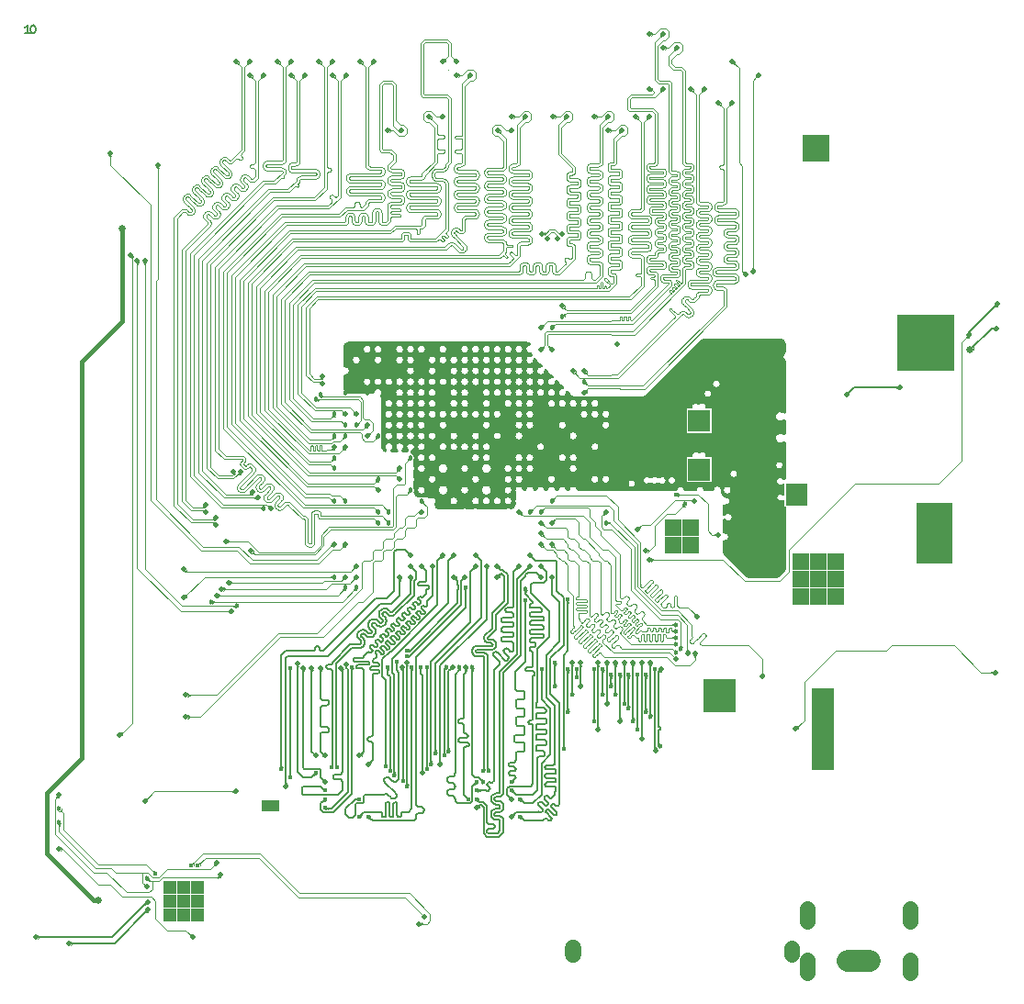
<source format=gbr>
*
%FSLAX26Y26*%
%MOIN*%
%ADD10C,0.006000*%
%ADD11R,0.030709X0.030709*%
%ADD12R,0.050889X0.050889*%
%ADD13R,0.039570X0.039570*%
%ADD14R,0.049213X0.049213*%
%ADD15R,0.059055X0.059055*%
%ADD16C,0.055118*%
%ADD17C,0.078740*%
%ADD18C,0.025000*%
%ADD19C,0.050000*%
%ADD20C,0.018000*%
%ADD21C,0.004120*%
%ADD22C,0.015800*%
%ADD23C,0.005800*%
%ADD24C,0.004610*%
%ADD25C,0.006910*%
%ADD26C,0.006420*%
%ADD27C,0.055425*%
%ADD28C,0.017875*%
%ADD29C,0.016875*%
%ADD30C,0.019875*%
%ADD31R,0.035675X0.035675*%
%ADD32C,0.059400*%
%ADD33C,0.020000*%
%ADD34R,0.063992X0.063992*%
%ADD35R,0.031709X0.031709*%
%ADD36R,0.051689X0.051689*%
%ADD37R,0.040370X0.040370*%
%ADD38R,0.032496X0.032496*%
%ADD39C,0.002900*%
%ADD40C,0.002100*%
%ADD41C,0.002300*%
%ADD42C,0.003500*%
%ADD43C,0.003200*%
%ADD44C,0.001800*%
%IPPOS*%
%LNciaa_acc-l10.sig.gbr*%
%LPD*%
G75*
G54D10*
X01431642Y-01207981D02*
X01434499D01*
X01437357Y-01209409D01*
X01438785Y-01210838D01*
X01440214Y-01213695D01*
X01441642Y-01219409D01*
Y-01226552D01*
X01440214Y-01232267D01*
X01438785Y-01235124D01*
X01437357Y-01236552D01*
X01434499Y-01237981D01*
X01431642D01*
X01428785Y-01236552D01*
X01427357Y-01235124D01*
X01425928Y-01232267D01*
X01424499Y-01226552D01*
Y-01219409D01*
X01425928Y-01213695D01*
X01427357Y-01210838D01*
X01428785Y-01209409D01*
X01431642Y-01207981D01*
X01421957Y-01237981D02*
X01404814D01*
X01413386D02*
Y-01207981D01*
X01410529Y-01212267D01*
X01407672Y-01215124D01*
X01404814Y-01216552D01*
G54D11*
X04741294Y-03116400D02*
X04753106D01*
X04741294Y-03085700D02*
X04753106D01*
X04741294Y-03055000D02*
X04753106D01*
X04741294Y-03024300D02*
X04753106D01*
X04741294Y-02993600D02*
X04753106D01*
X04698794D02*
X04710606D01*
X04698794Y-03024300D02*
X04710606D01*
X04698794Y-03055000D02*
X04710606D01*
X04698794Y-03085700D02*
X04710606D01*
X04698794Y-03116400D02*
X04710606D01*
X04656294D02*
X04668106D01*
X04656294Y-03085700D02*
X04668106D01*
X04656294Y-03055000D02*
X04668106D01*
X04656294Y-03024300D02*
X04668106D01*
X04656294Y-02993600D02*
X04668106D01*
G54D12*
X04749300Y-02387500D03*
X04698600D03*
X04647900D03*
X04597200D03*
X04749300Y-02336900D03*
X04698600D03*
X04647900D03*
X04597200D03*
G54D13*
X04319700Y-03843721D02*
Y-03833879D01*
Y-03794521D02*
Y-03784679D01*
Y-03892921D02*
Y-03883079D01*
X04280300Y-03892921D02*
Y-03883079D01*
Y-03843721D02*
Y-03833879D01*
Y-03794521D02*
Y-03784679D01*
Y-03745321D02*
Y-03735479D01*
Y-03696121D02*
Y-03686279D01*
Y-03646921D02*
Y-03637079D01*
X04319700Y-03646921D02*
Y-03637079D01*
Y-03696121D02*
Y-03686279D01*
Y-03745321D02*
Y-03735479D01*
G54D14*
X01931100Y-04340600D03*
Y-04439000D03*
X02029500Y-04340600D03*
X01980300Y-04439000D03*
X01931100Y-04389800D03*
X01980300D03*
X02029500D03*
X01980300Y-04340600D03*
X02029500Y-04439000D03*
G54D15*
X03895500Y-03674500D03*
Y-03615500D03*
X03954500D03*
Y-03674500D03*
G54D16*
X04242992Y-04649528D02*
Y-04602283D01*
Y-04464488D02*
Y-04417244D01*
X04617008Y-04649528D02*
Y-04602283D01*
Y-04464488D02*
Y-04417244D01*
G54D17*
X04390630Y-04606220D02*
X04469370D01*
G54D18*
X01755900Y-01948800D03*
X01669300Y-04385800D03*
X04066900Y-02409400D03*
X04055100Y-02720500D03*
X04094500D03*
G54D19*
X04114200Y-03192900D03*
X04039400D03*
G54D18*
X04126000Y-03059100D03*
Y-03086600D03*
Y-03114200D03*
X04126700Y-03141700D03*
X04098400D03*
Y-03114200D03*
Y-03086600D03*
Y-03059100D03*
X02881900Y-02818900D03*
X02606300Y-02464600D03*
X03118100Y-02818900D03*
X03039400D03*
G54D20*
X03000000Y-02700800D03*
X03118100Y-02897600D03*
X03157500Y-02622000D03*
X03000000Y-02937000D03*
X02921300D03*
X02881900Y-02897600D03*
X02960600D03*
X03039400D03*
X03000000Y-02858300D03*
X02842500D03*
X02960600Y-02818900D03*
X02921300Y-02779500D03*
X02881900Y-02740200D03*
X03118100D03*
X03078700Y-02700800D03*
X02921300D03*
X03039400Y-02661400D03*
X02881900D03*
X02724400Y-02385800D03*
X02881900D03*
X02960600D03*
X02685000Y-02464600D03*
X02763800D03*
X02921300D03*
X02724400Y-02543300D03*
X02566900D03*
G54D18*
X04834600Y-02388900D03*
G54D20*
X03433100Y-02503900D03*
X02476400Y-02551200D03*
X03354300Y-02267700D03*
X02460600Y-02566900D03*
X02606300Y-02661400D03*
X03315000Y-02307100D03*
X02566900Y-02661400D03*
X02527600Y-02622000D03*
X02685000Y-02700800D03*
X02566900D03*
X02527600D03*
Y-02818900D03*
Y-02779500D03*
X02685000Y-02858300D03*
X02566900Y-02937000D03*
X02527600D03*
X02724400Y-02976400D03*
X02685000D03*
X02724400Y-03015700D03*
X02685000D03*
X02270000Y-02965000D03*
X02803100Y-02779500D03*
Y-02897600D03*
X03315000Y-02937000D03*
X03511800Y-03015700D03*
X03275600Y-02976400D03*
X03236200D03*
X03220000Y-03255900D03*
X02842500Y-02937000D03*
X02566900Y-03252000D03*
X02527600Y-03212600D03*
X02606300Y-03252000D03*
G54D21*
X02939500Y-01370500D02*
X02940524D01*
X02940945Y-01370079D01*
X02939500D01*
G54D22*
X01755906Y-02283465D02*
Y-01966497D01*
X01484252Y-03996063D02*
X01610236Y-03870079D01*
X01651614Y-04385827D02*
X01484252Y-04218465D01*
X01669291Y-04385827D02*
X01651614D01*
X01755906Y-01966497D02*
Y-01948819D01*
X01610236Y-02429134D02*
X01755906Y-02283465D01*
X01484252Y-04218465D02*
Y-03996063D01*
X01610236Y-03870079D02*
Y-02429134D01*
G54D23*
X04834646Y-02388886D02*
X04912508Y-02311024D01*
X04929134D01*
G54D24*
X02007874Y-04259843D02*
X02051181Y-04216535D01*
X02862205Y-04472441D02*
X02845959D01*
X02051181Y-04216535D02*
X02255906D01*
X02401575Y-04362205D02*
X02799213D01*
X02255906Y-04216535D02*
X02401575Y-04362205D01*
X02799213D02*
X02874016Y-04437008D01*
X02845959Y-04472441D02*
X02834646D01*
X02874016Y-04437008D02*
Y-04460630D01*
X02862205Y-04472441D01*
X02846331Y-04440819D02*
X02854331Y-04448819D01*
X02783464Y-04377953D02*
X02846331Y-04440819D01*
X02397638Y-04377953D02*
X02783464D01*
X02251969Y-04232283D02*
X02397638Y-04377953D01*
X02059055Y-04232283D02*
X02251969D01*
X02031496Y-04259843D02*
X02059055Y-04232283D01*
X04019685Y-02114173D02*
X04007874Y-02102362D01*
Y-01720472D01*
X03995000Y-01707598D02*
Y-01365000D01*
X04007874Y-01720472D02*
X03995000Y-01707598D01*
Y-01365000D02*
X03970000Y-01340000D01*
X04045364Y-02103610D02*
X04045000Y-01410000D01*
X04057000Y-01398000D01*
X04065000Y-01390000D01*
X03669291Y-03149606D02*
X03937008D01*
X04015748Y-03228346D02*
X04141732D01*
X03937008Y-03149606D02*
X04015748Y-03228346D01*
X04803150Y-02362205D02*
X04830709Y-02334646D01*
X04141732Y-03228346D02*
X04177165Y-03192913D01*
Y-03114173D02*
X04417323Y-02874016D01*
X04177165Y-03192913D02*
Y-03114173D01*
X04417323Y-02874016D02*
X04720472D01*
X04803150Y-02791339D01*
Y-02362205D01*
G54D23*
X04933071Y-02220472D02*
X04830709Y-02322835D01*
Y-02334646D01*
G54D21*
X03970000Y-01490000D02*
X03950500Y-01509500D01*
X03951125Y-02013093D02*
X03951877Y-02014289D01*
X03916473Y-01915866D02*
X03916631Y-01917270D01*
X03950500Y-01509500D02*
Y-01846000D01*
X03988228Y-02020224D02*
X03990811Y-02022806D01*
X03978059Y-01874933D02*
X03981688Y-01875342D01*
Y-01956390D02*
X03978059Y-01956799D01*
X03921380Y-01909713D02*
X03920046Y-01910180D01*
X03921380Y-01862469D02*
X03920046Y-01862936D01*
X03950500Y-01846000D02*
X03950091Y-01849630D01*
X03944359Y-01858752D02*
X03941266Y-01860696D01*
X03916109Y-02146400D02*
X03914912Y-02147152D01*
X03948885Y-01853077D02*
X03946941Y-01856170D01*
X03992754Y-01931411D02*
X03993960Y-01934858D01*
X03941266Y-02160013D02*
X03944359Y-02161956D01*
X03917098Y-01865884D02*
X03916631Y-01867218D01*
X03917098Y-01918604D02*
X03917850Y-01919801D01*
X03950091Y-01849630D02*
X03948885Y-01853077D01*
X03916631Y-01867218D02*
X03916473Y-01868622D01*
X03951125Y-02060337D02*
X03951877Y-02061533D01*
X03994369Y-01985732D02*
Y-01987733D01*
X03920046Y-01862936D02*
X03918849Y-01863688D01*
X03990811Y-01928318D02*
X03992754Y-01931411D01*
X03946941Y-01856170D02*
X03944359Y-01858752D01*
X03994369Y-01938488D02*
Y-01940488D01*
X03956811Y-01969421D02*
X03978059D01*
X03917850Y-01864687D02*
X03917098Y-01865884D01*
X03941266Y-01860696D02*
X03937819Y-01861902D01*
X03912944Y-02109777D02*
X03914140Y-02110529D01*
X03985136Y-02096916D02*
X03981688Y-02098122D01*
X03937819Y-01861902D02*
X03934189Y-01862311D01*
X03922784Y-01874933D02*
X03978059D01*
X03934189Y-01862311D02*
X03922784D01*
X03955407Y-01969263D02*
X03956811Y-01969421D01*
X03981688Y-02003634D02*
X03978059Y-02004043D01*
X03911944Y-02100908D02*
X03911193Y-02102104D01*
X03922784Y-01862311D02*
X03921380Y-01862469D01*
X03956811Y-02063909D02*
X03978059D01*
X03920046Y-01910180D02*
X03918849Y-01910932D01*
X03981688Y-01875342D02*
X03985136Y-01876548D01*
X03950500Y-02174708D02*
Y-02230506D01*
X03918849Y-01910932D02*
X03917850Y-01911931D01*
X03992754Y-01994809D02*
X03990811Y-01997902D01*
X03918849Y-01863688D02*
X03917850Y-01864687D01*
X03955407Y-02016507D02*
X03956811Y-02016665D01*
X03955407Y-02063751D02*
X03956811Y-02063909D01*
X03978059D02*
X03981688Y-02064318D01*
X03990811Y-01881074D02*
X03992754Y-01884167D01*
X03916473Y-01868622D02*
X03916631Y-01870026D01*
X03917098Y-01871360D01*
X03985136Y-01907940D02*
X03981688Y-01909146D01*
X03992754Y-01884167D02*
X03993960Y-01887614D01*
X03988228Y-01878492D02*
X03990811Y-01881074D01*
X03988228Y-01953241D02*
X03985136Y-01955184D01*
X03917098Y-01871360D02*
X03917850Y-01872557D01*
X03918849Y-01873556D01*
X03992754Y-02089298D02*
X03990811Y-02092390D01*
X03985136Y-01971037D02*
X03988228Y-01972980D01*
X03920046Y-01921552D02*
X03921380Y-01922019D01*
X03993960Y-01896874D02*
X03992754Y-01900321D01*
X03918849Y-01873556D02*
X03920046Y-01874308D01*
X03981688Y-02145367D02*
X03978059Y-02145776D01*
X03993960Y-01991362D02*
X03992754Y-01994809D01*
Y-02120387D02*
X03993960Y-02123835D01*
X03981688Y-01922586D02*
X03985136Y-01923792D01*
X03920046Y-01874308D02*
X03921380Y-01874775D01*
X03994369Y-02032976D02*
Y-02034977D01*
X03990811Y-01903414D02*
X03988228Y-01905997D01*
X03950500Y-02230506D02*
X03651884Y-02529122D01*
X03994369Y-02082221D02*
X03993960Y-02085850D01*
X03990811Y-02070051D02*
X03992754Y-02073143D01*
X03917098Y-01913128D02*
X03916631Y-01914462D01*
X03921380Y-01874775D02*
X03922784Y-01874933D01*
X03985136Y-01876548D02*
X03988228Y-01878492D01*
X03992754Y-02136542D02*
X03990811Y-02139634D01*
Y-02022806D02*
X03992754Y-02025899D01*
X03993960Y-01887614D02*
X03994369Y-01891244D01*
X03954073Y-01957424D02*
X03952876Y-01958176D01*
X03946941Y-02164539D02*
X03948885Y-02167631D01*
X03994369Y-01891244D02*
Y-01893244D01*
X03918847Y-02158398D02*
X03934189D01*
X03978059Y-02098531D02*
X03916879D01*
X03994369Y-01893244D02*
X03993960Y-01896874D01*
X03992754Y-01900321D02*
X03990811Y-01903414D01*
X03988228Y-01905997D02*
X03985136Y-01907940D01*
X03978059Y-01909555D02*
X03922784D01*
X03990811Y-02139634D02*
X03988228Y-02142217D01*
X03981688Y-01909146D02*
X03978059Y-01909555D01*
X03993960Y-01982103D02*
X03994369Y-01985732D01*
X03916879Y-02098531D02*
X03915474Y-02098690D01*
X03922784Y-01909555D02*
X03921380Y-01909713D01*
X03950658Y-02008950D02*
X03950500Y-02010354D01*
X03913161Y-02154825D02*
X03913913Y-02156021D01*
X03917850Y-01911931D02*
X03917098Y-01913128D01*
X03916631Y-01914462D02*
X03916473Y-01915866D01*
X03981688Y-02017074D02*
X03985136Y-02018281D01*
X03954073Y-02016040D02*
X03955407Y-02016507D01*
X03916631Y-01917270D02*
X03917098Y-01918604D01*
X03917850Y-01919801D02*
X03918849Y-01920800D01*
X03985136Y-02065525D02*
X03988228Y-02067468D01*
X03911193Y-02102104D02*
X03910726Y-02103438D01*
X03954073Y-01968796D02*
X03955407Y-01969263D01*
X03922784Y-01922177D02*
X03978059D01*
X03918849Y-01920800D02*
X03920046Y-01921552D01*
X03950658Y-02011759D02*
X03951125Y-02013093D01*
X03921380Y-01922019D02*
X03922784Y-01922177D01*
X03978059D02*
X03981688Y-01922586D01*
X03985136Y-01923792D02*
X03988228Y-01925736D01*
X03990811Y-01928318D01*
X03993960Y-01934858D02*
X03994369Y-01938488D01*
X03990811Y-01950658D02*
X03988228Y-01953241D01*
X03910726Y-02103438D02*
X03910568Y-02104843D01*
X03994369Y-01940488D02*
X03993960Y-01944118D01*
X03992754Y-01947565D01*
X03990811Y-01950658D01*
X03985136Y-01955184D02*
X03981688Y-01956390D01*
X03978059Y-01956799D02*
X03956811D01*
X03955407Y-01956957D01*
X03948885Y-02167631D02*
X03950091Y-02171079D01*
X03955407Y-02051446D02*
X03954073Y-02051912D01*
X03955407Y-01956957D02*
X03954073Y-01957424D01*
X03952876Y-01958176D02*
X03951877Y-01959175D01*
X03951125Y-01960372D01*
X03988228Y-02000485D02*
X03985136Y-02002428D01*
X03951125Y-01960372D02*
X03950658Y-01961706D01*
X03950500Y-01963110D01*
X03994369Y-02080220D02*
Y-02082221D01*
X03950500Y-01963110D02*
X03950658Y-01964515D01*
X03994369Y-02034977D02*
X03993960Y-02038606D01*
X03951877Y-02014289D02*
X03952876Y-02015288D01*
X03950658Y-01964515D02*
X03951125Y-01965848D01*
X03951877Y-01967045D01*
X03952876Y-01968044D01*
X03944359Y-02161956D02*
X03946941Y-02164539D01*
X03978059Y-02016665D02*
X03981688Y-02017074D01*
X03952876Y-01968044D02*
X03954073Y-01968796D01*
X03990811Y-01975562D02*
X03992754Y-01978655D01*
X03978059Y-01969421D02*
X03981688Y-01969830D01*
X03985136Y-01971037D01*
X03993960Y-02029347D02*
X03994369Y-02032976D01*
X03988228Y-01972980D02*
X03990811Y-01975562D01*
X03992754Y-01978655D02*
X03993960Y-01982103D01*
X03956811Y-02004043D02*
X03955407Y-02004201D01*
X03993960Y-02076591D02*
X03994369Y-02080220D01*
Y-01987733D02*
X03993960Y-01991362D01*
X03990811Y-01997902D02*
X03988228Y-02000485D01*
X03985136Y-02002428D02*
X03981688Y-02003634D01*
X03978059Y-02004043D02*
X03956811D01*
X03992754Y-02073143D02*
X03993960Y-02076591D01*
X03955407Y-02004201D02*
X03954073Y-02004668D01*
X03952876Y-02005420D01*
Y-02052664D02*
X03951877Y-02053663D01*
X03952876Y-02005420D02*
X03951877Y-02006419D01*
X03951125Y-02007616D02*
X03950658Y-02008950D01*
X03951877Y-02006419D02*
X03951125Y-02007616D01*
X03950500Y-02010354D02*
X03950658Y-02011759D01*
X03952876Y-02015288D02*
X03954073Y-02016040D01*
X03956811Y-02016665D02*
X03978059D01*
X03981688Y-02098122D02*
X03978059Y-02098531D01*
X03917443Y-02145934D02*
X03916109Y-02146400D01*
X03985136Y-02018281D02*
X03988228Y-02020224D01*
X03992754Y-02025899D02*
X03993960Y-02029347D01*
Y-02038606D02*
X03992754Y-02042054D01*
X03981688Y-02064318D02*
X03985136Y-02065525D01*
X03992754Y-02042054D02*
X03990811Y-02045146D01*
X03988228Y-02047729D01*
X03985136Y-02049672D01*
X03914912Y-02147152D02*
X03913913Y-02148152D01*
X03954073Y-02063284D02*
X03955407Y-02063751D01*
X03985136Y-02049672D02*
X03981688Y-02050878D01*
X03978059Y-02051287D01*
X03956811D01*
X03990811Y-02117295D02*
X03992754Y-02120387D01*
X03956811Y-02051287D02*
X03955407Y-02051446D01*
X03954073Y-02051912D02*
X03952876Y-02052664D01*
X03951877Y-02053663D02*
X03951125Y-02054860D01*
X03950658Y-02056194D01*
X03918847Y-02145776D02*
X03917443Y-02145934D01*
X03950658Y-02056194D02*
X03950500Y-02057598D01*
X03950658Y-02059003D01*
X03951125Y-02060337D01*
X03951877Y-02061533D02*
X03952876Y-02062533D01*
X03954073Y-02063284D01*
X03988228Y-02067468D02*
X03990811Y-02070051D01*
X03993960Y-02085850D02*
X03992754Y-02089298D01*
X03915474Y-02110995D02*
X03916879Y-02111154D01*
X03990811Y-02092390D02*
X03988228Y-02094973D01*
X03985136Y-02096916D01*
X03915474Y-02098690D02*
X03914140Y-02099156D01*
X03912944Y-02099908D01*
X03911944Y-02100908D01*
X03910568Y-02104843D02*
X03910726Y-02106247D01*
X03911193Y-02107581D01*
X03911944Y-02108777D01*
X03912944Y-02109777D01*
X03914140Y-02110529D02*
X03915474Y-02110995D01*
X03916879Y-02111154D02*
X03978059D01*
X03981688Y-02111563D01*
X03914912Y-02157021D02*
X03916109Y-02157773D01*
X03981688Y-02111563D02*
X03985136Y-02112769D01*
X03988228Y-02114712D01*
X03990811Y-02117295D01*
X03937819Y-02158807D02*
X03941266Y-02160013D01*
X03993960Y-02123835D02*
X03994369Y-02127464D01*
Y-02129465D01*
X03993960Y-02133094D01*
X03992754Y-02136542D01*
X03913161Y-02149348D02*
X03912694Y-02150682D01*
X03988228Y-02142217D02*
X03985136Y-02144160D01*
X03912536Y-02152087D02*
X03912694Y-02153491D01*
X03651884Y-02529122D02*
X03562992D01*
X03985136Y-02144160D02*
X03981688Y-02145367D01*
X03978059Y-02145776D02*
X03918847D01*
X03913913Y-02148152D02*
X03913161Y-02149348D01*
X03912694Y-02150682D02*
X03912536Y-02152087D01*
X03912694Y-02153491D02*
X03913161Y-02154825D01*
X03913913Y-02156021D02*
X03914912Y-02157021D01*
X03916109Y-02157773D02*
X03917443Y-02158239D01*
X03918847Y-02158398D01*
X03934189D02*
X03937819Y-02158807D01*
X03950091Y-02171079D02*
X03950500Y-02174708D01*
X03562992Y-02529122D02*
X03562392Y-02528522D01*
X03447856D01*
X03433071Y-02543307D01*
X03982744Y-02131203D02*
X03981993Y-02132399D01*
X03928328Y-01729987D02*
X03929784Y-01730497D01*
X03933189Y-01851311D02*
X03921784D01*
X03939909Y-02014984D02*
X03941115Y-02018431D01*
X03977058Y-01933177D02*
X03978463Y-01933335D01*
X03980993Y-01934554D02*
X03981993Y-01935553D01*
X03914217Y-02168989D02*
X03917847Y-02169398D01*
X03935600Y-01731352D02*
X03936906Y-01732172D01*
X03935927Y-02170023D02*
X03937124Y-02170774D01*
X03562992Y-02518122D02*
X03562392Y-02518722D01*
X03938123Y-01848935D02*
X03937124Y-01849934D01*
X03981993Y-02085155D02*
X03980993Y-02086155D01*
X03914217Y-02135185D02*
X03910770Y-02136391D01*
X03905095Y-02163256D02*
X03907677Y-02165839D01*
X03934593Y-02169556D02*
X03935927Y-02170023D01*
X03952181Y-02027256D02*
X03955811Y-02027665D01*
X03921784Y-01851311D02*
X03918154Y-01851720D01*
X03917847Y-02169398D02*
X03933189D01*
X03939327Y-01711533D02*
X03938818Y-01712989D01*
X03905473Y-01869622D02*
X03905882Y-01873252D01*
X03978463Y-01992885D02*
X03977058Y-01993043D01*
Y-01945799D02*
X03955811D01*
X03982744Y-02031238D02*
X03983211Y-02032572D01*
X03912249Y-02121744D02*
X03915878Y-02122154D01*
X03929784Y-01730497D02*
X03931317Y-01730669D01*
X03905882Y-01863992D02*
X03905473Y-01867622D01*
X03982744Y-01936750D02*
X03983211Y-01938084D01*
X03981993Y-01943423D02*
X03980993Y-01944422D01*
X03939909Y-01967740D02*
X03941115Y-01971187D01*
X03929784Y-01717063D02*
X03928328Y-01717572D01*
X03982744Y-02083959D02*
X03981993Y-02085155D01*
X03983211Y-01940893D02*
X03982744Y-01942226D01*
X03939500Y-01964111D02*
X03939909Y-01967740D01*
X03955811Y-01945799D02*
X03952181Y-01946208D01*
X03943059Y-01999184D02*
X03941115Y-02002277D01*
X03980993Y-02029042D02*
X03981993Y-02030041D01*
X03905709Y-02118595D02*
X03908801Y-02120538D01*
X03918154Y-01851720D02*
X03914707Y-01852926D01*
X03921784Y-01885933D02*
X03977058D01*
X03925110Y-01726769D02*
X03925931Y-01728075D01*
X03982744Y-01942226D02*
X03981993Y-01943423D01*
X03925931Y-01728075D02*
X03927022Y-01729166D01*
X03981993Y-02124530D02*
X03982744Y-02125726D01*
X03914707Y-01900170D02*
X03911614Y-01902114D01*
X03945641Y-02043846D02*
X03943059Y-02046429D01*
X03939500Y-02011355D02*
X03939909Y-02014984D01*
X03948734Y-01994659D02*
X03945641Y-01996602D01*
X03925110Y-01720790D02*
X03924600Y-01722246D01*
X03978463Y-01933335D02*
X03979797Y-01933802D01*
X03981993Y-01935553D02*
X03982744Y-01936750D01*
X03905473Y-01916866D02*
X03905882Y-01920496D01*
X03982744Y-02036715D02*
X03981993Y-02037911D01*
X03980993Y-01991666D02*
X03979797Y-01992418D01*
X03921784Y-01898555D02*
X03918154Y-01898964D01*
X03914707Y-01852926D02*
X03911614Y-01854869D01*
X03952181Y-01946208D02*
X03948734Y-01947414D01*
X03907677Y-02165839D02*
X03910770Y-02167782D01*
X03938875Y-01847738D02*
X03938123Y-01848935D01*
X03981993Y-01896179D02*
X03980993Y-01897178D01*
X03938875Y-02172970D02*
X03939342Y-02174304D01*
X03977058Y-01898555D02*
X03921784D01*
X03983211Y-01985328D02*
X03983369Y-01986732D01*
X03899568Y-02105843D02*
X03899977Y-02109472D01*
X03979797Y-01897930D02*
X03978463Y-01898397D01*
X03909032Y-01857452D02*
X03907088Y-01860545D01*
X03939500Y-02225950D02*
X03647328Y-02518122D01*
X03943059Y-02046429D02*
X03941115Y-02049521D01*
X03912249Y-02087940D02*
X03908801Y-02089147D01*
X03931317Y-01730669D02*
X03932610D01*
X03939909Y-02062228D02*
X03941115Y-02065676D01*
X03928328Y-01717572D02*
X03927022Y-01718393D01*
X03932610Y-01716890D02*
X03931317D01*
X03924600Y-01725313D02*
X03925110Y-01726769D01*
X03939500Y-01509500D02*
Y-01710000D01*
X03978463Y-01898397D02*
X03977058Y-01898555D01*
X03941115Y-02018431D02*
X03943059Y-02021524D01*
X03935927Y-01850686D02*
X03934593Y-01851153D01*
X03983211Y-01893648D02*
X03982744Y-01894982D01*
X03939909Y-01958481D02*
X03939500Y-01962110D01*
X03980993Y-02076286D02*
X03981993Y-02077286D01*
X03980993Y-01887310D02*
X03981993Y-01888309D01*
X03931317Y-01716890D02*
X03929784Y-01717063D01*
X03939342Y-01846404D02*
X03938875Y-01847738D01*
X03952181Y-02040696D02*
X03948734Y-02041903D01*
X03936906Y-01732172D02*
X03937997Y-01733263D01*
X03978463Y-02027824D02*
X03979797Y-02028290D01*
Y-01933802D02*
X03980993Y-01934554D01*
X03934143Y-01716717D02*
X03932610Y-01716890D01*
X03924600Y-01722246D02*
X03924428Y-01723780D01*
X03903151Y-02160164D02*
X03905095Y-02163256D01*
X03983369Y-01939488D02*
X03983211Y-01940893D01*
X03903126Y-02093673D02*
X03901183Y-02096765D01*
X03937997Y-01714296D02*
X03936906Y-01715387D01*
X03905709Y-02091090D02*
X03903126Y-02093673D01*
X03939909Y-02052969D02*
X03939500Y-02056598D01*
X03982744Y-01894982D02*
X03981993Y-01896179D01*
X03911614Y-01902114D02*
X03909032Y-01904696D01*
X03977058Y-02122154D02*
X03978463Y-02122312D01*
X03936906Y-01715387D02*
X03935600Y-01716207D01*
X03980993Y-01944422D02*
X03979797Y-01945174D01*
X03977058Y-01980421D02*
X03978463Y-01980579D01*
X03903151Y-02144009D02*
X03901945Y-02147457D01*
X03943059Y-01974280D02*
X03945641Y-01976863D01*
X03938818Y-01712989D02*
X03937997Y-01714296D01*
X03915878Y-02122154D02*
X03977058D01*
X03910770Y-02136391D02*
X03907677Y-02138334D01*
X03920000Y-01490000D02*
X03939500Y-01509500D01*
Y-01710000D02*
X03939327Y-01711533D01*
X03978463Y-01886091D02*
X03979797Y-01886558D01*
X03943059Y-02068768D02*
X03945641Y-02071351D01*
X03935600Y-01716207D02*
X03934143Y-01716717D01*
X03927022Y-01718393D02*
X03925931Y-01719484D01*
X03914707Y-01884318D02*
X03918154Y-01885524D01*
X03925931Y-01719484D02*
X03925110Y-01720790D01*
X03924428Y-01723780D02*
X03924600Y-01725313D01*
X03927022Y-01729166D02*
X03928328Y-01729987D01*
X03978463Y-02087373D02*
X03977058Y-02087531D01*
X03932610Y-01730669D02*
X03934143Y-01730842D01*
X03935600Y-01731352D01*
X03948734Y-02026050D02*
X03952181Y-02027256D01*
X03937997Y-01733263D02*
X03938818Y-01734570D01*
X03939327Y-01736026D01*
X03917847Y-02134776D02*
X03914217Y-02135185D01*
X03939327Y-01736026D02*
X03939500Y-01737559D01*
X03899977Y-02100213D02*
X03899568Y-02103842D01*
X03939500Y-01737559D02*
Y-01845000D01*
X03939342Y-01846404D01*
X03941115Y-01971187D02*
X03943059Y-01974280D01*
X03937124Y-01849934D02*
X03935927Y-01850686D01*
X03934593Y-01851153D02*
X03933189Y-01851311D01*
X03911614Y-01854869D02*
X03909032Y-01857452D01*
X03907088Y-01860545D02*
X03905882Y-01863992D01*
X03955811Y-01980421D02*
X03977058D01*
X03905473Y-01867622D02*
Y-01869622D01*
X03905882Y-01873252D02*
X03907088Y-01876699D01*
X03945641Y-01949358D02*
X03943059Y-01951940D01*
X03980993Y-02038911D02*
X03979797Y-02039662D01*
X03907088Y-01876699D02*
X03909032Y-01879792D01*
X03980993Y-01897178D02*
X03979797Y-01897930D01*
X03909032Y-01879792D02*
X03911614Y-01882375D01*
X03914707Y-01884318D01*
X03918154Y-01885524D02*
X03921784Y-01885933D01*
X03977058D02*
X03978463Y-01886091D01*
X03899977Y-02109472D02*
X03901183Y-02112920D01*
X03979797Y-01886558D02*
X03980993Y-01887310D01*
X03981993Y-01888309D02*
X03982744Y-01889506D01*
X03983211Y-01890840D01*
X03983369Y-01892244D01*
X03905095Y-02140917D02*
X03903151Y-02144009D01*
X03983369Y-01892244D02*
X03983211Y-01893648D01*
X03918154Y-01898964D02*
X03914707Y-01900170D01*
X03909032Y-01904696D02*
X03907088Y-01907789D01*
X03905882Y-01911236D01*
X03907088Y-01923943D02*
X03909032Y-01927036D01*
X03905882Y-01911236D02*
X03905473Y-01914866D01*
Y-01916866D01*
X03905882Y-01920496D02*
X03907088Y-01923943D01*
X03981993Y-01990667D02*
X03980993Y-01991666D01*
X03909032Y-01927036D02*
X03911614Y-01929619D01*
X03901183Y-02096765D02*
X03899977Y-02100213D01*
X03911614Y-01929619D02*
X03914707Y-01931562D01*
X03952181Y-01993452D02*
X03948734Y-01994659D01*
X03914707Y-01931562D02*
X03918154Y-01932768D01*
X03921784Y-01933177D01*
X03977058D01*
X03983211Y-01938084D02*
X03983369Y-01939488D01*
X03941115Y-02002277D02*
X03939909Y-02005725D01*
X03978463Y-02040129D02*
X03977058Y-02040287D01*
X03979797Y-02075534D02*
X03980993Y-02076286D01*
X03979797Y-01945174D02*
X03978463Y-01945641D01*
X03977058Y-01945799D01*
X03948734Y-01947414D02*
X03945641Y-01949358D01*
X03943059Y-01951940D02*
X03941115Y-01955033D01*
X03939909Y-01958481D01*
X03939500Y-01962110D02*
Y-01964111D01*
X03945641Y-01976863D02*
X03948734Y-01978806D01*
X03952181Y-01980012D01*
X03955811Y-01980421D01*
X03945641Y-02071351D02*
X03948734Y-02073294D01*
X03908801Y-02089147D02*
X03905709Y-02091090D01*
X03978463Y-01980579D02*
X03979797Y-01981046D01*
X03977058Y-01993043D02*
X03955811D01*
X03979797Y-01981046D02*
X03980993Y-01981798D01*
X03977058Y-02087531D02*
X03915878D01*
X03980993Y-01981798D02*
X03981993Y-01982797D01*
X03982744Y-01983994D01*
X03939500Y-02058599D02*
X03939909Y-02062228D01*
X03982744Y-01983994D02*
X03983211Y-01985328D01*
X03983369Y-01986732D02*
X03983211Y-01988137D01*
X03982744Y-01989470D01*
X03981993Y-01990667D01*
X03979797Y-01992418D02*
X03978463Y-01992885D01*
X03955811Y-01993043D02*
X03952181Y-01993452D01*
X03945641Y-01996602D02*
X03943059Y-01999184D01*
X03939909Y-02005725D02*
X03939500Y-02009354D01*
Y-02011355D01*
X03943059Y-02021524D02*
X03945641Y-02024107D01*
X03948734Y-02026050D01*
X03955811Y-02027665D02*
X03977058D01*
X03978463Y-02027824D01*
X03979797Y-02028290D02*
X03980993Y-02029042D01*
X03981993Y-02030041D02*
X03982744Y-02031238D01*
X03983211Y-02032572D02*
X03983369Y-02033976D01*
X03983211Y-02035381D01*
X03982744Y-02036715D01*
X03981993Y-02037911D02*
X03980993Y-02038911D01*
X03979797Y-02039662D02*
X03978463Y-02040129D01*
X03977058Y-02040287D02*
X03955811D01*
X03952181Y-02040696D01*
X03948734Y-02041903D02*
X03945641Y-02043846D01*
X03941115Y-02049521D02*
X03939909Y-02052969D01*
X03939500Y-02056598D02*
Y-02058599D01*
X03915878Y-02087531D02*
X03912249Y-02087940D01*
X03941115Y-02065676D02*
X03943059Y-02068768D01*
X03948734Y-02073294D02*
X03952181Y-02074500D01*
X03955811Y-02074909D01*
X03977058D01*
X03978463Y-02075068D01*
X03979797Y-02075534D01*
X03981993Y-02077286D02*
X03982744Y-02078482D01*
X03983211Y-02079816D01*
X03983369Y-02081220D01*
X03983211Y-02082625D01*
X03982744Y-02083959D01*
X03980993Y-02086155D02*
X03979797Y-02086906D01*
X03903126Y-02116012D02*
X03905709Y-02118595D01*
X03979797Y-02086906D02*
X03978463Y-02087373D01*
X03899568Y-02103842D02*
Y-02105843D01*
X03901183Y-02112920D02*
X03903126Y-02116012D01*
X03908801Y-02120538D02*
X03912249Y-02121744D01*
X03978463Y-02122312D02*
X03979797Y-02122778D01*
X03980993Y-02123530D01*
X03981993Y-02124530D01*
X03982744Y-02125726D02*
X03983211Y-02127060D01*
X03983369Y-02128465D01*
X03983211Y-02129869D01*
X03982744Y-02131203D01*
X03981993Y-02132399D02*
X03980993Y-02133399D01*
X03979797Y-02134151D01*
X03978463Y-02134617D01*
X03977058Y-02134776D01*
X03917847D01*
X03907677Y-02138334D02*
X03905095Y-02140917D01*
X03901945Y-02147457D02*
X03901536Y-02151086D01*
Y-02153087D01*
X03901945Y-02156716D01*
X03562392Y-02518722D02*
X03447856D01*
X03901945Y-02156716D02*
X03903151Y-02160164D01*
X03910770Y-02167782D02*
X03914217Y-02168989D01*
X03933189Y-02169398D02*
X03934593Y-02169556D01*
X03937124Y-02170774D02*
X03938123Y-02171774D01*
X03938875Y-02172970D01*
X03939342Y-02174304D02*
X03939500Y-02175709D01*
Y-02225950D01*
X03647328Y-02518122D02*
X03562992D01*
X03447856Y-02518722D02*
X03433071Y-02503937D01*
X03870000Y-01440000D02*
X03850500Y-01459500D01*
X03879987Y-01927552D02*
X03855827D01*
X03883410Y-01851978D02*
X03886661Y-01853115D01*
X03810861Y-02269353D02*
X03807306Y-02268541D01*
X03854641Y-01927686D02*
X03853516Y-01928080D01*
X03850500Y-02197278D02*
X03837072Y-02210706D01*
X03851662Y-01886251D02*
X03851027Y-01887261D01*
X03850500Y-01459500D02*
X03850500Y-01846265D01*
X03893846Y-02178686D02*
X03892014Y-02181603D01*
X03894984Y-02002206D02*
X03893846Y-02005458D01*
X03895370Y-01910282D02*
Y-01912169D01*
X03792834Y-02258289D02*
X03791427Y-02258289D01*
X03851662Y-01972865D02*
X03851027Y-01973875D01*
X03850500Y-01846265D02*
X03850633Y-01847450D01*
X03851027Y-01887261D02*
X03850633Y-01888387D01*
X03855827Y-01884245D02*
X03854641Y-01884379D01*
X03895370Y-02172012D02*
X03894984Y-02175435D01*
X03892014Y-01987305D02*
X03893846Y-01990222D01*
X03894984Y-01915592D02*
X03893846Y-01918844D01*
X03850633Y-01847450D02*
X03851027Y-01848576D01*
X03883410Y-02013781D02*
X03879987Y-02014167D01*
Y-02057474D02*
X03855827D01*
X03851027Y-01848576D02*
X03851662Y-01849586D01*
X03854641Y-01970993D02*
X03853516Y-01971387D01*
X03851027Y-02017182D02*
X03850633Y-02018308D01*
X03883410Y-01927167D02*
X03879987Y-01927552D01*
X03852506Y-01885407D02*
X03851662Y-01886251D01*
X03853516Y-01980986D02*
X03854641Y-01981380D01*
X03437971Y-02489152D02*
X03437936Y-02489117D01*
X03851662Y-01849586D02*
X03852506Y-01850430D01*
X03893846Y-02076836D02*
X03894984Y-02080088D01*
X03820572Y-02146094D02*
X03819937Y-02147104D01*
X03855827Y-01851592D02*
X03879987D01*
X03853516Y-02187923D02*
X03852506Y-02188557D01*
X03892014Y-01965068D02*
X03889578Y-01967503D01*
Y-01898255D02*
X03892014Y-01900691D01*
X03886661Y-01926029D02*
X03883410Y-01927167D01*
X03853516Y-01884773D02*
X03852506Y-01885407D01*
X03850633Y-02191537D02*
X03850500Y-02192722D01*
X03799644Y-02207250D02*
X03799034Y-02208518D01*
X03852506Y-01850430D02*
X03853516Y-01851064D01*
X03799034Y-02212668D02*
X03799644Y-02213936D01*
X03790056Y-02258603D02*
X03788788Y-02259213D01*
X03889578Y-01924196D02*
X03886661Y-01926029D01*
X03889578Y-02054118D02*
X03886661Y-02055950D01*
X03853516Y-01894372D02*
X03854641Y-01894766D01*
X03808347Y-02205234D02*
X03807079Y-02204623D01*
X03853516Y-01851064D02*
X03854641Y-01851458D01*
X03834221Y-02212980D02*
X03830935Y-02214562D01*
X03854641Y-01851458D02*
X03855827Y-01851592D01*
X03892014Y-01857384D02*
X03893846Y-01860301D01*
X03879987Y-01851592D02*
X03883410Y-01851978D01*
X03886661Y-01853115D02*
X03889578Y-01854948D01*
X03893846Y-02048765D02*
X03892014Y-02051682D01*
X03889578Y-01854948D02*
X03892014Y-01857384D01*
X03893846Y-01860301D02*
X03894984Y-01863552D01*
X03892014Y-01943998D02*
X03893846Y-01946915D01*
X03854641Y-02111301D02*
X03855827Y-02111435D01*
X03892014Y-01921761D02*
X03889578Y-01924196D01*
X03850633Y-01934065D02*
X03851027Y-01935191D01*
X03883410Y-01883860D02*
X03879987Y-01884245D01*
X03894984Y-01863552D02*
X03895370Y-01866975D01*
X03855827Y-02111435D02*
X03879987D01*
X03821415Y-02153579D02*
X03822425Y-02154214D01*
X03850633Y-01890758D02*
X03851027Y-01891883D01*
X03854641Y-02187529D02*
X03853516Y-02187923D01*
X03895370Y-01866975D02*
Y-01868862D01*
X03854641Y-01884379D02*
X03853516Y-01884773D01*
X03895370Y-01868862D02*
X03894984Y-01872285D01*
X03851027Y-01978498D02*
X03851662Y-01979508D01*
X03854641Y-01938073D02*
X03855827Y-01938206D01*
X03894984Y-01872285D02*
X03893846Y-01875537D01*
X03418250Y-02489117D02*
X03393701Y-02464567D01*
X03851662Y-02016172D02*
X03851027Y-02017182D01*
X03807079Y-02204623D02*
X03805707Y-02204310D01*
X03851662Y-01979508D02*
X03852506Y-01980351D01*
X03850500Y-01932879D02*
X03850633Y-01934065D01*
X03893846Y-01875537D02*
X03892014Y-01878453D01*
X03889578Y-01880889D01*
X03886661Y-01882722D01*
X03850633Y-01888387D02*
X03850500Y-01889572D01*
X03895370Y-01912169D02*
X03894984Y-01915592D01*
X03853516Y-02058001D02*
X03852506Y-02058636D01*
X03886661Y-01882722D02*
X03883410Y-01883860D01*
X03854641Y-02067994D02*
X03855827Y-02068127D01*
X03819543Y-02150600D02*
X03819937Y-02151726D01*
X03879987Y-01884245D02*
X03855827D01*
X03850633Y-01931694D02*
X03850500Y-01932879D01*
X03886661Y-02026344D02*
X03889578Y-02028176D01*
X03850500Y-01889572D02*
X03850633Y-01890758D01*
X03801169Y-02264686D02*
X03800463Y-02263979D01*
X03851027Y-01891883D02*
X03851662Y-01892894D01*
X03852506Y-01893737D01*
X03889578Y-02028176D02*
X03892014Y-02030612D01*
X03886661Y-01969336D02*
X03883410Y-01970474D01*
X03894984Y-01906859D02*
X03895370Y-01910282D01*
X03829506Y-02246341D02*
X03830318Y-02249896D01*
X03822425Y-02154214D02*
X03823551Y-02154608D01*
X03852506Y-01893737D02*
X03853516Y-01894372D01*
X03855827Y-01981513D02*
X03879987D01*
X03855827Y-01927552D02*
X03854641Y-01927686D01*
X03853516Y-01928080D02*
X03852506Y-01928715D01*
X03895370Y-01996897D02*
Y-01998783D01*
X03894984Y-02045514D02*
X03893846Y-02048765D01*
X03854641Y-02057607D02*
X03853516Y-02058001D01*
X03854641Y-01894766D02*
X03855827Y-01894899D01*
X03850500Y-02106108D02*
X03850633Y-02107293D01*
X03893846Y-01918844D02*
X03892014Y-01921761D01*
X03800463Y-02263979D02*
X03796574Y-02260090D01*
X03893846Y-02163450D02*
X03894984Y-02166702D01*
X03855827Y-01894899D02*
X03879987D01*
X03883410Y-01895285D01*
X03886661Y-02012643D02*
X03883410Y-02013781D01*
Y-01895285D02*
X03886661Y-01896422D01*
X03889578Y-01898255D01*
X03883410Y-01981899D02*
X03886661Y-01983037D01*
X03854641Y-01981380D02*
X03855827Y-01981513D01*
X03889578Y-02071484D02*
X03892014Y-02073919D01*
Y-01900691D02*
X03893846Y-01903608D01*
Y-02120143D02*
X03894984Y-02123395D01*
X03889578Y-01967503D02*
X03886661Y-01969336D01*
X03893846Y-01903608D02*
X03894984Y-01906859D01*
X03895370Y-02040204D02*
Y-02042090D01*
X03851662Y-02102786D02*
X03851027Y-02103796D01*
X03879987Y-01938206D02*
X03883410Y-01938592D01*
X03852506Y-01928715D02*
X03851662Y-01929558D01*
X03879987Y-02068127D02*
X03883410Y-02068513D01*
X03851662Y-01929558D02*
X03851027Y-01930568D01*
X03895370Y-01953589D02*
Y-01955476D01*
X03855827Y-01970860D02*
X03854641Y-01970993D01*
X03851027Y-01930568D02*
X03850633Y-01931694D01*
X03851027Y-01935191D02*
X03851662Y-01936201D01*
X03852506Y-01972022D02*
X03851662Y-01972865D01*
X03796574Y-02260090D02*
X03795474Y-02259213D01*
X03851662Y-01936201D02*
X03852506Y-01937044D01*
X03893846Y-01946915D02*
X03894984Y-01950166D01*
X03853516Y-02014694D02*
X03852506Y-02015329D01*
X03855827Y-02014167D02*
X03854641Y-02014300D01*
X03852506Y-01937044D02*
X03853516Y-01937679D01*
X03886661Y-02099257D02*
X03883410Y-02100395D01*
X03893846Y-02005458D02*
X03892014Y-02008375D01*
X03853516Y-01937679D02*
X03854641Y-01938073D01*
X03895370Y-02083511D02*
Y-02085398D01*
X03855827Y-01938206D02*
X03879987D01*
X03812743Y-02227257D02*
X03812723Y-02227277D01*
X03886661Y-02142564D02*
X03883410Y-02143702D01*
X03819937Y-02147104D02*
X03819543Y-02148229D01*
X03883410Y-01938592D02*
X03886661Y-01939730D01*
X03889578Y-01941562D01*
X03798721Y-02211297D02*
X03799034Y-02212668D01*
X03879987Y-02187395D02*
X03855827D01*
X03889578Y-01941562D02*
X03892014Y-01943998D01*
X03894984Y-01950166D02*
X03895370Y-01953589D01*
Y-01955476D02*
X03894984Y-01958899D01*
X03853516Y-02101308D02*
X03852506Y-02101943D01*
X03894984Y-01958899D02*
X03893846Y-01962151D01*
X03850633Y-02020679D02*
X03851027Y-02021805D01*
X03879987Y-02014167D02*
X03855827D01*
X03893846Y-01962151D02*
X03892014Y-01965068D01*
X03851662Y-02022815D02*
X03852506Y-02023658D01*
X03883410Y-01970474D02*
X03879987Y-01970860D01*
X03855827Y-02068127D02*
X03879987D01*
X03850633Y-02018308D02*
X03850500Y-02019494D01*
X03531496Y-02489152D02*
X03437971D01*
X03893846Y-01990222D02*
X03894984Y-01993473D01*
X03879987Y-01970860D02*
X03855827D01*
X03886661Y-02112958D02*
X03889578Y-02114791D01*
X03805707Y-02204310D02*
X03804300D01*
X03853516Y-01971387D02*
X03852506Y-01972022D01*
X03851027Y-01973875D02*
X03850633Y-01975001D01*
X03850500Y-01976186D01*
X03889578Y-02158098D02*
X03892014Y-02160534D01*
X03889578Y-01984869D02*
X03892014Y-01987305D01*
X03852506Y-02066965D02*
X03853516Y-02067600D01*
X03850633Y-02104922D02*
X03850500Y-02106108D01*
Y-01976186D02*
X03850633Y-01977372D01*
X03855827Y-02187395D02*
X03854641Y-02187529D01*
X03850633Y-01977372D02*
X03851027Y-01978498D01*
X03852506Y-01980351D02*
X03853516Y-01980986D01*
X03886661Y-01983037D02*
X03889578Y-01984869D01*
X03894984Y-02166702D02*
X03895370Y-02170125D01*
X03824944Y-02239498D02*
X03825650Y-02240204D01*
X03879987Y-01981513D02*
X03883410Y-01981899D01*
X03851027Y-02021805D02*
X03851662Y-02022815D01*
X03894984Y-01993473D02*
X03895370Y-01996897D01*
Y-01998783D02*
X03894984Y-02002206D01*
X03850633Y-02063986D02*
X03851027Y-02065112D01*
Y-02108419D02*
X03851662Y-02109429D01*
X03892014Y-02008375D02*
X03889578Y-02010810D01*
X03895370Y-02085398D02*
X03894984Y-02088821D01*
X03889578Y-02010810D02*
X03886661Y-02012643D01*
X03854641Y-02014300D02*
X03853516Y-02014694D01*
X03800521Y-02215036D02*
X03812743Y-02227257D01*
X03852506Y-02015329D02*
X03851662Y-02016172D01*
X03853516Y-02067600D02*
X03854641Y-02067994D01*
X03804020Y-02266959D02*
X03801169Y-02264686D01*
X03850500Y-02019494D02*
X03850633Y-02020679D01*
X03852506Y-02023658D02*
X03853516Y-02024293D01*
X03854641Y-02024687D01*
X03883410Y-02025206D02*
X03886661Y-02026344D01*
X03895370Y-02042090D02*
X03894984Y-02045514D01*
X03854641Y-02024687D02*
X03855827Y-02024820D01*
X03879987D01*
X03883410Y-02025206D01*
X03822425Y-02144615D02*
X03821415Y-02145250D01*
X03892014Y-02030612D02*
X03893846Y-02033529D01*
X03894984Y-02036781D01*
X03852506Y-02101943D02*
X03851662Y-02102786D01*
X03894984Y-02036781D02*
X03895370Y-02040204D01*
X03851027Y-02190411D02*
X03850633Y-02191537D01*
X03892014Y-02051682D02*
X03889578Y-02054118D01*
X03886661Y-02055950D02*
X03883410Y-02057088D01*
X03879987Y-02057474D01*
X03855827D02*
X03854641Y-02057607D01*
X03852506Y-02058636D02*
X03851662Y-02059479D01*
Y-02066122D02*
X03852506Y-02066965D01*
X03894984Y-02080088D02*
X03895370Y-02083511D01*
X03851662Y-02059479D02*
X03851027Y-02060489D01*
X03850633Y-02061615D01*
X03850500Y-02062801D01*
X03892014Y-02181603D02*
X03889578Y-02184039D01*
X03850500Y-02062801D02*
X03850633Y-02063986D01*
X03892014Y-02117226D02*
X03893846Y-02120143D01*
X03851027Y-02065112D02*
X03851662Y-02066122D01*
X03883410Y-02068513D02*
X03886661Y-02069651D01*
X03889578Y-02071484D01*
X03853516Y-02110907D02*
X03854641Y-02111301D01*
X03814507Y-02269353D02*
X03810861D01*
X03892014Y-02073919D02*
X03893846Y-02076836D01*
X03894984Y-02088821D02*
X03893846Y-02092072D01*
X03892014Y-02094989D01*
X03800521Y-02206150D02*
X03799644Y-02207250D01*
X03892014Y-02094989D02*
X03889578Y-02097425D01*
X03886661Y-02099257D01*
X03883410Y-02100395D02*
X03879987Y-02100781D01*
X03855827D01*
X03854641Y-02100914D01*
X03889578Y-02140732D02*
X03886661Y-02142564D01*
X03854641Y-02100914D02*
X03853516Y-02101308D01*
X03851027Y-02103796D02*
X03850633Y-02104922D01*
Y-02107293D02*
X03851027Y-02108419D01*
X03851662Y-02109429D02*
X03852506Y-02110272D01*
X03892014Y-02138296D02*
X03889578Y-02140732D01*
X03852506Y-02110272D02*
X03853516Y-02110907D01*
X03879987Y-02111435D02*
X03883410Y-02111820D01*
X03886661Y-02112958D01*
X03787688Y-02260090D02*
X03753305Y-02294473D01*
X03889578Y-02114791D02*
X03892014Y-02117226D01*
X03894984Y-02123395D02*
X03895370Y-02126818D01*
Y-02128705D01*
X03894984Y-02132128D01*
Y-02175435D02*
X03893846Y-02178686D01*
X03894984Y-02132128D02*
X03893846Y-02135379D01*
X03892014Y-02138296D01*
X03883410Y-02143702D02*
X03879987Y-02144088D01*
X03821415Y-02145250D02*
X03820572Y-02146094D01*
X03879987Y-02144088D02*
X03824736D01*
X03823551Y-02154608D02*
X03824736Y-02154742D01*
Y-02144088D02*
X03823551Y-02144221D01*
X03822425Y-02144615D01*
X03819543Y-02148229D02*
X03819409Y-02149415D01*
X03819543Y-02150600D01*
X03819937Y-02151726D02*
X03820572Y-02152736D01*
X03821415Y-02153579D01*
X03824736Y-02154742D02*
X03879987D01*
X03883410Y-02155127D01*
X03886661Y-02156265D01*
X03889578Y-02158098D01*
X03892014Y-02160534D02*
X03893846Y-02163450D01*
X03889578Y-02184039D02*
X03886661Y-02185872D01*
X03895370Y-02170125D02*
Y-02172012D01*
X03886661Y-02185872D02*
X03883410Y-02187009D01*
X03879987Y-02187395D01*
X03852506Y-02188557D02*
X03851662Y-02189401D01*
X03851027Y-02190411D01*
X03850500Y-02192722D02*
X03850500Y-02197278D01*
X03837072Y-02210706D02*
X03834221Y-02212980D01*
X03830935Y-02214562D02*
X03827380Y-02215373D01*
X03821348Y-02266959D02*
X03818063Y-02268541D01*
X03827380Y-02215373D02*
X03823734D01*
X03820179Y-02214562D01*
X03802928Y-02204623D02*
X03801661Y-02205234D01*
X03820179Y-02214562D02*
X03816893Y-02212980D01*
X03814042Y-02210706D01*
X03809447Y-02206111D01*
X03808347Y-02205234D01*
X03804300Y-02204310D02*
X03802928Y-02204623D01*
X03801661Y-02205234D02*
X03800561Y-02206111D01*
X03800521Y-02206150D01*
X03799034Y-02208518D02*
X03798721Y-02209889D01*
Y-02211297D01*
X03799644Y-02213936D02*
X03800521Y-02215036D01*
X03812723Y-02227277D02*
X03824944Y-02239498D01*
X03825650Y-02240204D02*
X03827924Y-02243055D01*
X03829506Y-02246341D01*
X03830318Y-02249896D02*
X03830318Y-02253542D01*
X03829506Y-02257098D01*
X03827924Y-02260383D01*
X03825651Y-02263234D01*
X03824199Y-02264686D01*
X03821348Y-02266959D01*
X03818063Y-02268541D02*
X03814507Y-02269353D01*
X03807306Y-02268541D02*
X03804020Y-02266959D01*
X03795474Y-02259213D02*
X03794206Y-02258603D01*
X03792834Y-02258289D01*
X03791427Y-02258289D02*
X03790056Y-02258603D01*
X03788788Y-02259213D02*
X03787688Y-02260090D01*
X03753305Y-02294473D02*
X03558026Y-02489752D01*
X03437936Y-02489117D02*
X03418250D01*
X03558026Y-02489752D02*
X03532096D01*
X03531496Y-02489152D01*
X03820000Y-01440000D02*
X03839500Y-01459500D01*
X03851460Y-01873631D02*
X03848209Y-01874769D01*
X03883208Y-01864597D02*
X03883843Y-01865607D01*
X03881354Y-01916025D02*
X03880229Y-01916419D01*
X03789764Y-02219257D02*
X03792037Y-02222108D01*
X03879043Y-01916553D02*
X03854883D01*
X03883208Y-01871240D02*
X03882364Y-01872083D01*
X03881354Y-01872718D01*
X03882364Y-01863754D02*
X03883208Y-01864597D01*
X03848209Y-01861068D02*
X03851460Y-01862206D01*
X03839500Y-01975243D02*
Y-01977130D01*
X03882364Y-01915390D02*
X03881354Y-01916025D01*
X03769443Y-02257848D02*
X03768658Y-02257222D01*
X03883843Y-01865607D02*
X03884237Y-01866733D01*
X03839886Y-02188355D02*
X03839500Y-02191778D01*
X03842856Y-02095573D02*
X03841023Y-02098490D01*
Y-02011875D02*
X03839886Y-02015127D01*
Y-01937246D02*
X03841023Y-01940497D01*
X03884237Y-01955718D02*
X03883843Y-01956844D01*
X03788181Y-02205215D02*
X03787370Y-02208770D01*
X03842856Y-01879038D02*
X03841023Y-01881954D01*
Y-02098490D02*
X03839886Y-02101741D01*
X03839500Y-01459500D02*
X03839500Y-01847209D01*
X03848209Y-01904375D02*
X03851460Y-01905513D01*
X03839500Y-01847209D02*
X03839886Y-01850632D01*
X03820370Y-02165356D02*
X03823793Y-02165741D01*
X03839886Y-01850632D02*
X03841023Y-01853883D01*
X03884370Y-02171068D02*
X03884237Y-02172254D01*
X03841023Y-01853883D02*
X03842856Y-01856800D01*
X03818044Y-02255062D02*
X03817166Y-02256162D01*
X03744117Y-02245364D02*
X03762317Y-02263563D01*
X03880229Y-01862725D02*
X03881354Y-01863119D01*
X03772331Y-02258507D02*
X03771327D01*
X03842856Y-01856800D02*
X03845292Y-01859236D01*
X03883843Y-01908915D02*
X03884237Y-01910040D01*
Y-01869104D02*
X03883843Y-01870230D01*
Y-01956844D02*
X03883208Y-01957854D01*
X03848209Y-02047997D02*
X03845292Y-02049830D01*
Y-01876602D02*
X03842856Y-01879038D01*
X03880229Y-02122568D02*
X03881354Y-02122962D01*
X03842856Y-02008959D02*
X03841023Y-02011875D01*
X03884370Y-01997840D02*
X03884237Y-01999025D01*
X03883843Y-02173380D02*
X03883208Y-02174390D01*
X03845292Y-01859236D02*
X03848209Y-01861068D01*
X03842856Y-01965652D02*
X03841023Y-01968568D01*
X03839886Y-02015127D02*
X03839500Y-02018550D01*
X03810382Y-02193771D02*
X03806827Y-02192959D01*
X03851460Y-01862206D02*
X03854883Y-01862592D01*
X03880229Y-01906032D02*
X03881354Y-01906426D01*
X03854883Y-01862592D02*
X03879043D01*
X03884370Y-02127761D02*
X03884237Y-02128947D01*
X03879043Y-01862592D02*
X03880229Y-01862725D01*
X03883843Y-01952222D02*
X03884237Y-01953348D01*
Y-01910040D02*
X03884370Y-01911226D01*
X03881354Y-01863119D02*
X03882364Y-01863754D01*
X03881354Y-01872718D02*
X03880229Y-01873112D01*
X03884237Y-01866733D02*
X03884370Y-01867919D01*
X03828900Y-02203099D02*
X03827632Y-02203710D01*
X03879043Y-01905899D02*
X03880229Y-01906032D01*
X03848209Y-01874769D02*
X03845292Y-01876602D01*
X03883843Y-01913537D02*
X03883208Y-01914547D01*
X03883843Y-01995529D02*
X03884237Y-01996655D01*
X03845292Y-01945850D02*
X03848209Y-01947683D01*
X03880229Y-01873112D02*
X03879043Y-01873246D01*
Y-01959860D02*
X03854883D01*
X03883208Y-01994519D02*
X03883843Y-01995529D01*
X03883208Y-02174390D02*
X03882364Y-02175233D01*
X03884237Y-02169883D02*
X03884370Y-02171068D01*
X03851460Y-02078742D02*
X03854883Y-02079127D01*
X03884370Y-01867919D02*
X03884237Y-01869104D01*
X03883843Y-01870230D02*
X03883208Y-01871240D01*
X03879043Y-01873246D02*
X03854883D01*
X03882364Y-01950368D02*
X03883208Y-01951212D01*
X03854883Y-01873246D02*
X03851460Y-01873631D01*
X03848209Y-01918076D02*
X03845292Y-01919909D01*
X03839500Y-01933823D02*
X03839886Y-01937246D01*
X03882364Y-01958698D02*
X03881354Y-01959332D01*
X03841023Y-01968568D02*
X03839886Y-01971820D01*
X03823793Y-02165741D02*
X03879043D01*
X03883208Y-01907905D02*
X03883843Y-01908915D01*
X03841023Y-01881954D02*
X03839886Y-01885206D01*
X03881354Y-02132561D02*
X03880229Y-02132955D01*
Y-01992647D02*
X03881354Y-01993041D01*
X03848209Y-02120911D02*
X03851460Y-02122049D01*
X03839886Y-01885206D02*
X03839500Y-01888629D01*
Y-02061857D02*
Y-02063744D01*
X03763602Y-02266232D02*
Y-02267236D01*
X03882364Y-02175233D02*
X03881354Y-02175868D01*
X03839500Y-01888629D02*
Y-01890516D01*
X03742832Y-02242695D02*
X03743056Y-02243674D01*
X03883208Y-01914547D02*
X03882364Y-01915390D01*
X03883208Y-02087775D02*
X03882364Y-02088619D01*
X03854883Y-01916553D02*
X03851460Y-01916938D01*
X03792037Y-02199078D02*
X03789764Y-02201929D01*
X03839500Y-01890516D02*
X03839886Y-01893939D01*
X03841023Y-01897190D01*
X03743056Y-02243674D02*
X03743491Y-02244579D01*
X03841023Y-02185104D02*
X03839886Y-02188355D01*
X03841023Y-01897190D02*
X03842856Y-01900107D01*
X03881354Y-02002639D02*
X03880229Y-02003033D01*
Y-02089647D02*
X03879043Y-02089781D01*
X03842856Y-01900107D02*
X03845292Y-01902543D01*
X03848209Y-01904375D01*
X03851460Y-01905513D02*
X03854883Y-01905899D01*
X03839500Y-02191778D02*
Y-02192722D01*
X03841023Y-02070419D02*
X03842856Y-02073335D01*
X03882364Y-01993675D02*
X03883208Y-01994519D01*
X03854883Y-01905899D02*
X03879043D01*
X03881354Y-01906426D02*
X03882364Y-01907061D01*
X03796340Y-02195353D02*
X03793489Y-02197627D01*
X03884237Y-01999025D02*
X03883843Y-02000151D01*
X03880229Y-01916419D02*
X03879043Y-01916553D01*
X03743491Y-02239807D02*
X03743056Y-02240712D01*
X03882364Y-01907061D02*
X03883208Y-01907905D01*
X03848209Y-02077604D02*
X03851460Y-02078742D01*
X03854883Y-01992513D02*
X03879043D01*
Y-02165741D02*
X03880229Y-02165875D01*
X03884370Y-01911226D02*
X03884237Y-01912411D01*
X03839500Y-02018550D02*
Y-02020437D01*
X03884237Y-01912411D02*
X03883843Y-01913537D01*
Y-02043458D02*
X03883208Y-02044468D01*
X03839500Y-01931936D02*
Y-01933823D01*
X03818967Y-02252423D02*
X03818654Y-02253794D01*
X03851460Y-01916938D02*
X03848209Y-01918076D01*
X03816519Y-02197627D02*
X03813668Y-02195353D01*
X03845292Y-01919909D02*
X03842856Y-01922345D01*
X03827632Y-02203710D02*
X03826261Y-02204023D01*
X03790308Y-02246939D02*
X03786752Y-02247750D01*
X03848209Y-01947683D02*
X03851460Y-01948820D01*
X03749674Y-02238396D02*
X03748769Y-02237961D01*
X03842856Y-01922345D02*
X03841023Y-01925261D01*
X03839886Y-01928513D01*
X03848209Y-01961383D02*
X03845292Y-01963216D01*
X03839886Y-01928513D02*
X03839500Y-01931936D01*
X03851460Y-02090167D02*
X03848209Y-02091304D01*
X03839500Y-02020437D02*
X03839886Y-02023860D01*
X03809933Y-02157033D02*
X03811766Y-02159950D01*
X03841023Y-01940497D02*
X03842856Y-01943414D01*
X03881354Y-02045946D02*
X03880229Y-02046340D01*
X03842856Y-01943414D02*
X03845292Y-01945850D01*
X03839886Y-02023860D02*
X03841023Y-02027111D01*
X03851460Y-01948820D02*
X03854883Y-01949206D01*
X03532096Y-02478752D02*
X03531496Y-02479352D01*
X03854883Y-01949206D02*
X03879043D01*
X03880229Y-01949340D01*
X03883208Y-02037826D02*
X03883843Y-02038836D01*
X03839886Y-01980553D02*
X03841023Y-01983804D01*
X03851460Y-02122049D02*
X03854883Y-02122434D01*
X03880229Y-01949340D02*
X03881354Y-01949734D01*
X03882364Y-01950368D01*
X03879043Y-02133088D02*
X03823793D01*
X03880229Y-02176262D02*
X03879043Y-02176395D01*
X03883208Y-01951212D02*
X03883843Y-01952222D01*
X03884237Y-01953348D02*
X03884370Y-01954533D01*
X03884237Y-01955718D01*
X03883208Y-01957854D02*
X03882364Y-01958698D01*
X03824853Y-02204023D02*
X03823482Y-02203710D01*
X03817118Y-02164218D02*
X03820370Y-02165356D01*
X03881354Y-01959332D02*
X03880229Y-01959726D01*
X03848209Y-01990990D02*
X03851460Y-01992127D01*
X03880229Y-01959726D02*
X03879043Y-01959860D01*
X03800795Y-02249332D02*
X03797509Y-02247750D01*
X03854883Y-01959860D02*
X03851460Y-01960245D01*
X03848209Y-01961383D01*
X03845292Y-01963216D02*
X03842856Y-01965652D01*
X03881354Y-02089253D02*
X03880229Y-02089647D01*
X03839886Y-01971820D02*
X03839500Y-01975243D01*
X03845292Y-02075771D02*
X03848209Y-02077604D01*
X03839500Y-01977130D02*
X03839886Y-01980553D01*
X03841023Y-01983804D02*
X03842856Y-01986721D01*
X03845292Y-01989157D01*
X03882364Y-02088619D02*
X03881354Y-02089253D01*
X03845292Y-01989157D02*
X03848209Y-01990990D01*
X03851460Y-01992127D02*
X03854883Y-01992513D01*
X03882364Y-02131926D02*
X03881354Y-02132561D01*
X03808795Y-02153781D02*
X03809933Y-02157033D01*
X03879043Y-01992513D02*
X03880229Y-01992647D01*
X03881354Y-01993041D02*
X03882364Y-01993675D01*
Y-02045312D02*
X03881354Y-02045946D01*
X03884237Y-01996655D02*
X03884370Y-01997840D01*
X03880229Y-02132955D02*
X03879043Y-02133088D01*
X03883843Y-02000151D02*
X03883208Y-02001161D01*
X03882364Y-02002005D01*
X03879043Y-02079127D02*
X03880229Y-02079261D01*
X03811766Y-02138880D02*
X03809933Y-02141797D01*
X03882364Y-02002005D02*
X03881354Y-02002639D01*
X03879043Y-02003167D02*
X03854883D01*
X03880229Y-02003033D02*
X03879043Y-02003167D01*
X03854883D02*
X03851460Y-02003552D01*
X03848209Y-02004690D01*
X03845292Y-02006523D01*
X03804965Y-02235035D02*
X03804945Y-02235055D01*
X03845292Y-02093137D02*
X03842856Y-02095573D01*
X03845292Y-02006523D02*
X03842856Y-02008959D01*
X03884237Y-02085639D02*
X03883843Y-02086765D01*
X03841023Y-02027111D02*
X03842856Y-02030028D01*
X03845292Y-02032464D01*
X03848209Y-02034297D01*
X03783467Y-02249332D02*
X03780616Y-02251606D01*
X03848209Y-02034297D02*
X03851460Y-02035434D01*
X03854883Y-02035820D01*
X03884237Y-02172254D02*
X03883843Y-02173380D01*
X03854883Y-02035820D02*
X03879043D01*
X03880229Y-02035954D01*
X03884370Y-02041147D02*
X03884237Y-02042332D01*
X03880229Y-02035954D02*
X03881354Y-02036348D01*
X03884237Y-02126576D02*
X03884370Y-02127761D01*
X03881354Y-02036348D02*
X03882364Y-02036982D01*
X03839500Y-02192722D02*
X03830000Y-02202222D01*
X03882364Y-02036982D02*
X03883208Y-02037826D01*
X03854883Y-02089781D02*
X03851460Y-02090167D01*
X03883843Y-02038836D02*
X03884237Y-02039962D01*
X03884370Y-02041147D01*
X03884237Y-02042332D02*
X03883843Y-02043458D01*
X03883208Y-02044468D02*
X03882364Y-02045312D01*
X03880229Y-02046340D02*
X03879043Y-02046474D01*
X03854883D01*
X03851460Y-02046860D01*
X03808795Y-02145048D02*
X03808410Y-02148471D01*
X03851460Y-02046860D02*
X03848209Y-02047997D01*
X03742832Y-02241691D02*
Y-02242695D01*
X03845292Y-02049830D02*
X03842856Y-02052266D01*
X03841023Y-02055183D01*
X03839886Y-02058434D01*
X03879043Y-02176395D02*
X03854883D01*
X03839886Y-02058434D02*
X03839500Y-02061857D01*
Y-02063744D02*
X03839886Y-02067167D01*
X03841023Y-02070419D01*
X03842856Y-02073335D02*
X03845292Y-02075771D01*
X03763602Y-02267236D02*
X03763378Y-02268215D01*
X03841023Y-02113726D02*
X03842856Y-02116642D01*
X03854883Y-02079127D02*
X03879043D01*
X03880229Y-02079261D02*
X03881354Y-02079655D01*
X03820370Y-02133474D02*
X03817118Y-02134611D01*
X03788181Y-02215971D02*
X03789764Y-02219257D01*
X03881354Y-02079655D02*
X03882364Y-02080289D01*
X03839500Y-02105164D02*
Y-02107051D01*
X03882364Y-02080289D02*
X03883208Y-02081133D01*
X03883843Y-02082143D01*
X03884237Y-02083269D01*
X03884370Y-02084454D01*
X03884237Y-02085639D01*
X03883843Y-02086765D02*
X03883208Y-02087775D01*
X03848209Y-02091304D02*
X03845292Y-02093137D01*
X03879043Y-02089781D02*
X03854883D01*
X03818967Y-02251016D02*
X03818967Y-02252423D01*
X03839886Y-02101741D02*
X03839500Y-02105164D01*
X03845292Y-02119078D02*
X03848209Y-02120911D01*
X03839500Y-02107051D02*
X03839886Y-02110474D01*
X03841023Y-02113726D01*
X03884237Y-02128947D02*
X03883843Y-02130072D01*
X03842856Y-02116642D02*
X03845292Y-02119078D01*
X03854883Y-02122434D02*
X03879043D01*
X03792037Y-02222108D02*
X03792744Y-02222814D01*
X03553470Y-02478752D02*
X03532096D01*
X03879043Y-02122434D02*
X03880229Y-02122568D01*
X03883843Y-02125450D02*
X03884237Y-02126576D01*
X03881354Y-02122962D02*
X03882364Y-02123596D01*
X03883208Y-02124440D01*
X03883843Y-02125450D01*
Y-02130072D02*
X03883208Y-02131082D01*
X03882364Y-02131926D01*
X03823793Y-02133088D02*
X03820370Y-02133474D01*
X03817118Y-02134611D02*
X03814202Y-02136444D01*
X03811766Y-02138880D01*
X03809933Y-02141797D02*
X03808795Y-02145048D01*
X03808410Y-02148471D02*
Y-02150358D01*
X03808795Y-02153781D01*
X03880229Y-02165875D02*
X03881354Y-02166269D01*
X03811766Y-02159950D02*
X03814202Y-02162385D01*
X03817118Y-02164218D01*
X03787370Y-02208770D02*
Y-02212416D01*
X03881354Y-02166269D02*
X03882364Y-02166904D01*
X03883208Y-02167747D01*
X03763378Y-02265253D02*
X03763602Y-02266232D01*
X03881354Y-02175868D02*
X03880229Y-02176262D01*
X03883208Y-02167747D02*
X03883843Y-02168757D01*
X03762943Y-02264349D02*
X03763378Y-02265253D01*
X03883843Y-02168757D02*
X03884237Y-02169883D01*
X03854883Y-02176395D02*
X03851460Y-02176781D01*
X03848209Y-02177919D01*
X03758141Y-02274081D02*
X03553470Y-02478752D01*
X03848209Y-02177919D02*
X03845292Y-02179751D01*
X03842856Y-02182187D01*
X03841023Y-02185104D01*
X03830000Y-02202222D02*
X03828900Y-02203099D01*
X03826261Y-02204023D02*
X03824853D01*
X03823482Y-02203710D02*
X03822214Y-02203099D01*
X03821114Y-02202222D01*
X03816519Y-02197627D01*
X03747790Y-02237737D02*
X03746786D01*
X03813668Y-02195353D02*
X03810382Y-02193771D01*
X03806827Y-02192959D02*
X03803180D01*
X03799625Y-02193771D01*
X03775000Y-02257222D02*
X03774215Y-02257848D01*
X03799625Y-02193771D02*
X03796340Y-02195353D01*
X03793489Y-02197627D02*
X03792037Y-02199078D01*
X03789764Y-02201929D02*
X03788181Y-02205215D01*
X03771327Y-02258507D02*
X03770348Y-02258284D01*
X03787370Y-02212416D02*
X03788181Y-02215971D01*
X03792744Y-02222814D02*
X03804965Y-02235035D01*
X03804945Y-02235055D02*
X03817166Y-02247276D01*
X03818044Y-02248376D01*
X03818654Y-02249644D01*
X03818967Y-02251016D01*
X03818654Y-02253794D02*
X03818044Y-02255062D01*
X03817166Y-02256162D02*
X03817127Y-02256201D01*
X03816027Y-02257079D01*
X03814759Y-02257689D01*
X03813388Y-02258002D01*
X03811981D01*
X03810609Y-02257689D01*
X03809341Y-02257079D01*
X03808241Y-02256201D01*
X03803646Y-02251606D01*
X03800795Y-02249332D01*
X03797509Y-02247750D02*
X03793954Y-02246939D01*
X03773310Y-02258284D02*
X03772331Y-02258507D01*
X03793954Y-02246939D02*
X03790308D01*
X03786752Y-02247750D02*
X03783467Y-02249332D01*
X03780616Y-02251606D02*
X03779910Y-02252312D01*
X03775000Y-02257222D01*
X03774215Y-02257848D02*
X03773310Y-02258284D01*
X03770348D02*
X03769443Y-02257848D01*
X03768658Y-02257222D02*
X03750459Y-02239023D01*
X03749674Y-02238396D01*
X03748769Y-02237961D02*
X03747790Y-02237737D01*
X03762317Y-02263563D02*
X03762943Y-02264349D01*
X03746786Y-02237737D02*
X03745807Y-02237961D01*
X03744117Y-02239022D02*
X03743491Y-02239807D01*
X03745807Y-02237961D02*
X03744902Y-02238396D01*
X03744117Y-02239022D01*
X03743056Y-02240712D02*
X03742832Y-02241691D01*
X03743491Y-02244579D02*
X03744117Y-02245364D01*
X03763378Y-02268215D02*
X03762943Y-02269120D01*
X03762317Y-02269905D01*
D03*
X03762317Y-02269905D02*
X03758141Y-02274081D01*
X03531496Y-02479352D02*
X03447856D01*
X03433071Y-02464567D01*
X02645669Y-02700787D02*
X02665354Y-02681102D01*
Y-02653543D02*
X02653543Y-02641732D01*
X02637795D02*
X02630919Y-02634856D01*
Y-02570185D02*
X02618826Y-02558092D01*
X02665354Y-02681102D02*
Y-02653543D01*
X02483092Y-02558092D02*
X02476378Y-02551378D01*
X02653543Y-02641732D02*
X02637795D01*
X02630919Y-02634856D02*
Y-02570185D01*
X02618826Y-02558092D02*
X02483092D01*
X02476378Y-02551378D02*
Y-02551181D01*
X03770000Y-01290000D02*
X03739500Y-01320500D01*
X03819498Y-01764055D02*
X03819389Y-01765021D01*
X03789863Y-02094597D02*
X03789500Y-02097814D01*
Y-01377278D02*
Y-01705887D01*
X03803956Y-01759713D02*
X03815155D01*
X03816122Y-01720451D02*
X03817039Y-01720773D01*
X03739500Y-01320500D02*
Y-01352278D01*
X03819389Y-01804392D02*
X03819068Y-01805309D01*
X03818550Y-01766763D02*
X03817863Y-01767450D01*
X03765340Y-02165802D02*
X03764556D01*
X03789500Y-01823997D02*
X03789863Y-01827213D01*
X03817039Y-01720773D02*
X03817863Y-01721290D01*
X03816122Y-01807659D02*
X03815155Y-01807768D01*
X03739500Y-01352278D02*
X03757722Y-01370500D01*
X03817863Y-01728080D02*
X03817039Y-01728597D01*
X03782722Y-01370500D02*
X03789500Y-01377278D01*
X03818550Y-01761348D02*
X03819068Y-01762171D01*
X03803956Y-01956563D02*
X03815155D01*
X03792654Y-01773840D02*
X03790932Y-01776581D01*
X03789863Y-02063434D02*
X03790932Y-02066489D01*
X03757722Y-01370500D02*
X03782722D01*
X03797684Y-01994501D02*
X03800739Y-01995571D01*
X03789500Y-01705887D02*
X03789863Y-01709103D01*
X03768252Y-02163480D02*
X03767912Y-02164186D01*
X03819068Y-01880281D02*
X03819389Y-01881199D01*
X03815155Y-01799083D02*
X03816122Y-01799192D01*
X03800739Y-01798720D02*
X03803956Y-01799083D01*
X03290376Y-02371042D02*
X03275591Y-02385827D01*
X03815155Y-01720343D02*
X03816122Y-01720451D01*
X03792654Y-01813211D02*
X03790932Y-01815951D01*
X03743937Y-02173159D02*
X03743763Y-02173923D01*
X03789863Y-01709103D02*
X03790932Y-01712159D01*
X03794943Y-01717189D02*
X03797684Y-01718911D01*
Y-01927310D02*
X03794943Y-01929032D01*
X03819389Y-01920569D02*
X03819498Y-01921535D01*
X03797684Y-01797651D02*
X03800739Y-01798720D01*
X03792654Y-01951120D02*
X03794943Y-01953409D01*
X03800739Y-01719980D02*
X03803956Y-01720343D01*
X03790932Y-01712159D02*
X03792654Y-01714900D01*
X03803956Y-02043988D02*
X03800739Y-02044351D01*
X03797684Y-01758281D02*
X03800739Y-01759350D01*
X03817039Y-01964818D02*
X03816122Y-01965139D01*
X03819389Y-01725651D02*
X03819068Y-01726569D01*
X03818550Y-01727393D01*
X03819389Y-02040612D02*
X03819068Y-02041530D01*
X03757523Y-02174698D02*
X03756911Y-02175187D01*
X03789500Y-01861594D02*
Y-01863367D01*
X03819389Y-01765021D02*
X03819068Y-01765939D01*
X03789863Y-01740267D02*
X03789500Y-01743483D01*
X03792654Y-01714900D02*
X03794943Y-01717189D01*
X03797684Y-01718911D02*
X03800739Y-01719980D01*
X03803956Y-01720343D02*
X03815155D01*
X03789500Y-01940334D02*
Y-01942107D01*
X03816122Y-01838562D02*
X03817039Y-01838883D01*
X03816122Y-01956672D02*
X03817039Y-01956993D01*
Y-01886078D02*
X03816122Y-01886399D01*
X03792654Y-01754270D02*
X03794943Y-01756559D01*
X03778151Y-02151269D02*
X03778325Y-02152033D01*
X03800739Y-01729390D02*
X03797684Y-01730459D01*
Y-01769829D02*
X03794943Y-01771551D01*
X03817863Y-01721290D02*
X03818550Y-01721978D01*
X03819068Y-01722801D01*
X03790932Y-01737211D02*
X03789863Y-01740267D01*
X03800739Y-01886870D02*
X03797684Y-01887939D01*
X03819068Y-01722801D02*
X03819389Y-01723719D01*
X03819498Y-01724685D01*
Y-01842795D02*
X03819389Y-01843762D01*
X03749103Y-02171352D02*
X03748397Y-02171012D01*
X03789500Y-01743483D02*
Y-01745257D01*
X03819498Y-01724685D02*
X03819389Y-01725651D01*
Y-01843762D02*
X03819068Y-01844679D01*
X03786609Y-02145489D02*
X03785903Y-02145829D01*
X03800739Y-01916830D02*
X03803956Y-01917193D01*
X03789863Y-01866584D02*
X03790932Y-01869639D01*
X03815155Y-01759713D02*
X03816122Y-01759821D01*
X03819498Y-02000276D02*
X03819389Y-02001242D01*
X03789863Y-01905954D02*
X03790932Y-01909009D01*
X03818550Y-01727393D02*
X03817863Y-01728080D01*
X03774456Y-02155903D02*
X03773692Y-02155728D01*
X03817039Y-01728597D02*
X03816122Y-01728919D01*
X03759560Y-02149185D02*
X03759386Y-02149949D01*
X03815155Y-01729028D02*
X03803956D01*
X03819389Y-01959939D02*
X03819498Y-01960906D01*
X03816122Y-01728919D02*
X03815155Y-01729028D01*
X03758526Y-02172615D02*
X03758352Y-02173380D01*
X03803956Y-01729028D02*
X03800739Y-01729390D01*
X03748627Y-02182515D02*
X03748453Y-02183279D01*
X03817039Y-01767968D02*
X03816122Y-01768289D01*
X03767912Y-02160462D02*
X03768252Y-02161168D01*
X03797684Y-01730459D02*
X03794943Y-01732181D01*
Y-02007772D02*
X03792654Y-02010061D01*
X03794943Y-01732181D02*
X03792654Y-01734470D01*
X03815155Y-01877823D02*
X03816122Y-01877932D01*
X03790932Y-02066489D02*
X03792654Y-02069230D01*
X03815155Y-01965248D02*
X03803956D01*
X03792654Y-01734470D02*
X03790932Y-01737211D01*
X03754665Y-02166891D02*
X03757523Y-02169749D01*
X03789500Y-01745257D02*
X03789863Y-01748473D01*
X03818550Y-01806133D02*
X03817863Y-01806820D01*
X03803956Y-01807768D02*
X03800739Y-01808130D01*
X03794943Y-01889662D02*
X03792654Y-01891951D01*
X03817039Y-01760143D02*
X03817863Y-01760660D01*
X03819389Y-01841829D02*
X03819498Y-01842795D01*
Y-01882165D02*
X03819389Y-01883132D01*
X03767912Y-02164186D02*
X03767423Y-02164799D01*
X03789863Y-01748473D02*
X03790932Y-01751529D01*
X03816122Y-01799192D02*
X03817039Y-01799513D01*
X03790932Y-01751529D02*
X03792654Y-01754270D01*
X03789863Y-01937117D02*
X03789500Y-01940334D01*
X03817039Y-01807338D02*
X03816122Y-01807659D01*
X03778325Y-02152816D02*
X03778151Y-02153581D01*
X03800739Y-01965610D02*
X03797684Y-01966680D01*
X03794943Y-01756559D02*
X03797684Y-01758281D01*
X03817039Y-01996363D02*
X03817863Y-01996880D01*
X03818550Y-01958198D02*
X03819068Y-01959021D01*
X03817863Y-01806820D02*
X03817039Y-01807338D01*
X03532096Y-02321272D02*
X03531496Y-02321872D01*
X03800739Y-01759350D02*
X03803956Y-01759713D01*
X03816122Y-02074782D02*
X03817039Y-02075103D01*
X03789863Y-01945324D02*
X03790932Y-01948379D01*
X03816122Y-01759821D02*
X03817039Y-01760143D01*
Y-01846708D02*
X03816122Y-01847029D01*
X03817863Y-01760660D02*
X03818550Y-01761348D01*
X03819068Y-01762171D02*
X03819389Y-01763089D01*
X03803956Y-01838453D02*
X03815155D01*
Y-01886508D02*
X03803956D01*
X03790932Y-02091542D02*
X03789863Y-02094597D01*
X03816122Y-01925769D02*
X03815155Y-01925878D01*
X03819389Y-01763089D02*
X03819498Y-01764055D01*
X03819068Y-01765939D02*
X03818550Y-01766763D01*
X03815155Y-01925878D02*
X03803956D01*
X03789500Y-01902737D02*
X03789863Y-01905954D01*
X03766113Y-02133790D02*
X03765624Y-02134403D01*
X03758012Y-02170361D02*
X03758352Y-02171068D01*
X03792654Y-01793640D02*
X03794943Y-01795929D01*
X03792654Y-01872380D02*
X03794943Y-01874669D01*
X03753662Y-02164024D02*
Y-02164808D01*
X03817863Y-01767450D02*
X03817039Y-01767968D01*
X03818550Y-01800718D02*
X03819068Y-01801541D01*
X03819498Y-01803425D02*
X03819389Y-01804392D01*
X03790932Y-01869639D02*
X03792654Y-01872380D01*
X03296486Y-02321872D02*
X03290376Y-02327982D01*
X03816122Y-01768289D02*
X03815155Y-01768398D01*
X03803956Y-01847138D02*
X03800739Y-01847500D01*
X03803956Y-01965248D02*
X03800739Y-01965610D01*
X03815155Y-01768398D02*
X03803956D01*
Y-01799083D02*
X03815155D01*
X03803956Y-01768398D02*
X03800739Y-01768760D01*
X03819498Y-01960906D02*
X03819389Y-01961872D01*
X03800739Y-01768760D02*
X03797684Y-01769829D01*
X03794943Y-01771551D02*
X03792654Y-01773840D01*
X03800739Y-01877460D02*
X03803956Y-01877823D01*
X03816122Y-01965139D02*
X03815155Y-01965248D01*
X03789500Y-01981477D02*
X03789863Y-01984694D01*
X03790932Y-01776581D02*
X03789863Y-01779637D01*
X03789500Y-01782854D01*
X03803956Y-01877823D02*
X03815155D01*
X03816122Y-01847029D02*
X03815155Y-01847138D01*
X03803956D01*
X03794943Y-02032149D02*
X03797684Y-02033872D01*
X03817039Y-02004188D02*
X03816122Y-02004509D01*
X03789500Y-01782854D02*
Y-01784627D01*
X03782272Y-02145000D02*
X03771063Y-02133790D01*
X03789500Y-01784627D02*
X03789863Y-01787843D01*
X03790932Y-01790899D01*
Y-01948379D02*
X03792654Y-01951120D01*
X03765284Y-02137421D02*
X03765624Y-02138127D01*
X03819068Y-01840911D02*
X03819389Y-01841829D01*
X03790932Y-01790899D02*
X03792654Y-01793640D01*
X03817863Y-01800030D02*
X03818550Y-01800718D01*
X03794943Y-01795929D02*
X03797684Y-01797651D01*
X03818550Y-01840088D02*
X03819068Y-01840911D01*
X03765339Y-02147866D02*
X03764726Y-02147377D01*
X03792654Y-01970691D02*
X03790932Y-01973432D01*
X03817039Y-01799513D02*
X03817863Y-01800030D01*
X03819068Y-01801541D02*
X03819389Y-01802459D01*
X03818550Y-02042353D02*
X03817863Y-02043041D01*
X03819389Y-01802459D02*
X03819498Y-01803425D01*
X03789500Y-02019074D02*
Y-02020847D01*
X03819068Y-01805309D02*
X03818550Y-01806133D01*
X03815155Y-01807768D02*
X03803956D01*
X03815155Y-01995933D02*
X03816122Y-01996042D01*
X03819389Y-01881199D02*
X03819498Y-01882165D01*
X03792654Y-01852581D02*
X03790932Y-01855322D01*
X03800739Y-01808130D02*
X03797684Y-01809199D01*
X03794943Y-01810922D01*
X03792654Y-01813211D01*
X03290376Y-02327982D02*
Y-02371042D01*
X03790932Y-01815951D02*
X03789863Y-01819007D01*
X03797684Y-02073242D02*
X03800739Y-02074311D01*
X03815155Y-01956563D02*
X03816122Y-01956672D01*
X03789863Y-01819007D02*
X03789500Y-01822224D01*
X03790932Y-01830269D02*
X03792654Y-01833010D01*
X03789500Y-01822224D02*
Y-01823997D01*
X03797684Y-01966680D02*
X03794943Y-01968402D01*
X03800739Y-01847500D02*
X03797684Y-01848569D01*
X03819498Y-02039646D02*
X03819389Y-02040612D01*
X03753662Y-02164808D02*
X03753837Y-02165572D01*
X03789863Y-01827213D02*
X03790932Y-01830269D01*
X03792654Y-01931321D02*
X03790932Y-01934062D01*
X03762472Y-02146863D02*
X03761708Y-02147037D01*
X03792654Y-01833010D02*
X03794943Y-01835299D01*
X03797684Y-01837021D01*
Y-01955131D02*
X03800739Y-01956200D01*
X03797684Y-01837021D02*
X03800739Y-01838090D01*
X03789863Y-02015857D02*
X03789500Y-02019074D01*
X03758352Y-02173380D02*
X03758012Y-02174086D01*
X03800739Y-01838090D02*
X03803956Y-01838453D01*
X03819068Y-01962790D02*
X03818550Y-01963613D01*
X03803956Y-01925878D02*
X03800739Y-01926240D01*
X03817863Y-01839400D02*
X03818550Y-01840088D01*
X03815155Y-01838453D02*
X03816122Y-01838562D01*
X03818550Y-01845503D02*
X03817863Y-01846190D01*
X03753893Y-02175527D02*
X03753186Y-02175187D01*
X03817039Y-01838883D02*
X03817863Y-01839400D01*
X03819068Y-01844679D02*
X03818550Y-01845503D01*
X03766113Y-02138740D02*
X03777322Y-02149950D01*
X03763086Y-02165288D02*
X03762473Y-02164799D01*
X03817863Y-01846190D02*
X03817039Y-01846708D01*
X03797684Y-01848569D02*
X03794943Y-01850292D01*
X03792654Y-01852581D01*
X03790932Y-01855322D02*
X03789863Y-01858377D01*
X03800739Y-02074311D02*
X03803956Y-02074673D01*
X03789863Y-01858377D02*
X03789500Y-01861594D01*
X03803956Y-01917193D02*
X03815155D01*
X03777811Y-02154287D02*
X03777322Y-02154900D01*
X03789500Y-01863367D02*
X03789863Y-01866584D01*
X03765110Y-02136657D02*
X03765284Y-02137421D01*
X03794943Y-01874669D02*
X03797684Y-01876391D01*
X03818550Y-01997568D02*
X03819068Y-01998391D01*
Y-01923420D02*
X03818550Y-01924243D01*
X03797684Y-01876391D02*
X03800739Y-01877460D01*
X03816122Y-01877932D02*
X03817039Y-01878253D01*
X03743937Y-02175471D02*
X03744277Y-02176177D01*
X03817039Y-01878253D02*
X03817863Y-01878770D01*
X03818550Y-01879458D01*
X03819068Y-01880281D01*
X03819389Y-01883132D02*
X03819068Y-01884050D01*
X03777322Y-02154900D03*
X03819068Y-01884050D02*
X03818550Y-01884873D01*
X03817863Y-01885560D01*
X03819068Y-02041530D02*
X03818550Y-02042353D01*
X03817863Y-01885560D02*
X03817039Y-01886078D01*
X03789500Y-02142722D02*
X03787222Y-02145000D01*
X03819389Y-01922502D02*
X03819068Y-01923420D01*
Y-02077132D02*
X03819389Y-02078049D01*
X03785903Y-02145829D02*
X03785139Y-02146003D01*
X03767423Y-02164799D03*
X03816122Y-01886399D02*
X03815155Y-01886508D01*
X03792654Y-02029860D02*
X03794943Y-02032149D01*
X03748397Y-02171012D02*
X03747633Y-02170837D01*
X03803956Y-01886508D02*
X03800739Y-01886870D01*
X03797684Y-01887939D02*
X03794943Y-01889662D01*
X03771063Y-02133790D02*
X03770450Y-02133302D01*
X03792654Y-01891951D02*
X03790932Y-01894692D01*
X03763792Y-02165628D02*
X03763086Y-02165288D01*
X03790932Y-01894692D02*
X03789863Y-01897747D01*
X03800739Y-02083721D02*
X03797684Y-02084790D01*
X03789863Y-01897747D02*
X03789500Y-01900964D01*
X03817039Y-02075103D02*
X03817863Y-02075621D01*
X03789500Y-01900964D02*
Y-01902737D01*
X03790932Y-01909009D02*
X03792654Y-01911750D01*
X03817863Y-02036250D02*
X03818550Y-02036938D01*
X03767432Y-02132962D02*
X03766725Y-02133302D01*
X03817039Y-01925448D02*
X03816122Y-01925769D01*
X03792654Y-01911750D02*
X03794943Y-01914039D01*
X03815155Y-02004618D02*
X03803956D01*
X03818550Y-01963613D02*
X03817863Y-01964301D01*
X03744277Y-02172453D02*
X03743937Y-02173159D01*
X03794943Y-01914039D02*
X03797684Y-01915761D01*
X03763256Y-02146863D02*
X03762472D01*
X03797684Y-01915761D02*
X03800739Y-01916830D01*
X03815155Y-01917193D02*
X03816122Y-01917302D01*
X03789500Y-02020847D02*
X03789863Y-02024064D01*
X03757532Y-02160938D02*
X03756748D01*
X03816122Y-01917302D02*
X03817039Y-01917623D01*
X03817863Y-01918140D01*
X03778151Y-02153581D02*
X03777811Y-02154287D01*
X03800739Y-02004981D02*
X03797684Y-02006050D01*
X03817863Y-01918140D02*
X03818550Y-01918828D01*
X03757523Y-02169749D02*
X03758012Y-02170361D01*
X03818550Y-01918828D02*
X03819068Y-01919651D01*
X03755278Y-02161452D02*
X03754665Y-02161941D01*
X03748627Y-02181731D02*
Y-02182515D01*
X03819068Y-01919651D02*
X03819389Y-01920569D01*
X03789863Y-01976487D02*
X03789500Y-01979704D01*
X03819498Y-01921535D02*
X03819389Y-01922502D01*
X03818550Y-01924243D02*
X03817863Y-01924931D01*
X03817039Y-01925448D01*
X03819068Y-02080900D02*
X03818550Y-02081723D01*
X03800739Y-01926240D02*
X03797684Y-01927310D01*
X03819068Y-02002160D02*
X03818550Y-02002983D01*
X03794943Y-01929032D02*
X03792654Y-01931321D01*
X03790932Y-01934062D02*
X03789863Y-01937117D01*
X03790932Y-02012802D02*
X03789863Y-02015857D01*
X03789500Y-01942107D02*
X03789863Y-01945324D01*
X03794943Y-01953409D02*
X03797684Y-01955131D01*
X03800739Y-01956200D02*
X03803956Y-01956563D01*
X03817039Y-01956993D02*
X03817863Y-01957510D01*
X03818550Y-01958198D01*
X03800739Y-02034941D02*
X03803956Y-02035303D01*
X03797684Y-02045420D02*
X03794943Y-02047142D01*
X03819068Y-01959021D02*
X03819389Y-01959939D01*
Y-01961872D02*
X03819068Y-01962790D01*
X03778325Y-02152033D02*
Y-02152816D01*
X03756748Y-02160938D02*
X03755984Y-02161112D01*
X03817863Y-01964301D02*
X03817039Y-01964818D01*
X03794943Y-01968402D02*
X03792654Y-01970691D01*
X03817863Y-01996880D02*
X03818550Y-01997568D01*
X03790932Y-01973432D02*
X03789863Y-01976487D01*
X03789500Y-01979704D02*
Y-01981477D01*
X03800739Y-01995571D02*
X03803956Y-01995933D01*
X03819498Y-02079016D02*
X03819389Y-02079982D01*
X03818550Y-02002983D02*
X03817863Y-02003671D01*
X03789863Y-01984694D02*
X03790932Y-01987749D01*
X03803956Y-01995933D02*
X03815155D01*
X03790932Y-01987749D02*
X03792654Y-01990490D01*
X03794943Y-01992779D01*
X03773692Y-02155728D02*
X03772985Y-02155388D01*
X03803956Y-02004618D02*
X03800739Y-02004981D01*
X03794943Y-01992779D02*
X03797684Y-01994501D01*
X03816122Y-01996042D02*
X03817039Y-01996363D01*
X03748453Y-02183279D02*
X03748113Y-02183985D01*
X03819068Y-01998391D02*
X03819389Y-01999309D01*
X03819498Y-02000276D01*
X03744277Y-02176177D02*
X03744766Y-02176790D01*
X03819389Y-02001242D02*
X03819068Y-02002160D01*
X03817863Y-02003671D02*
X03817039Y-02004188D01*
X03816122Y-02004509D02*
X03815155Y-02004618D01*
X03797684Y-02006050D02*
X03794943Y-02007772D01*
X03792654Y-02010061D02*
X03790932Y-02012802D01*
X03777322Y-02149950D02*
X03777811Y-02150562D01*
X03789863Y-02024064D02*
X03790932Y-02027119D01*
X03792654Y-02029860D01*
X03797684Y-02033872D02*
X03800739Y-02034941D01*
X03803956Y-02035303D02*
X03815155D01*
X03759002Y-02161452D02*
X03758296Y-02161112D01*
X03815155Y-02035303D02*
X03816122Y-02035412D01*
X03817039Y-02035733D01*
X03769744Y-02132962D02*
X03768980Y-02132787D01*
X03817039Y-02035733D02*
X03817863Y-02036250D01*
X03818550Y-02036938D02*
X03819068Y-02037762D01*
X03819389Y-02079982D02*
X03819068Y-02080900D01*
Y-02037762D02*
X03819389Y-02038679D01*
X03819498Y-02039646D01*
X03817863Y-02043041D02*
X03817039Y-02043558D01*
X03816122Y-02043879D01*
X03815155Y-02043988D01*
X03748113Y-02180261D02*
X03748453Y-02180967D01*
X03815155Y-02043988D02*
X03803956D01*
X03800739Y-02044351D02*
X03797684Y-02045420D01*
X03794943Y-02047142D02*
X03792654Y-02049431D01*
X03790932Y-02052172D01*
X03789863Y-02055227D01*
X03746849Y-02170837D02*
X03746085Y-02171012D01*
X03789863Y-02055227D02*
X03789500Y-02058444D01*
Y-02060217D01*
X03789863Y-02063434D01*
X03792654Y-02069230D02*
X03794943Y-02071519D01*
X03797684Y-02073242D01*
X03803956Y-02074673D02*
X03815155D01*
X03819389Y-02078049D02*
X03819498Y-02079016D01*
X03815155Y-02074673D02*
X03816122Y-02074782D01*
X03817863Y-02075621D02*
X03818550Y-02076308D01*
X03819068Y-02077132D01*
X03765110Y-02135873D02*
Y-02136657D01*
X03818550Y-02081723D02*
X03817863Y-02082411D01*
X03817039Y-02082928D01*
X03816122Y-02083249D01*
X03815155Y-02083358D01*
X03768426Y-02161932D02*
Y-02162716D01*
X03815155Y-02083358D02*
X03803956D01*
X03800739Y-02083721D01*
X03787222Y-02145000D02*
X03786609Y-02145489D01*
X03762473Y-02164799D02*
X03759615Y-02161941D01*
X03610950Y-02321272D02*
X03532096D01*
X03797684Y-02084790D02*
X03794943Y-02086512D01*
X03792654Y-02088801D01*
X03790932Y-02091542D01*
X03789500Y-02097814D02*
Y-02142722D01*
X03785139Y-02146003D02*
X03784355D01*
X03783591Y-02145829D01*
X03782885Y-02145489D01*
X03782272Y-02145000D01*
X03770450Y-02133302D02*
X03769744Y-02132962D01*
X03768980Y-02132787D02*
X03768196D01*
X03767432Y-02132962D01*
X03753837Y-02165572D02*
X03754177Y-02166278D01*
X03766725Y-02133302D02*
X03766113Y-02133790D01*
X03765624Y-02134403D02*
X03765284Y-02135109D01*
X03765110Y-02135873D01*
X03765624Y-02138127D02*
X03766113Y-02138740D01*
X03777811Y-02150562D02*
X03778151Y-02151269D01*
X03777322Y-02154900D02*
X03776710Y-02155388D01*
X03776004Y-02155728D01*
X03775239Y-02155903D01*
X03774456D01*
X03764556Y-02165802D02*
X03763792Y-02165628D01*
X03772985Y-02155388D02*
X03772373Y-02154900D01*
X03765339Y-02147866D01*
X03764726Y-02147377D02*
X03764020Y-02147037D01*
X03763256Y-02146863D01*
X03761708Y-02147037D02*
X03761002Y-02147377D01*
X03760389Y-02147866D01*
X03759900Y-02148478D01*
X03759560Y-02149185D01*
X03759386Y-02149949D02*
Y-02150732D01*
X03759560Y-02151496D01*
X03744766Y-02171840D02*
X03744277Y-02172453D01*
X03759560Y-02151496D02*
X03759900Y-02152203D01*
X03760389Y-02152815D01*
X03767423Y-02159849D01*
X03767912Y-02160462D01*
X03768252Y-02161168D02*
X03768426Y-02161932D01*
Y-02162716D02*
X03768252Y-02163480D01*
X03758352Y-02171068D02*
X03758526Y-02171832D01*
X03767423Y-02164799D02*
X03766810Y-02165288D01*
X03766104Y-02165628D01*
X03765340Y-02165802D01*
X03759615Y-02161941D02*
X03759002Y-02161452D01*
X03758296Y-02161112D02*
X03757532Y-02160938D01*
X03755984Y-02161112D02*
X03755278Y-02161452D01*
X03754665Y-02161941D02*
X03754177Y-02162554D01*
X03753837Y-02163260D01*
X03753662Y-02164024D01*
X03744766Y-02176790D02*
X03747624Y-02179648D01*
X03754177Y-02166278D02*
X03754665Y-02166891D01*
X03758526Y-02171832D02*
Y-02172615D01*
X03758012Y-02174086D02*
X03757523Y-02174698D01*
D03*
X03747633Y-02170837D02*
X03746849D01*
X03756911Y-02175187D02*
X03756205Y-02175527D01*
X03755440Y-02175702D01*
X03754657D01*
X03753893Y-02175527D01*
X03753186Y-02175187D02*
X03752574Y-02174698D01*
X03749716Y-02171840D01*
X03749103Y-02171352D01*
X03746085Y-02171012D02*
X03745379Y-02171352D01*
X03744766Y-02171840D01*
X03531496Y-02321872D02*
X03296486D01*
X03743763Y-02173923D02*
Y-02174707D01*
X03743937Y-02175471D01*
X03747624Y-02179648D02*
X03748113Y-02180261D01*
X03748453Y-02180967D02*
X03748627Y-02181731D01*
X03748113Y-02183985D02*
X03747624Y-02184598D01*
X03610950Y-02321272D01*
X03720000Y-01440000D02*
X03689500Y-01470500D01*
X03670633Y-01765939D02*
X03671151Y-01766763D01*
X03670203Y-01724685D02*
X03670312Y-01725651D01*
X03702958Y-01996363D02*
X03702135Y-01996880D01*
X03689500Y-01470500D02*
X03607278D01*
X03670203Y-02098701D02*
X03670312Y-02099667D01*
X03729365Y-01894692D02*
X03730434Y-01897747D01*
X03729365Y-02086174D02*
X03727643Y-02088915D01*
X03725354Y-01835299D02*
X03722613Y-01837021D01*
X03670633Y-01801541D02*
X03670312Y-01802459D01*
X03719557Y-01768760D02*
X03722613Y-01769829D01*
Y-02006050D02*
X03725354Y-02007772D01*
X03695057Y-01717189D02*
X03692316Y-01718911D01*
X03607278Y-01470500D02*
X03600500Y-01477278D01*
Y-01507722D02*
X03602278Y-01509500D01*
X03704843Y-01917193D02*
X03703876Y-01917302D01*
X03674546Y-01729028D02*
X03716341D01*
X03730434Y-01937117D02*
X03730797Y-01940334D01*
X03700138Y-01709103D02*
X03699068Y-01712159D01*
X03600500Y-01477278D02*
Y-01507722D01*
X03680477Y-01878567D02*
X03680242Y-01878942D01*
X03670312Y-01765021D02*
X03670633Y-01765939D01*
X03702135Y-01918140D02*
X03701447Y-01918828D01*
X03716341Y-01847138D02*
X03719557Y-01847500D01*
X03730434Y-01819007D02*
X03730797Y-01822224D01*
X03727643Y-01793640D02*
X03725354Y-01795929D01*
X03730797Y-01784627D02*
X03730434Y-01787843D01*
X03716341Y-01838453D02*
X03674546D01*
X03602278Y-01509500D02*
X03684028D01*
X03672662Y-01720773D02*
X03671838Y-01721290D01*
X03674546Y-02094358D02*
X03673580Y-02094467D01*
X03671838Y-01721290D02*
X03671151Y-01721977D01*
X03684028Y-01509500D02*
X03700500Y-01525972D01*
X03722613Y-01797651D02*
X03719557Y-01798720D01*
X03671151Y-01840088D02*
X03670633Y-01840911D01*
X03716341Y-01729028D02*
X03719557Y-01729390D01*
X03725354Y-01968402D02*
X03727643Y-01970691D01*
X03703876Y-01965139D02*
X03704843Y-01965248D01*
X03689261Y-01719980D02*
X03686044Y-01720343D01*
X03722613Y-02033871D02*
X03719557Y-02034941D01*
X03703876Y-01996042D02*
X03702958Y-01996363D01*
X03671151Y-01766763D02*
X03671838Y-01767450D01*
X03730434Y-02015857D02*
X03730797Y-02019074D01*
X03699068Y-01712159D02*
X03697346Y-01714900D01*
X03716341Y-01768398D02*
X03719557Y-01768760D01*
X03670633Y-01726569D02*
X03671151Y-01727393D01*
X03700500Y-01525972D02*
Y-01705887D01*
X03703876Y-01925769D02*
X03704843Y-01925878D01*
X03716341Y-01759713D02*
X03674546D01*
X03682023Y-01877823D02*
X03681583Y-01877872D01*
X03700500Y-01705887D02*
X03700138Y-01709103D01*
X03697346Y-01714900D02*
X03695057Y-01717189D01*
X03673580Y-01838562D02*
X03672662Y-01838883D01*
X03670633Y-02057447D02*
X03670312Y-02058364D01*
X03700609Y-01922502D02*
X03700930Y-01923420D01*
X03686044Y-01720343D02*
X03674546D01*
X03692316Y-01718911D02*
X03689261Y-01719980D01*
X03672662Y-01760143D02*
X03671838Y-01760660D01*
X03674546Y-01720343D02*
X03673580Y-01720451D01*
X03725354Y-01953409D02*
X03722613Y-01955131D01*
X03729365Y-01815951D02*
X03730434Y-01819007D01*
X03729365Y-01855322D02*
X03730434Y-01858377D01*
X03673580Y-01759821D02*
X03672662Y-01760143D01*
X03729365Y-01776581D02*
X03730434Y-01779637D01*
X03673580Y-01720451D02*
X03672662Y-01720773D01*
X03729365Y-02071857D02*
X03730434Y-02074912D01*
X03670312Y-01763089D02*
X03670203Y-01764055D01*
X03701447Y-01918828D02*
X03700930Y-01919651D01*
X03704843Y-01965248D02*
X03716341D01*
X03671151Y-01721977D02*
X03670633Y-01722801D01*
X03727643Y-01911750D02*
X03725354Y-01914039D01*
X03722613Y-01809199D02*
X03725354Y-01810922D01*
X03700138Y-02043749D02*
X03699068Y-02046804D01*
X03700609Y-01920569D02*
X03700500Y-01921535D01*
X03695057Y-02051834D02*
X03692316Y-02053556D01*
X03670633Y-01722801D02*
X03670312Y-01723719D01*
X03716341Y-01807768D02*
X03719557Y-01808130D01*
X03727643Y-01773840D02*
X03729365Y-01776581D01*
X03670312Y-01723719D02*
X03670203Y-01724685D01*
X03719557Y-01759350D02*
X03716341Y-01759713D01*
X03671151Y-01727393D02*
X03671838Y-01728080D01*
X03670312Y-01725651D02*
X03670633Y-01726569D01*
X03672662Y-02063243D02*
X03673580Y-02063564D01*
X03671838Y-01800030D02*
X03671151Y-01800718D01*
X03719557Y-01729390D02*
X03722613Y-01730459D01*
X03671838Y-01728080D02*
X03672662Y-01728598D01*
X03673580Y-01728919D01*
X03674546Y-01729028D01*
X03700500Y-01960906D02*
X03700609Y-01961872D01*
X03680242Y-01878942D02*
X03680095Y-01879360D01*
X03703876Y-01917302D02*
X03702958Y-01917623D01*
X03671838Y-01760660D02*
X03671151Y-01761348D01*
X03722613Y-01994501D02*
X03719557Y-01995571D01*
X03722613Y-01730459D02*
X03725354Y-01732181D01*
X03727643Y-01891951D02*
X03729365Y-01894692D01*
X03686044Y-02054988D02*
X03674546D01*
X03670633Y-01805309D02*
X03671151Y-01806133D01*
X03704843Y-01956563D02*
X03703876Y-01956672D01*
X03725354Y-01732181D02*
X03727643Y-01734470D01*
X03729365Y-01737211D01*
X03730434Y-01740267D01*
X03730797Y-01743483D01*
Y-01745257D01*
X03729365Y-01751529D02*
X03727643Y-01754270D01*
X03730797Y-01745257D02*
X03730434Y-01748473D01*
X03681165Y-01886312D02*
X03681583Y-01886458D01*
X03722613Y-01837021D02*
X03719557Y-01838090D01*
X03730434Y-01748473D02*
X03729365Y-01751529D01*
X03700500Y-02000276D02*
X03700609Y-02001242D01*
X03689261Y-02103406D02*
X03692316Y-02104475D01*
X03700930Y-02002160D02*
X03701447Y-02002983D01*
X03672662Y-01846708D02*
X03673580Y-01847029D01*
X03727643Y-01754270D02*
X03725354Y-01756559D01*
X03722613Y-01758281D01*
Y-01915761D02*
X03719557Y-01916830D01*
Y-01838090D02*
X03716341Y-01838453D01*
X03722613Y-01758281D02*
X03719557Y-01759350D01*
X03727643Y-01951120D02*
X03725354Y-01953409D01*
X03674546Y-01759713D02*
X03673580Y-01759821D01*
X03730434Y-01905954D02*
X03729365Y-01909009D01*
X03671151Y-01761348D02*
X03670633Y-01762171D01*
X03670312Y-01763089D01*
X03702958Y-02004188D02*
X03703876Y-02004509D01*
X03670203Y-01764055D02*
X03670312Y-01765021D01*
X03730797Y-02078129D02*
Y-02079902D01*
X03681165Y-01878019D02*
X03680790Y-01878254D01*
X03716341Y-01799083D02*
X03674546D01*
X03671838Y-01767450D02*
X03672662Y-01767968D01*
X03670312Y-01804392D02*
X03670633Y-01805309D01*
X03670312Y-01843762D02*
X03670633Y-01844679D01*
X03730797Y-01822224D02*
Y-01823997D01*
X03681583Y-01886458D02*
X03682023Y-01886508D01*
X03670633Y-02100585D02*
X03671151Y-02101408D01*
X03725354Y-01914039D02*
X03722613Y-01915761D01*
X03674546Y-01768398D02*
X03716341D01*
X03700500Y-02117499D02*
Y-02157278D01*
X03729365Y-01830269D02*
X03727643Y-01833010D01*
X03725354Y-01771551D02*
X03727643Y-01773840D01*
X03672662Y-01767968D02*
X03673580Y-01768289D01*
X03674546Y-01768398D01*
X03701447Y-01997568D02*
X03700930Y-01998391D01*
X03722613Y-01769829D02*
X03725354Y-01771551D01*
X03702135Y-01996880D02*
X03701447Y-01997568D01*
X03722613Y-02065105D02*
X03725354Y-02066827D01*
X03730797Y-01782854D02*
Y-01784627D01*
X03730434Y-01779637D02*
X03730797Y-01782854D01*
X03730434Y-01976487D02*
X03730797Y-01979704D01*
X03730434Y-01787843D02*
X03729365Y-01790899D01*
X03727643Y-01793640D01*
X03729365Y-01869639D02*
X03727643Y-01872380D01*
X03730434Y-01945324D02*
X03729365Y-01948379D01*
X03725354Y-01795929D02*
X03722613Y-01797651D01*
X03730434Y-01827213D02*
X03729365Y-01830269D01*
X03719557Y-01798720D02*
X03716341Y-01799083D01*
X03674546D02*
X03673580Y-01799192D01*
X03672662Y-01799513D01*
X03704843Y-01925878D02*
X03716341D01*
X03672662Y-01799513D02*
X03671838Y-01800030D01*
X03671151Y-01800718D02*
X03670633Y-01801541D01*
X03680046Y-01884531D02*
X03680095Y-01884971D01*
X03670312Y-01802459D02*
X03670203Y-01803425D01*
X03725354Y-01850292D02*
X03727643Y-01852581D01*
X03673580Y-01847029D02*
X03674546Y-01847138D01*
X03670203Y-01803425D02*
X03670312Y-01804392D01*
X03671151Y-01806133D02*
X03671838Y-01806820D01*
X03702958Y-01925448D02*
X03703876Y-01925769D01*
X03671838Y-01806820D02*
X03672662Y-01807338D01*
X03673580Y-01807659D01*
X03725354Y-01874669D02*
X03722613Y-01876391D01*
X03730434Y-01897747D02*
X03730797Y-01900964D01*
X03704843Y-01995933D02*
X03703876Y-01996042D01*
X03673580Y-01807659D02*
X03674546Y-01807768D01*
X03672662Y-01838883D02*
X03671838Y-01839400D01*
X03674546Y-01807768D02*
X03716341D01*
X03719557Y-01808130D02*
X03722613Y-01809199D01*
X03727643Y-01990490D02*
X03725354Y-01992779D01*
X03716341Y-02004618D02*
X03719557Y-02004981D01*
X03725354Y-01810922D02*
X03727643Y-01813211D01*
X03729365Y-01815951D01*
Y-01987749D02*
X03727643Y-01990490D01*
X03730797Y-01823997D02*
X03730434Y-01827213D01*
X03725354Y-01889662D02*
X03727643Y-01891951D01*
Y-01833010D02*
X03725354Y-01835299D01*
X03727643Y-01872380D02*
X03725354Y-01874669D01*
X03719557Y-01877460D02*
X03716341Y-01877823D01*
X03719557Y-01995571D02*
X03716341Y-01995933D01*
X03671838Y-01846190D02*
X03672662Y-01846708D01*
X03701447Y-02002983D02*
X03702135Y-02003671D01*
X03674546Y-01838453D02*
X03673580Y-01838562D01*
X03701447Y-01963613D02*
X03702135Y-01964301D01*
X03671838Y-02055936D02*
X03671151Y-02056623D01*
X03671838Y-01839400D02*
X03671151Y-01840088D01*
X03670633Y-02061215D02*
X03671151Y-02062038D01*
X03729365Y-01973432D02*
X03730434Y-01976487D01*
X03729365Y-01909009D02*
X03727643Y-01911750D01*
X03670633Y-01840911D02*
X03670312Y-01841829D01*
X03700930Y-01959021D02*
X03700609Y-01959939D01*
X03670312Y-01841829D02*
X03670203Y-01842795D01*
X03670312Y-01843762D01*
Y-02099667D02*
X03670633Y-02100585D01*
X03730797Y-01981477D02*
X03730434Y-01984694D01*
X03670633Y-01844679D02*
X03671151Y-01845503D01*
X03725354Y-01992779D02*
X03722613Y-01994501D01*
X03671151Y-01845503D02*
X03671838Y-01846190D01*
X03700609Y-02001242D02*
X03700930Y-02002160D01*
X03674546Y-01847138D02*
X03716341D01*
X03719557Y-01847500D02*
X03722613Y-01848569D01*
X03730797Y-02019074D02*
Y-02020847D01*
X03722613Y-01848569D02*
X03725354Y-01850292D01*
X03727643Y-01852581D02*
X03729365Y-01855322D01*
X03730434Y-01858377D02*
X03730797Y-01861594D01*
Y-01863367D01*
X03730434Y-01866584D01*
X03729365Y-01869639D01*
X03722613Y-01876391D02*
X03719557Y-01877460D01*
X03716341Y-01877823D02*
X03682023D01*
X03681583Y-01877872D02*
X03681165Y-01878019D01*
X03703876Y-02004509D02*
X03704843Y-02004618D01*
X03680790Y-01878254D02*
X03680477Y-01878567D01*
X03670312Y-02058364D02*
X03670203Y-02059331D01*
X03680095Y-01879360D02*
X03680046Y-01879800D01*
Y-01884531D01*
X03702135Y-01957510D02*
X03701447Y-01958198D01*
X03680095Y-01884971D02*
X03680242Y-01885389D01*
X03680477Y-01885763D01*
X03680790Y-01886077D01*
X03681165Y-01886312D01*
X03682023Y-01886508D02*
X03716341D01*
X03719557Y-01886870D01*
X03722613Y-01887939D01*
X03725354Y-01889662D01*
X03730797Y-01900964D02*
Y-01902737D01*
X03730434Y-01905954D01*
X03697346Y-02108486D02*
X03699068Y-02111227D01*
X03719557Y-01916830D02*
X03716341Y-01917193D01*
X03725354Y-02007772D02*
X03727643Y-02010061D01*
X03701447Y-01924243D02*
X03702135Y-01924931D01*
X03716341Y-01917193D02*
X03704843D01*
X03702958Y-01917623D02*
X03702135Y-01918140D01*
X03700930Y-01919651D02*
X03700609Y-01920569D01*
X03722613Y-01966680D02*
X03725354Y-01968402D01*
X03700500Y-01921535D02*
X03700609Y-01922502D01*
X03700930Y-01923420D02*
X03701447Y-01924243D01*
X03702135Y-01924931D02*
X03702958Y-01925448D01*
X03716341Y-01925878D02*
X03719557Y-01926240D01*
X03722613Y-01927310D01*
X03702135Y-02036250D02*
X03701447Y-02036938D01*
X03722613Y-01927310D02*
X03725354Y-01929032D01*
X03729365Y-01948379D02*
X03727643Y-01951120D01*
X03725354Y-01929032D02*
X03727643Y-01931321D01*
X03729365Y-02012802D02*
X03730434Y-02015857D01*
X03727643Y-01931321D02*
X03729365Y-01934062D01*
X03727643Y-02088915D02*
X03725354Y-02091204D01*
X03704843Y-02004618D02*
X03716341D01*
X03730797Y-01979704D02*
Y-01981477D01*
X03729365Y-01934062D02*
X03730434Y-01937117D01*
X03730797Y-01940334D02*
Y-01942107D01*
X03703876Y-01956672D02*
X03702958Y-01956993D01*
X03730797Y-01942107D02*
X03730434Y-01945324D01*
X03722613Y-01955131D02*
X03719557Y-01956200D01*
X03716341Y-01956563D01*
X03704843D01*
X03700930Y-01998391D02*
X03700609Y-01999309D01*
X03722613Y-02092927D02*
X03719557Y-02093996D01*
X03702958Y-01956993D02*
X03702135Y-01957510D01*
X03701447Y-01958198D02*
X03700930Y-01959021D01*
X03700609Y-01959939D02*
X03700500Y-01960906D01*
X03700609Y-01961872D02*
X03700930Y-01962790D01*
X03701447Y-01963613D01*
X03702135Y-01964301D02*
X03702958Y-01964818D01*
X03703876Y-01965139D01*
X03716341Y-01965248D02*
X03719557Y-01965610D01*
X03722613Y-01966680D01*
X03727643Y-01970691D02*
X03729365Y-01973432D01*
X03730434Y-01984694D02*
X03729365Y-01987749D01*
X03716341Y-01995933D02*
X03704843D01*
X03700609Y-01999309D02*
X03700500Y-02000276D01*
X03702135Y-02003671D02*
X03702958Y-02004188D01*
X03719557Y-02004981D02*
X03722613Y-02006050D01*
X03727643Y-02010061D02*
X03729365Y-02012802D01*
X03730797Y-02020847D02*
X03730434Y-02024064D01*
X03729365Y-02027119D01*
X03727643Y-02029860D01*
X03725354Y-02032149D01*
X03722613Y-02033871D01*
X03719557Y-02034941D02*
X03716341Y-02035303D01*
X03704843D01*
X03703876Y-02035412D01*
X03702958Y-02035733D01*
X03672662Y-02102613D02*
X03673580Y-02102934D01*
X03702958Y-02035733D02*
X03702135Y-02036250D01*
X03701447Y-02036938D02*
X03700930Y-02037762D01*
X03700609Y-02038679D01*
X03700138Y-02114282D02*
X03700500Y-02117499D01*
X03700609Y-02038679D02*
X03700500Y-02039646D01*
Y-02040532D01*
X03700138Y-02043749D01*
X03699068Y-02046804D02*
X03697346Y-02049545D01*
X03699068Y-02111227D02*
X03700138Y-02114282D01*
X03697346Y-02049545D02*
X03695057Y-02051834D01*
X03692316Y-02053556D02*
X03689261Y-02054626D01*
X03686044Y-02054988D01*
X03674546D02*
X03673580Y-02055097D01*
X03672662Y-02055418D01*
X03673580Y-02094467D02*
X03672662Y-02094788D01*
Y-02055418D02*
X03671838Y-02055936D01*
X03671151Y-02056623D02*
X03670633Y-02057447D01*
X03670203Y-02059331D02*
X03670312Y-02060297D01*
X03670633Y-02061215D01*
X03671151Y-02062038D02*
X03671838Y-02062726D01*
X03672662Y-02063243D01*
X03673580Y-02063564D02*
X03674546Y-02063673D01*
X03716341D01*
X03719557Y-02064036D01*
X03722613Y-02065105D01*
X03725354Y-02066827D02*
X03727643Y-02069116D01*
X03729365Y-02071857D01*
X03730434Y-02074912D02*
X03730797Y-02078129D01*
Y-02079902D02*
X03730434Y-02083119D01*
X03729365Y-02086174D01*
X03725354Y-02091204D02*
X03722613Y-02092927D01*
X03719557Y-02093996D02*
X03716341Y-02094358D01*
X03671151Y-02095993D02*
X03670633Y-02096817D01*
X03716341Y-02094358D02*
X03674546D01*
X03672662Y-02094788D02*
X03671838Y-02095306D01*
X03671151Y-02095993D01*
X03670633Y-02096817D02*
X03670312Y-02097734D01*
X03670203Y-02098701D01*
X03671151Y-02101408D02*
X03671838Y-02102096D01*
X03672662Y-02102613D01*
X03673580Y-02102934D02*
X03674546Y-02103043D01*
X03686044D01*
X03532096Y-02253531D02*
X03531496Y-02252931D01*
X03686044Y-02103043D02*
X03689261Y-02103406D01*
X03692316Y-02104475D02*
X03695057Y-02106197D01*
X03697346Y-02108486D01*
X03700500Y-02157278D02*
X03604247Y-02253531D01*
X03532096D01*
X03531496Y-02252931D02*
X03369116D01*
X03354331Y-02267717D01*
X02460630Y-02566929D02*
X02481519D01*
X02482482Y-02567892D01*
X02614767D01*
X02623419Y-02576544D01*
Y-02644298D01*
X02606299Y-02661417D01*
X03822314Y-02092927D02*
X03819258Y-02093996D01*
X03829066Y-01796266D02*
X03830135Y-01799322D01*
X03800930Y-01781856D02*
X03800609Y-01782774D01*
X03827344Y-01832896D02*
X03829066Y-01835637D01*
X03801447Y-01977883D02*
X03800930Y-01978706D01*
Y-02018076D02*
X03800609Y-02018994D01*
X03830135Y-01917432D02*
X03830498Y-01920649D01*
X03829066Y-02071857D02*
X03830135Y-02074912D01*
X03800930Y-01746254D02*
X03801447Y-01747078D01*
X03802135Y-01747765D02*
X03802958Y-01748282D01*
X03825055Y-01909347D02*
X03827344Y-01911636D01*
X03801447Y-01747078D02*
X03802135Y-01747765D01*
X03819258Y-01897145D02*
X03816042Y-01897508D01*
X03819258Y-01788445D02*
X03822314Y-01789514D01*
Y-01777966D02*
X03819258Y-01779035D01*
X03800500Y-01901850D02*
X03800609Y-01902817D01*
X03829066Y-01968064D02*
X03827344Y-01970805D01*
X03800930Y-01903735D02*
X03801447Y-01904558D01*
X03827344Y-01852695D02*
X03825055Y-01854984D01*
X03740000Y-01290000D02*
X03760000Y-01270000D01*
X03790000Y-01300000D02*
X03775000Y-01315000D01*
X03816042Y-02024303D02*
X03819258Y-02024666D01*
X03801447Y-01825818D02*
X03802135Y-01826505D01*
X03829066Y-01953747D02*
X03830135Y-01956802D01*
X03804843Y-01709343D02*
X03816042D01*
X03830498Y-01881279D02*
Y-01883052D01*
X03830135Y-01799322D02*
X03830498Y-01802539D01*
X03816042Y-01788083D02*
X03819258Y-01788445D01*
X03802135Y-01787135D02*
X03802958Y-01787653D01*
X03801447Y-01943928D02*
X03802135Y-01944616D01*
X03819258Y-01709705D02*
X03822314Y-01710774D01*
Y-01789514D02*
X03825055Y-01791237D01*
X03803876Y-01827344D02*
X03804843Y-01827453D01*
X03819258Y-01749075D02*
X03822314Y-01750144D01*
Y-01907625D02*
X03825055Y-01909347D01*
X03819258Y-01827815D02*
X03822314Y-01828884D01*
X03830498Y-01843682D02*
X03830135Y-01846899D01*
X03801447Y-01786448D02*
X03802135Y-01787135D01*
X03830135Y-02074912D02*
X03830498Y-02078129D01*
X03830135Y-01807528D02*
X03829066Y-01810584D01*
X03800500Y-01823110D02*
X03800609Y-01824077D01*
X03802135Y-01983986D02*
X03802958Y-01984503D01*
X03804843Y-02063673D02*
X03816042D01*
X03830498Y-01802539D02*
Y-01804312D01*
X03802958Y-01945133D02*
X03803876Y-01945454D01*
X03822314Y-01986365D02*
X03825055Y-01988087D01*
X03816042Y-01748713D02*
X03819258Y-01749075D01*
Y-01739665D02*
X03816042Y-01740028D01*
X03804843Y-02054988D02*
X03803876Y-02055097D01*
X03822314Y-01946995D02*
X03825055Y-01948717D01*
X03830498Y-01960019D02*
Y-01961792D01*
X03830135Y-01720582D02*
X03830498Y-01723798D01*
X03801447Y-01859773D02*
X03800930Y-01860596D01*
X03819258Y-02015256D02*
X03816042Y-02015618D01*
X03802958Y-01708912D02*
X03803876Y-01709234D01*
X03801447Y-01938513D02*
X03800930Y-01939336D01*
X03827344Y-01793525D02*
X03829066Y-01796266D01*
X03827344Y-01872266D02*
X03829066Y-01875007D01*
X03800609Y-01824077D02*
X03800930Y-01824994D01*
X03803876Y-01818877D02*
X03802958Y-01819198D01*
X03804843Y-01866823D02*
X03816042D01*
X03827344Y-02069116D02*
X03829066Y-02071857D01*
X03830498Y-01763169D02*
Y-01764942D01*
X03801447Y-02062038D02*
X03802135Y-02062726D01*
X03803876Y-01866714D02*
X03804843Y-01866823D01*
X03827344Y-01714785D02*
X03829066Y-01717526D01*
X03802958Y-01858568D02*
X03802135Y-01859085D01*
X03830135Y-01759952D02*
X03830498Y-01763169D01*
X03829066Y-02046804D02*
X03827344Y-02049545D01*
X03802958Y-01819198D02*
X03802135Y-01819715D01*
X03801447Y-01865188D02*
X03802135Y-01865875D01*
X03300176Y-02371042D02*
X03314961Y-02385827D01*
X03816042Y-01945563D02*
X03819258Y-01945925D01*
X03800500Y-01862480D02*
X03800609Y-01863447D01*
X03827344Y-02049545D02*
X03825055Y-02051834D01*
X03801447Y-02017253D02*
X03800930Y-02018076D01*
X03830135Y-02083119D02*
X03829066Y-02086175D01*
X03825055Y-01791237D02*
X03827344Y-01793525D01*
X03800930Y-01860596D02*
X03800609Y-01861514D01*
X03804843Y-01897508D02*
X03803876Y-01897617D01*
X03802135Y-01905245D02*
X03802958Y-01905763D01*
X03804843Y-01827453D02*
X03816042D01*
X03830498Y-02001162D02*
X03830135Y-02004379D01*
X03825055Y-01712496D02*
X03827344Y-01714785D01*
X03800500Y-02059331D02*
X03800609Y-02060297D01*
Y-01782774D02*
X03800500Y-01783740D01*
X03816042Y-01818768D02*
X03804843D01*
X03819258Y-02054626D02*
X03816042Y-02054988D01*
X03802958Y-01787653D02*
X03803876Y-01787974D01*
X03825055Y-01933724D02*
X03822314Y-01935446D01*
X03825055Y-01776244D02*
X03822314Y-01777966D01*
X03800500Y-01941220D02*
X03800609Y-01942187D01*
X03532096Y-02332272D02*
X03531496Y-02331672D01*
X03750500Y-01347722D02*
X03762278Y-01359500D01*
X03829066Y-01756896D02*
X03830135Y-01759952D01*
X03802135Y-01865875D02*
X03802958Y-01866393D01*
X03830135Y-01886269D02*
X03829066Y-01889324D01*
X03822314Y-01935446D02*
X03819258Y-01936515D01*
X03825055Y-02051834D02*
X03822314Y-02053557D01*
X03800609Y-01745336D02*
X03800930Y-01746254D01*
X03830135Y-01768158D02*
X03829066Y-01771214D01*
X03780000Y-01270000D02*
X03790000Y-01280000D01*
X03827344Y-01813325D02*
X03825055Y-01815614D01*
X03816042Y-01897508D02*
X03804843D01*
X03829066Y-01835637D02*
X03830135Y-01838692D01*
X03802135Y-01898455D02*
X03801447Y-01899143D01*
X03800500Y-01705000D02*
X03800609Y-01705966D01*
X03829066Y-01889324D02*
X03827344Y-01892065D01*
X03800930Y-01864364D02*
X03801447Y-01865188D01*
X03720000Y-01290000D02*
X03740000D01*
X03804843Y-02024303D02*
X03816042D01*
X03800500Y-01980591D02*
X03800609Y-01981557D01*
X03816042Y-02015618D02*
X03804843D01*
X03829066Y-01914377D02*
X03830135Y-01917432D01*
X03802135Y-01780345D02*
X03801447Y-01781033D01*
X03819258Y-01936515D02*
X03816042Y-01936878D01*
X03830135Y-01846899D02*
X03829066Y-01849954D01*
X03825055Y-01854984D02*
X03822314Y-01856706D01*
X03750500Y-01334500D02*
Y-01347722D01*
X03801447Y-01781033D02*
X03800930Y-01781856D01*
X03804843Y-01740028D02*
X03803876Y-01740136D01*
X03760000Y-01270000D02*
X03780000D01*
X03819258Y-02024666D02*
X03822314Y-02025735D01*
X03800930Y-02061215D02*
X03801447Y-02062038D01*
X03802958Y-01740458D02*
X03802135Y-01740975D01*
X03830135Y-02004379D02*
X03829066Y-02007434D01*
X03800609Y-02018994D02*
X03800500Y-02019961D01*
X03802135Y-02062726D02*
X03802958Y-02063243D01*
X03804843Y-01779398D02*
X03803876Y-01779506D01*
X03802958Y-01984503D02*
X03803876Y-01984824D01*
X03822314Y-01896076D02*
X03819258Y-01897145D01*
X03790000Y-01280000D02*
Y-01300000D01*
X03775000Y-01315000D02*
X03770000D01*
X03750500Y-01334500D01*
X03762278Y-01359500D02*
X03787278D01*
X03800500Y-01372722D01*
Y-01705000D01*
X03800609Y-01705966D02*
X03800930Y-01706884D01*
Y-02021845D02*
X03801447Y-02022668D01*
X03802958Y-01897938D02*
X03802135Y-01898455D01*
X03800930Y-01706884D02*
X03801447Y-01707707D01*
X03816042Y-02094358D02*
X03804843D01*
X03801447Y-01707707D02*
X03802135Y-01708395D01*
X03802958Y-01708912D01*
X03803876Y-01709234D02*
X03804843Y-01709343D01*
X03800930Y-01982475D02*
X03801447Y-01983298D01*
X03816042Y-01709343D02*
X03819258Y-01709705D01*
X03822314Y-01710774D02*
X03825055Y-01712496D01*
X03829066Y-01717526D02*
X03830135Y-01720582D01*
X03830498Y-02079902D02*
X03830135Y-02083119D01*
X03825055Y-01894354D02*
X03822314Y-01896076D01*
X03830498Y-01723798D02*
Y-01725572D01*
X03830135Y-01728788D01*
X03829066Y-01731844D01*
X03800609Y-01942187D02*
X03800930Y-01943105D01*
X03804843Y-01906193D02*
X03816042D01*
X03829066Y-01731844D02*
X03827344Y-01734585D01*
X03830498Y-01922422D02*
X03830135Y-01925639D01*
X03800609Y-01822144D02*
X03800500Y-01823110D01*
X03827344Y-01734585D02*
X03825055Y-01736874D01*
X03827344Y-01931435D02*
X03825055Y-01933724D01*
Y-01736874D02*
X03822314Y-01738596D01*
X03819258Y-01739665D01*
X03816042Y-01740028D02*
X03804843D01*
X03803876Y-01740136D02*
X03802958Y-01740458D01*
X03802135Y-01740975D02*
X03801447Y-01741663D01*
X03803876Y-01748604D02*
X03804843Y-01748713D01*
X03801447Y-01741663D02*
X03800930Y-01742486D01*
X03800609Y-01743404D01*
X03800500Y-01744370D01*
X03800609Y-01745336D01*
X03802958Y-01748282D02*
X03803876Y-01748604D01*
X03800609Y-01902817D02*
X03800930Y-01903735D01*
X03804843Y-01748713D02*
X03816042D01*
X03822314Y-01750144D02*
X03825055Y-01751866D01*
X03800609Y-02020927D02*
X03800930Y-02021845D01*
X03825055Y-01751866D02*
X03827344Y-01754155D01*
X03816042Y-02063673D02*
X03819258Y-02064036D01*
X03829066Y-01771214D02*
X03827344Y-01773955D01*
X03819258Y-01906555D02*
X03822314Y-01907625D01*
X03827344Y-01754155D02*
X03829066Y-01756896D01*
X03830498Y-01764942D02*
X03830135Y-01768158D01*
X03827344Y-01773955D02*
X03825055Y-01776244D01*
X03819258Y-01779035D02*
X03816042Y-01779398D01*
X03804843D01*
X03803876Y-01779506D02*
X03802958Y-01779828D01*
X03802135Y-01780345D01*
X03800500Y-01783740D02*
X03800609Y-01784706D01*
X03819258Y-01985295D02*
X03822314Y-01986365D01*
X03800609Y-01784706D02*
X03800930Y-01785624D01*
X03825055Y-01869977D02*
X03827344Y-01872266D01*
X03800930Y-01785624D02*
X03801447Y-01786448D01*
X03803876Y-01787974D02*
X03804843Y-01788083D01*
X03816042D01*
X03830498Y-01804312D02*
X03830135Y-01807528D01*
X03829066Y-01810584D02*
X03827344Y-01813325D01*
X03825055Y-01815614D02*
X03822314Y-01817336D01*
X03803876Y-01897617D02*
X03802958Y-01897938D01*
X03822314Y-01817336D02*
X03819258Y-01818405D01*
X03816042Y-01818768D01*
X03829066Y-01849954D02*
X03827344Y-01852695D01*
X03804843Y-01818768D02*
X03803876Y-01818877D01*
X03830135Y-01838692D02*
X03830498Y-01841909D01*
X03802135Y-01819715D02*
X03801447Y-01820403D01*
X03800930Y-01821226D01*
X03800609Y-01822144D01*
X03800930Y-01824994D02*
X03801447Y-01825818D01*
X03802135Y-01826505D02*
X03802958Y-01827023D01*
X03803876Y-01827344D01*
X03816042Y-01827453D02*
X03819258Y-01827815D01*
X03822314Y-01828884D02*
X03825055Y-01830607D01*
X03827344Y-01832896D01*
X03830498Y-01841909D02*
Y-01843682D01*
X03822314Y-01856706D02*
X03819258Y-01857775D01*
X03816042Y-01858138D01*
X03827344Y-02010175D02*
X03825055Y-02012464D01*
X03822314Y-02014187D02*
X03819258Y-02015256D01*
X03816042Y-01858138D02*
X03804843D01*
X03615506Y-02332272D02*
X03532096D01*
X03804843Y-01858138D02*
X03803876Y-01858247D01*
X03802958Y-01858568D01*
X03802135Y-01859085D02*
X03801447Y-01859773D01*
X03800609Y-01861514D02*
X03800500Y-01862480D01*
X03800609Y-01863447D02*
X03800930Y-01864364D01*
X03803876Y-01906084D02*
X03804843Y-01906193D01*
X03802958Y-01866393D02*
X03803876Y-01866714D01*
X03816042Y-01866823D02*
X03819258Y-01867185D01*
X03822314Y-01868254D01*
X03825055Y-01869977D01*
X03829066Y-01875007D02*
X03830135Y-01878062D01*
X03830498Y-01881279D01*
Y-01883052D02*
X03830135Y-01886269D01*
X03827344Y-01892065D02*
X03825055Y-01894354D01*
X03801447Y-01899143D02*
X03800930Y-01899966D01*
X03800609Y-01900884D01*
X03800500Y-01901850D01*
X03801447Y-01904558D02*
X03802135Y-01905245D01*
X03802958Y-01905763D02*
X03803876Y-01906084D01*
X03816042Y-01906193D02*
X03819258Y-01906555D01*
X03827344Y-01911636D02*
X03829066Y-01914377D01*
X03830498Y-01920649D02*
Y-01922422D01*
X03830135Y-01925639D02*
X03829066Y-01928694D01*
X03827344Y-01931435D01*
X03816042Y-01936878D02*
X03804843D01*
X03803876Y-01936987D01*
X03802958Y-01937308D01*
X03829066Y-01993117D02*
X03830135Y-01996172D01*
X03802958Y-01937308D02*
X03802135Y-01937825D01*
X03801447Y-01938513D01*
X03800930Y-01939336D02*
X03800609Y-01940254D01*
X03800500Y-01941220D01*
X03800930Y-01943105D02*
X03801447Y-01943928D01*
Y-01983298D02*
X03802135Y-01983986D01*
Y-01944616D02*
X03802958Y-01945133D01*
X03803876Y-01945454D02*
X03804843Y-01945563D01*
X03816042D01*
X03819258Y-01945925D02*
X03822314Y-01946995D01*
X03825055Y-01948717D02*
X03827344Y-01951006D01*
X03829066Y-01953747D01*
X03830135Y-01956802D02*
X03830498Y-01960019D01*
Y-01961792D02*
X03830135Y-01965009D01*
X03829066Y-01968064D01*
X03827344Y-01970805D02*
X03825055Y-01973094D01*
X03822314Y-01974816D01*
X03800500Y-02147278D02*
X03615506Y-02332272D01*
X03822314Y-01974816D02*
X03819258Y-01975886D01*
X03816042Y-01976248D02*
X03804843D01*
X03819258Y-01975886D02*
X03816042Y-01976248D01*
X03804843D02*
X03803876Y-01976357D01*
X03802958Y-01976678D01*
X03802135Y-01977195D01*
X03801447Y-01977883D01*
X03800930Y-01978706D02*
X03800609Y-01979624D01*
X03800500Y-01980591D01*
X03800609Y-01981557D02*
X03800930Y-01982475D01*
X03803876Y-01984824D02*
X03804843Y-01984933D01*
X03816042D01*
X03827344Y-02029746D02*
X03829066Y-02032487D01*
X03816042Y-01984933D02*
X03819258Y-01985295D01*
X03825055Y-01988087D02*
X03827344Y-01990376D01*
X03829066Y-01993117D01*
X03830135Y-01996172D02*
X03830498Y-01999389D01*
Y-02001162D01*
X03829066Y-02007434D02*
X03827344Y-02010175D01*
X03800609Y-02060297D02*
X03800930Y-02061215D01*
X03825055Y-02012464D02*
X03822314Y-02014187D01*
X03804843Y-02015618D02*
X03803876Y-02015727D01*
X03802958Y-02016048D01*
Y-02023873D02*
X03803876Y-02024194D01*
X03802958Y-02016048D02*
X03802135Y-02016565D01*
X03801447Y-02017253D01*
X03800500Y-02019961D02*
X03800609Y-02020927D01*
X03801447Y-02022668D02*
X03802135Y-02023356D01*
X03802958Y-02023873D01*
X03803876Y-02024194D02*
X03804843Y-02024303D01*
X03800609Y-02097734D02*
X03800500Y-02098701D01*
X03822314Y-02025735D02*
X03825055Y-02027457D01*
X03827344Y-02029746D01*
X03829066Y-02032487D02*
X03830135Y-02035542D01*
X03830498Y-02038759D01*
Y-02040532D01*
X03830135Y-02043749D01*
X03829066Y-02046804D01*
X03822314Y-02053557D02*
X03819258Y-02054626D01*
X03816042Y-02054988D02*
X03804843D01*
X03803876Y-02055097D02*
X03802958Y-02055418D01*
X03802135Y-02055936D01*
X03801447Y-02056623D01*
X03800930Y-02057447D01*
X03800609Y-02058364D01*
X03800500Y-02059331D01*
X03802958Y-02063243D02*
X03803876Y-02063564D01*
X03804843Y-02063673D01*
X03819258Y-02064036D02*
X03822314Y-02065105D01*
X03825055Y-02066827D01*
X03827344Y-02069116D01*
X03830498Y-02078129D02*
Y-02079902D01*
X03829066Y-02086175D02*
X03827344Y-02088915D01*
X03825055Y-02091204D01*
X03822314Y-02092927D01*
X03819258Y-02093996D02*
X03816042Y-02094358D01*
X03804843D02*
X03803876Y-02094467D01*
X03802958Y-02094788D01*
X03802135Y-02095306D01*
X03801447Y-02095993D01*
X03800930Y-02096817D01*
X03800609Y-02097734D01*
X03800500Y-02098701D02*
Y-02147278D01*
X03531496Y-02331672D02*
X03303150D01*
X03300176Y-02334646D01*
Y-02371042D01*
X03720000Y-01240000D02*
X03689500Y-01270500D01*
X03770080Y-02110236D02*
X03769562Y-02111059D01*
X03576279Y-02281043D02*
X03575532Y-02281512D01*
X03768875Y-01750626D02*
X03769562Y-01751313D01*
X03689500Y-01408244D02*
X03701756Y-01420500D01*
X03769562Y-02032319D02*
X03768875Y-02033007D01*
X03739500Y-02089553D02*
X03739863Y-02092770D01*
X03582574Y-02266276D02*
X03581698Y-02266177D01*
X03769562Y-01908794D02*
X03770080Y-01909617D01*
X03740932Y-01884658D02*
X03739863Y-01887713D01*
X03689500Y-01270500D02*
Y-01408244D01*
X03769562Y-01835469D02*
X03768875Y-01836156D01*
Y-01993637D02*
X03768051Y-01994154D01*
X03753956Y-01789049D02*
X03766167D01*
X03701756Y-01420500D02*
X03737722D01*
X03739500Y-01735223D02*
X03739863Y-01738439D01*
X03768051Y-01750109D02*
X03768875Y-01750626D01*
X03747684Y-02102578D02*
X03750739Y-02103647D01*
X03602242Y-02280419D02*
X03601773Y-02279673D01*
X03742654Y-01744236D02*
X03744943Y-01746525D01*
X03768875Y-01954267D02*
X03768051Y-01954784D01*
X03562013Y-02277965D02*
X03561914Y-02278841D01*
X03766167Y-01837104D02*
X03753956D01*
X03744943Y-01785895D02*
X03747684Y-01787617D01*
X03739500Y-01675836D02*
X03739500Y-01735223D01*
X03768051Y-01797304D02*
X03767133Y-01797625D01*
X03768051Y-01757934D02*
X03767133Y-01758255D01*
X03744943Y-01864635D02*
X03747684Y-01866357D01*
X03570277Y-02279673D02*
X03569986Y-02278841D01*
X03770510Y-02029612D02*
X03770401Y-02030578D01*
Y-01753055D02*
X03770510Y-01754021D01*
X03742654Y-01862346D02*
X03744943Y-01864635D01*
X03768875Y-02033007D02*
X03768051Y-02033524D01*
X03767133Y-01876365D02*
X03766167Y-01876474D01*
X03750739Y-01788686D02*
X03753956Y-01789049D01*
X03742654Y-01783606D02*
X03744943Y-01785895D01*
X03603612Y-02281512D02*
X03602866Y-02281043D01*
X03737722Y-01420500D02*
X03739500Y-01422278D01*
X03767133Y-01749787D02*
X03768051Y-01750109D01*
X03740932Y-02056455D02*
X03742654Y-02059196D01*
X03767133Y-02025378D02*
X03768051Y-02025699D01*
X03747684Y-01866357D02*
X03750739Y-01867426D01*
X03722946Y-02143379D02*
X03735157D01*
X03770080Y-01952756D02*
X03769562Y-01953579D01*
X03739500Y-01422278D02*
Y-01675836D01*
X03739863Y-01738439D02*
X03740932Y-01741495D01*
X03769562Y-01992949D02*
X03768875Y-01993637D01*
X03740932Y-01741495D02*
X03742654Y-01744236D01*
X03740932Y-02081508D02*
X03739863Y-02084563D01*
X03739500Y-01774593D02*
X03739863Y-01777809D01*
X03740932Y-01780865D01*
X03593509Y-02270114D02*
Y-02277965D01*
X03769562Y-01874839D02*
X03768875Y-01875526D01*
X03747684Y-02023837D02*
X03750739Y-02024907D01*
X03744943Y-01746525D02*
X03747684Y-01748247D01*
X03766167Y-01758364D02*
X03753956D01*
X03716674Y-02114126D02*
X03713933Y-02115848D01*
X03753956Y-01758364D02*
X03750739Y-01758726D01*
X03742654Y-02098566D02*
X03744943Y-02100855D01*
X03601383Y-02277965D02*
Y-02270114D01*
X03770080Y-01755905D02*
X03769562Y-01756729D01*
X03770401Y-02028645D02*
X03770510Y-02029612D01*
X03750739Y-01749316D02*
X03753956Y-01749679D01*
X03737042Y-02143809D02*
X03737865Y-02144327D01*
X03747684Y-01748247D02*
X03750739Y-01749316D01*
X03747684Y-01945097D02*
X03750739Y-01946166D01*
X03740932Y-01845288D02*
X03739863Y-01848343D01*
X03744943Y-01825265D02*
X03747684Y-01826987D01*
X03711644Y-02118137D02*
X03709922Y-02120878D01*
X03750739Y-01837466D02*
X03747684Y-01838535D01*
X03753956Y-01749679D02*
X03766167D01*
X03601773Y-02279673D02*
X03601482Y-02278841D01*
X03766167Y-01749679D02*
X03767133Y-01749787D01*
X03768875Y-01757416D02*
X03768051Y-01757934D01*
X03739500Y-01772820D02*
Y-01774593D01*
X03577371Y-02279673D02*
X03576902Y-02280419D01*
X03740932Y-02042138D02*
X03739863Y-02045193D01*
Y-02005823D02*
X03739500Y-02009040D01*
X03769562Y-01751313D02*
X03770080Y-01752137D01*
X03753956Y-01955214D02*
X03750739Y-01955576D01*
X03747684Y-01787617D02*
X03750739Y-01788686D01*
X03770080Y-01752137D02*
X03770401Y-01753055D01*
Y-01754987D02*
X03770080Y-01755905D01*
X03744943Y-01800888D02*
X03742654Y-01803177D01*
X03562872Y-02267660D02*
X03562403Y-02268406D01*
X03750739Y-01946166D02*
X03753956Y-01946529D01*
X03770510Y-01754021D02*
X03770401Y-01754987D01*
X03744943Y-01982745D02*
X03747684Y-01984467D01*
X03753956Y-01994584D02*
X03750739Y-01994947D01*
X03740932Y-01859605D02*
X03742654Y-01862346D01*
X03769562Y-01869424D02*
X03770080Y-01870247D01*
X03769562Y-01756729D02*
X03768875Y-01757416D01*
X03766167Y-02112694D02*
X03722946D01*
X03560531Y-02281043D02*
X03559784Y-02281512D01*
X03739863Y-01974660D02*
X03740932Y-01977715D01*
X03767133Y-01758255D02*
X03766167Y-01758364D01*
X03742654Y-01763806D02*
X03740932Y-01766547D01*
X03750739Y-01867426D02*
X03753956Y-01867789D01*
X03770401Y-02030578D02*
X03770080Y-02031496D01*
X03740932Y-01766547D02*
X03739863Y-01769603D01*
X03768875Y-01796786D02*
X03768051Y-01797304D01*
X03770401Y-01991208D02*
X03770080Y-01992126D01*
X03737865Y-02144327D02*
X03738553Y-02145014D01*
X03768875Y-01914897D02*
X03768051Y-01915414D01*
X03750739Y-01758726D02*
X03747684Y-01759795D01*
X03744943Y-01761518D01*
X03742654Y-02059196D02*
X03744943Y-02061485D01*
X03769562Y-01953579D02*
X03768875Y-01954267D01*
X03708491Y-02128923D02*
X03708853Y-02132140D01*
X03766167Y-01797734D02*
X03753956D01*
X03740932Y-01820235D02*
X03742654Y-01822976D01*
X03744943Y-01761518D02*
X03742654Y-01763806D01*
X03770401Y-01794357D02*
X03770080Y-01795275D01*
X03768875Y-01836156D02*
X03768051Y-01836674D01*
X03770401Y-01951838D02*
X03770080Y-01952756D01*
X03739863Y-01769603D02*
X03739500Y-01772820D01*
Y-02147722D02*
X03605320Y-02281902D01*
X03740932Y-01780865D02*
X03742654Y-01783606D01*
X03766167Y-01789049D02*
X03767133Y-01789157D01*
X03766167Y-02025269D02*
X03767133Y-02025378D01*
X03739391Y-02146756D02*
X03739500Y-02147722D01*
X03767133Y-01797625D02*
X03766167Y-01797734D01*
X03768051Y-01876044D02*
X03767133Y-01876365D01*
X03562403Y-02268406D02*
X03562112Y-02269238D01*
X03767133Y-01789157D02*
X03768051Y-01789479D01*
X03769562Y-02066274D02*
X03770080Y-02067098D01*
X03739500Y-01853333D02*
X03739863Y-01856550D01*
X03768051Y-01789479D02*
X03768875Y-01789996D01*
X03753956Y-01797734D02*
X03750739Y-01798096D01*
X03770401Y-02068015D02*
X03770510Y-02068982D01*
X03742654Y-02019826D02*
X03744943Y-02022115D01*
X03593509Y-02277965D02*
X03593411Y-02278841D01*
X03768875Y-01789996D02*
X03769562Y-01790684D01*
X03768875Y-02104957D02*
X03769562Y-02105644D01*
Y-01790684D02*
X03770080Y-01791507D01*
X03770401Y-01910535D02*
X03770510Y-01911501D01*
X03770080Y-01791507D02*
X03770401Y-01792425D01*
X03747684Y-01996016D02*
X03744943Y-01997738D01*
X03770401Y-02109318D02*
X03770080Y-02110236D01*
X03770401Y-01792425D02*
X03770510Y-01793391D01*
X03753956Y-01828419D02*
X03766167D01*
X03742654Y-02078767D02*
X03740932Y-02081508D01*
X03768875Y-02026216D02*
X03769562Y-02026904D01*
X03767133Y-01955105D02*
X03766167Y-01955214D01*
X03770080Y-01795275D02*
X03769562Y-01796099D01*
X03770080Y-02027727D02*
X03770401Y-02028645D01*
X03750739Y-02064277D02*
X03753956Y-02064639D01*
X03750739Y-01798096D02*
X03747684Y-01799165D01*
X03739500Y-02009040D02*
Y-02010813D01*
X03770510Y-01793391D02*
X03770401Y-01794357D01*
X03767133Y-01828528D02*
X03768051Y-01828849D01*
X03739500Y-02050183D02*
X03739863Y-02053400D01*
X03770510Y-02108352D02*
X03770401Y-02109318D01*
X03769562Y-01796099D02*
X03768875Y-01796786D01*
X03770080Y-02106468D02*
X03770401Y-02107385D01*
X03742654Y-01960657D02*
X03740932Y-01963398D01*
X03747684Y-01799165D02*
X03744943Y-01800888D01*
X03742654Y-01803177D02*
X03740932Y-01805918D01*
X03750739Y-01994947D02*
X03747684Y-01996016D01*
X03739500Y-01969670D02*
Y-01971443D01*
X03740932Y-01805918D02*
X03739863Y-01808973D01*
X03739500Y-01812190D01*
X03768051Y-02104439D02*
X03768875Y-02104957D01*
X03740932Y-01963398D02*
X03739863Y-01966453D01*
X03739500Y-01812190D02*
Y-01813963D01*
X03739863Y-01817180D01*
X03747684Y-01877906D02*
X03744943Y-01879628D01*
X03767133Y-01836995D02*
X03766167Y-01837104D01*
X03739863Y-01817180D02*
X03740932Y-01820235D01*
X03770080Y-01834645D02*
X03769562Y-01835469D01*
X03768051Y-02112264D02*
X03767133Y-02112586D01*
X03742654Y-01822976D02*
X03744943Y-01825265D01*
X03770080Y-01874016D02*
X03769562Y-01874839D01*
X03768051Y-01828849D02*
X03768875Y-01829366D01*
X03559784Y-02281512D02*
X03558952Y-02281803D01*
X03747684Y-01826987D02*
X03750739Y-01828056D01*
X03753956Y-01828419D01*
X03747684Y-01838535D02*
X03744943Y-01840258D01*
X03766167Y-01828419D02*
X03767133Y-01828528D01*
X03739500Y-01851560D02*
Y-01853333D01*
X03768875Y-01829366D02*
X03769562Y-01830054D01*
X03744943Y-02037108D02*
X03742654Y-02039397D01*
X03769562Y-01830054D02*
X03770080Y-01830877D01*
Y-01870247D02*
X03770401Y-01871165D01*
X03769562Y-02105644D02*
X03770080Y-02106468D01*
X03719730Y-02113057D02*
X03716674Y-02114126D01*
X03770080Y-01830877D02*
X03770401Y-01831795D01*
X03750739Y-01876836D02*
X03747684Y-01877906D01*
X03770401Y-01831795D02*
X03770510Y-01832761D01*
X03739500Y-01971443D02*
X03739863Y-01974660D01*
X03768051Y-01954784D02*
X03767133Y-01955105D01*
X03770510Y-01832761D02*
X03770401Y-01833728D01*
X03768875Y-02111747D02*
X03768051Y-02112264D01*
X03770401Y-01833728D02*
X03770080Y-01834645D01*
X03768051Y-01836674D02*
X03767133Y-01836995D01*
X03753956Y-01837104D02*
X03750739Y-01837466D01*
X03766167Y-01867789D02*
X03767133Y-01867898D01*
X03744943Y-01840258D02*
X03742654Y-01842547D01*
X03766167Y-01876474D02*
X03753956D01*
X03742654Y-01842547D02*
X03740932Y-01845288D01*
X03739863Y-01848343D02*
X03739500Y-01851560D01*
X03750739Y-01985537D02*
X03753956Y-01985899D01*
X03767133Y-01986008D02*
X03768051Y-01986329D01*
X03739863Y-01856550D02*
X03740932Y-01859605D01*
X03753956Y-01867789D02*
X03766167D01*
Y-01915844D02*
X03753956D01*
X03568405Y-02267036D02*
X03567658Y-02266567D01*
X03740932Y-01977715D02*
X03742654Y-01980456D01*
X03767133Y-01867898D02*
X03768051Y-01868219D01*
X03594992Y-02267036D02*
X03594368Y-02267660D01*
X03753956Y-01876474D02*
X03750739Y-01876836D01*
X03770080Y-01988357D02*
X03770401Y-01989275D01*
X03768051Y-01868219D02*
X03768875Y-01868736D01*
X03770401Y-01871165D02*
X03770510Y-01872131D01*
X03768875Y-01868736D02*
X03769562Y-01869424D01*
X03770510Y-01872131D02*
X03770401Y-01873098D01*
X03744943Y-01879628D02*
X03742654Y-01881917D01*
X03753956Y-01985899D02*
X03766167D01*
X03770401Y-01873098D02*
X03770080Y-01874016D01*
X03768051Y-02025699D02*
X03768875Y-02026216D01*
X03742654Y-01881917D02*
X03740932Y-01884658D01*
X03768875Y-01875526D02*
X03768051Y-01876044D01*
X03750739Y-01916206D02*
X03747684Y-01917276D01*
X03739863Y-01887713D02*
X03739500Y-01890930D01*
X03766167Y-01985899D02*
X03767133Y-01986008D01*
X03739500Y-01930300D02*
Y-01932073D01*
Y-01890930D02*
Y-01892703D01*
X03739863Y-01895920D01*
X03601383Y-02270114D02*
X03601285Y-02269238D01*
X03739863Y-01895920D02*
X03740932Y-01898975D01*
X03742654Y-01901716D01*
X03735157Y-02143379D02*
X03736124Y-02143488D01*
X03739863Y-01935290D02*
X03740932Y-01938345D01*
X03588696Y-02281803D02*
X03587864Y-02281512D01*
X03742654Y-01901716D02*
X03744943Y-01904005D01*
X03747684Y-01905727D01*
X03768051Y-02065069D02*
X03768875Y-02065587D01*
X03742654Y-02000027D02*
X03740932Y-02002768D01*
X03770401Y-01912468D02*
X03770080Y-01913386D01*
X03747684Y-01905727D02*
X03750739Y-01906796D01*
X03740932Y-02017085D02*
X03742654Y-02019826D01*
X03750739Y-01906796D02*
X03753956Y-01907159D01*
X03740932Y-02002768D02*
X03739863Y-02005823D01*
X03753956Y-01907159D02*
X03766167D01*
X03767133Y-01907268D01*
X03742654Y-01980456D02*
X03744943Y-01982745D01*
X03750739Y-02024907D02*
X03753956Y-02025269D01*
X03767133Y-01907268D02*
X03768051Y-01907589D01*
X03768875Y-01908106D01*
X03769562Y-01908794D01*
X03770080Y-01909617D02*
X03770401Y-01910535D01*
X03770510Y-01911501D02*
X03770401Y-01912468D01*
X03744943Y-02022115D02*
X03747684Y-02023837D01*
X03766167Y-01955214D02*
X03753956D01*
Y-02064639D02*
X03766167D01*
X03770080Y-01913386D02*
X03769562Y-01914209D01*
X03742654Y-02039397D02*
X03740932Y-02042138D01*
X03769562Y-01948164D02*
X03770080Y-01948987D01*
X03586494Y-02280419D02*
X03586025Y-02279673D01*
X03562112Y-02269238D02*
X03562013Y-02270114D01*
X03769562Y-01914209D02*
X03768875Y-01914897D01*
X03766167Y-02064639D02*
X03767133Y-02064748D01*
X03768051Y-01915414D02*
X03767133Y-01915735D01*
X03750739Y-02073687D02*
X03747684Y-02074756D01*
X03770401Y-01949905D02*
X03770510Y-01950871D01*
X03767133Y-01915735D02*
X03766167Y-01915844D01*
X03753956D02*
X03750739Y-01916206D01*
X03747684Y-01917276D02*
X03744943Y-01918998D01*
X03742654Y-01921287D01*
X03747684Y-01984467D02*
X03750739Y-01985537D01*
X03581698Y-02266177D02*
X03580822Y-02266276D01*
X03768051Y-01946959D02*
X03768875Y-01947476D01*
X03769562Y-01987534D02*
X03770080Y-01988357D01*
X03742654Y-01921287D02*
X03740932Y-01924028D01*
X03739863Y-01927083D01*
X03593608Y-02269238D02*
X03593509Y-02270114D01*
X03739863Y-01927083D02*
X03739500Y-01930300D01*
Y-01932073D02*
X03739863Y-01935290D01*
X03770080Y-01948987D02*
X03770401Y-01949905D01*
X03767133Y-02064748D02*
X03768051Y-02065069D01*
X03578620Y-02267660D02*
X03578151Y-02268406D01*
X03740932Y-01938345D02*
X03742654Y-01941086D01*
X03708491Y-02127150D02*
Y-02128923D01*
X03742654Y-01941086D02*
X03744943Y-01943375D01*
X03747684Y-01945097D01*
X03585635Y-02277965D02*
Y-02270114D01*
X03753956Y-01946529D02*
X03766167D01*
X03768875Y-02065587D02*
X03769562Y-02066274D01*
X03577761Y-02270114D02*
Y-02277965D01*
X03766167Y-01946529D02*
X03767133Y-01946638D01*
X03768051Y-01946959D01*
X03768875Y-01947476D02*
X03769562Y-01948164D01*
X03739863Y-02092770D02*
X03740932Y-02095825D01*
X03572948Y-02281803D02*
X03572116Y-02281512D01*
X03770510Y-01950871D02*
X03770401Y-01951838D01*
X03750739Y-01955576D02*
X03747684Y-01956646D01*
X03744943Y-01958368D01*
X03742654Y-01960657D01*
X03739070Y-02145838D02*
X03739391Y-02146756D01*
X03768051Y-02033524D02*
X03767133Y-02033845D01*
X03739863Y-01966453D02*
X03739500Y-01969670D01*
X03565074Y-02266276D02*
X03564242Y-02266567D01*
X03768051Y-01986329D02*
X03768875Y-01986846D01*
X03591281Y-02281512D02*
X03590448Y-02281803D01*
X03768875Y-01986846D02*
X03769562Y-01987534D01*
X03770401Y-01989275D02*
X03770510Y-01990242D01*
X03770401Y-01991208D01*
X03770080Y-01992126D02*
X03769562Y-01992949D01*
X03768051Y-01994154D02*
X03767133Y-01994475D01*
X03766167Y-01994584D01*
X03750739Y-02034317D02*
X03747684Y-02035386D01*
X03769562Y-02111059D02*
X03768875Y-02111747D01*
X03766167Y-01994584D02*
X03753956D01*
X03744943Y-01997738D02*
X03742654Y-02000027D01*
X03739500Y-02010813D02*
X03739863Y-02014030D01*
X03740932Y-02017085D01*
X03753956Y-02025269D02*
X03766167D01*
X03769562Y-02026904D02*
X03770080Y-02027727D01*
Y-02031496D02*
X03769562Y-02032319D01*
X03753956Y-02033954D02*
X03750739Y-02034317D01*
X03585537Y-02269238D02*
X03585245Y-02268406D01*
X03767133Y-02033845D02*
X03766167Y-02033954D01*
X03753956D01*
X03747684Y-02035386D02*
X03744943Y-02037108D01*
X03739863Y-02045193D02*
X03739500Y-02048410D01*
Y-02050183D01*
X03574700Y-02281803D02*
X03573824Y-02281902D01*
X03739863Y-02053400D02*
X03740932Y-02056455D01*
X03744943Y-02061485D02*
X03747684Y-02063207D01*
X03767133Y-02104118D02*
X03768051Y-02104439D01*
X03747684Y-02063207D02*
X03750739Y-02064277D01*
X03770080Y-02067098D02*
X03770401Y-02068015D01*
X03770510Y-02068982D02*
X03770401Y-02069948D01*
X03766167Y-02073324D02*
X03753956D01*
X03770401Y-02069948D02*
X03770080Y-02070866D01*
X03769562Y-02071689D01*
X03768875Y-02072377D01*
X03768051Y-02072894D01*
X03584153Y-02267036D02*
X03583406Y-02266567D01*
X03768051Y-02072894D02*
X03767133Y-02073215D01*
X03766167Y-02073324D01*
X03753956D02*
X03750739Y-02073687D01*
X03744943Y-02100855D02*
X03747684Y-02102578D01*
Y-02074756D02*
X03744943Y-02076478D01*
X03742654Y-02078767D01*
X03739863Y-02084563D02*
X03739500Y-02087780D01*
Y-02089553D01*
X03740932Y-02095825D02*
X03742654Y-02098566D01*
X03750739Y-02103647D02*
X03753956Y-02104009D01*
X03600524Y-02267660D02*
X03599901Y-02267036D01*
X03753956Y-02104009D02*
X03766167D01*
X03589572Y-02281902D02*
X03588696Y-02281803D01*
X03577860Y-02269238D02*
X03577761Y-02270114D01*
X03766167Y-02104009D02*
X03767133Y-02104118D01*
X03770401Y-02107385D02*
X03770510Y-02108352D01*
X03767133Y-02112586D02*
X03766167Y-02112694D01*
X03600993Y-02268406D02*
X03600524Y-02267660D01*
X03722946Y-02112694D02*
X03719730Y-02113057D01*
X03713933Y-02115848D02*
X03711644Y-02118137D01*
X03709922Y-02120878D02*
X03708853Y-02123934D01*
X03605320Y-02281902D02*
X03604444Y-02281803D01*
X03561154Y-02280419D02*
X03560531Y-02281043D01*
X03708853Y-02123934D02*
X03708491Y-02127150D01*
X03708853Y-02132140D02*
X03709922Y-02135196D01*
X03711644Y-02137936D01*
X03713933Y-02140225D01*
X03716674Y-02141948D01*
X03719730Y-02143017D01*
X03722946Y-02143379D01*
X03736124Y-02143488D02*
X03737042Y-02143809D01*
X03738553Y-02145014D02*
X03739070Y-02145838D01*
X03604444Y-02281803D02*
X03603612Y-02281512D01*
X03602866Y-02281043D02*
X03602242Y-02280419D01*
X03601482Y-02278841D02*
X03601383Y-02277965D01*
X03601285Y-02269238D02*
X03600993Y-02268406D01*
X03599901Y-02267036D02*
X03599155Y-02266567D01*
X03598322Y-02266276D01*
X03597446Y-02266177D01*
X03596570Y-02266276D01*
X03595738Y-02266567D01*
X03594992Y-02267036D01*
X03594368Y-02267660D02*
X03593899Y-02268406D01*
X03593608Y-02269238D01*
X03593411Y-02278841D02*
X03593119Y-02279673D01*
X03592650Y-02280419D01*
X03592027Y-02281043D01*
X03569497Y-02268406D02*
X03569028Y-02267660D01*
X03592027Y-02281043D02*
X03591281Y-02281512D01*
X03590448Y-02281803D02*
X03589572Y-02281902D01*
X03587864Y-02281512D02*
X03587118Y-02281043D01*
X03586494Y-02280419D01*
X03586025Y-02279673D02*
X03585734Y-02278841D01*
X03585635Y-02277965D01*
Y-02270114D02*
X03585537Y-02269238D01*
X03585245Y-02268406D02*
X03584776Y-02267660D01*
X03584153Y-02267036D01*
X03583406Y-02266567D02*
X03582574Y-02266276D01*
X03580822D02*
X03579990Y-02266567D01*
X03579244Y-02267036D01*
X03578620Y-02267660D01*
X03578151Y-02268406D02*
X03577860Y-02269238D01*
X03577761Y-02277965D02*
X03577663Y-02278841D01*
X03577371Y-02279673D01*
X03576902Y-02280419D02*
X03576279Y-02281043D01*
X03575532Y-02281512D02*
X03574700Y-02281803D01*
X03573824Y-02281902D02*
X03572948Y-02281803D01*
X03572116Y-02281512D02*
X03571370Y-02281043D01*
X03570746Y-02280419D01*
X03570277Y-02279673D01*
X03566826Y-02266276D02*
X03565950Y-02266177D01*
X03569986Y-02278841D02*
X03569887Y-02277965D01*
Y-02270114D01*
X03300211Y-02282467D02*
X03275591Y-02307087D01*
X03569887Y-02270114D02*
X03569788Y-02269238D01*
X03531496Y-02282467D02*
X03300211D01*
X03569788Y-02269238D02*
X03569497Y-02268406D01*
X03569028Y-02267660D02*
X03568405Y-02267036D01*
X03567658Y-02266567D02*
X03566826Y-02266276D01*
X03565950Y-02266177D02*
X03565074Y-02266276D01*
X03564242Y-02266567D02*
X03563496Y-02267036D01*
X03562872Y-02267660D01*
X03562013Y-02270114D02*
Y-02277965D01*
X03561914Y-02278841D02*
X03561623Y-02279673D01*
X03561154Y-02280419D01*
X03558952Y-02281803D02*
X03558076Y-02281902D01*
X03532061D01*
X03531496Y-02282467D01*
X03670000Y-01540000D02*
X03650500Y-01559500D01*
X03605083Y-01897636D02*
X03606083Y-01898635D01*
X03603865Y-01892296D02*
X03603707Y-01893701D01*
X03603865Y-01989593D02*
X03604332Y-01990927D01*
X03650500Y-01559500D02*
Y-01871079D01*
X03604332Y-01896439D02*
X03605083Y-01897636D01*
X03662246Y-01900012D02*
X03665665Y-01900397D01*
X03607279Y-01888015D02*
X03606083Y-01888767D01*
X03676087Y-02003197D02*
X03677223Y-02006444D01*
X03650500Y-01871079D02*
X03650091Y-01874708D01*
X03671824Y-01931282D02*
X03668912Y-01933113D01*
X03650091Y-01874708D02*
X03648885Y-01878156D01*
X03604332Y-01990927D02*
X03605083Y-01992124D01*
X03602278Y-02205500D02*
X02467278D01*
X03605083Y-01944880D02*
X03606083Y-01945879D01*
Y-01888767D02*
X03605083Y-01889766D01*
X03671824Y-01903363D02*
X03674257Y-01905796D01*
X03677223Y-01911956D02*
X03677608Y-01915374D01*
X03603707Y-01893701D02*
X03603865Y-01895105D01*
X03605083Y-01889766D02*
X03604332Y-01890963D01*
X03607279Y-02029747D02*
X03606083Y-02030499D01*
X03648885Y-01878156D02*
X03646941Y-01881249D01*
X03644359Y-01883831D01*
X03604332Y-01890963D02*
X03603865Y-01892296D01*
X03610018Y-01981878D02*
X03608613Y-01982036D01*
X03607279Y-01993875D02*
X03608613Y-01994342D01*
X03644359Y-01883831D02*
X03641266Y-01885774D01*
X03677223Y-02006444D02*
X03677608Y-02009862D01*
X02435500Y-02475500D02*
X02454500Y-02494500D01*
X03641266Y-01885774D02*
X03637819Y-01886981D01*
X03668912Y-01901533D02*
X03671824Y-01903363D01*
X03610018Y-02029122D02*
X03608613Y-02029280D01*
X03637819Y-01886981D02*
X03634189Y-01887390D01*
X03606083Y-02040367D02*
X03607279Y-02041119D01*
X03634189Y-01887390D02*
X03610018D01*
X03677223Y-01922690D02*
X03676087Y-01925937D01*
X03610018Y-01887390D02*
X03608613Y-01887548D01*
X03607279Y-01935259D02*
X03606083Y-01936011D01*
X03608613Y-01887548D02*
X03607279Y-01888015D01*
X03674257Y-01905796D02*
X03676087Y-01908708D01*
X03603865Y-01895105D02*
X03604332Y-01896439D01*
X03606083Y-01898635D02*
X03607279Y-01899387D01*
X03674257Y-01976094D02*
X03671824Y-01978526D01*
X03607279Y-01982503D02*
X03606083Y-01983255D01*
X03607279Y-01899387D02*
X03608613Y-01899854D01*
X03610018Y-01900012D01*
X03677608Y-01962618D02*
Y-01966516D01*
X03610018Y-01900012D02*
X03662246D01*
X03665665Y-01900397D02*
X03668912Y-01901533D01*
X03676087Y-01908708D02*
X03677223Y-01911956D01*
X03677608Y-01915374D02*
Y-01919272D01*
X03665665Y-01934249D02*
X03662246Y-01934634D01*
X03603707Y-01940945D02*
X03603865Y-01942349D01*
X03605083Y-01992124D02*
X03606083Y-01993123D01*
X03677608Y-01919272D02*
X03677223Y-01922690D01*
X03637819Y-02042153D02*
X03641266Y-02043359D01*
X03603865Y-01939541D02*
X03603707Y-01940945D01*
X03676087Y-01925937D02*
X03674257Y-01928850D01*
X03671824Y-01931282D01*
X03668912Y-01933113D02*
X03665665Y-01934249D01*
X03662246Y-01934634D02*
X03610018D01*
X03607279Y-01946631D02*
X03608613Y-01947098D01*
Y-01982036D02*
X03607279Y-01982503D01*
X03641266Y-02043359D02*
X03644359Y-02045303D01*
X03610018Y-01934634D02*
X03608613Y-01934792D01*
X03607279Y-01935259D01*
X03605083Y-01937010D02*
X03604332Y-01938207D01*
X03608613Y-02029280D02*
X03607279Y-02029747D01*
X03674257Y-02023338D02*
X03671824Y-02025770D01*
X03606083Y-01936011D02*
X03605083Y-01937010D01*
X03604332Y-02038171D02*
X03605083Y-02039368D01*
X03604332Y-01938207D02*
X03603865Y-01939541D01*
Y-01942349D02*
X03604332Y-01943683D01*
X03671824Y-01950607D02*
X03674257Y-01953040D01*
X03665665Y-01981493D02*
X03662246Y-01981878D01*
X03604332Y-01943683D02*
X03605083Y-01944880D01*
X03606083Y-01945879D02*
X03607279Y-01946631D01*
X03674257Y-02000284D02*
X03676087Y-02003197D01*
X03608613Y-01947098D02*
X03610018Y-01947256D01*
X03662246D01*
X03665665Y-01947641D01*
X03662246Y-02029122D02*
X03610018D01*
X03668912Y-02027601D02*
X03665665Y-02028737D01*
Y-01947641D02*
X03668912Y-01948777D01*
X03671824Y-01950607D01*
X03610018Y-02041744D02*
X03634189D01*
X03674257Y-01953040D02*
X03676087Y-01955953D01*
X03677223Y-01959200D01*
X03677608Y-01962618D01*
Y-01966516D02*
X03677223Y-01969934D01*
X03665665Y-02028737D02*
X03662246Y-02029122D01*
X03677223Y-01969934D02*
X03676087Y-01973181D01*
X03674257Y-01976094D01*
X03671824Y-01978526D02*
X03668912Y-01980357D01*
X03650500Y-02157278D02*
X03602278Y-02205500D01*
X03668912Y-01980357D02*
X03665665Y-01981493D01*
X03662246Y-01981878D02*
X03610018D01*
X03606083Y-01983255D02*
X03605083Y-01984254D01*
X03607279Y-02041119D02*
X03608613Y-02041586D01*
X03605083Y-01984254D02*
X03604332Y-01985451D01*
X03608613Y-01994342D02*
X03610018Y-01994500D01*
X03662246D02*
X03665665Y-01994885D01*
X03605083Y-02031498D02*
X03604332Y-02032695D01*
Y-01985451D02*
X03603865Y-01986785D01*
X03603707Y-01988189D01*
X03603865Y-01989593D01*
X03606083Y-01993123D02*
X03607279Y-01993875D01*
X03610018Y-01994500D02*
X03662246D01*
X03671824Y-02025770D02*
X03668912Y-02027601D01*
X03665665Y-01994885D02*
X03668912Y-01996021D01*
X03671824Y-01997852D01*
X03674257Y-02000284D01*
X03677608Y-02009862D02*
Y-02013760D01*
X03677223Y-02017178D01*
X03676087Y-02020425D01*
X03674257Y-02023338D01*
X03606083Y-02030499D02*
X03605083Y-02031498D01*
X03604332Y-02032695D02*
X03603865Y-02034029D01*
X03603707Y-02035433D01*
X03603865Y-02036837D01*
X03604332Y-02038171D01*
X03605083Y-02039368D02*
X03606083Y-02040367D01*
X03608613Y-02041586D02*
X03610018Y-02041744D01*
X03634189D02*
X03637819Y-02042153D01*
X03644359Y-02045303D02*
X03646941Y-02047885D01*
X03648885Y-02050978D01*
X03650091Y-02054425D01*
X03650500Y-02058055D01*
Y-02157278D01*
X02467278Y-02205500D02*
X02435500Y-02237278D01*
Y-02475500D01*
X02454500Y-02494500D02*
X02478937D01*
X02484187Y-02489250D01*
Y-02485000D01*
X03685000Y-01455000D02*
X03680500Y-01459500D01*
X03719688Y-01824077D02*
X03719367Y-01824994D01*
X03689863Y-02035542D02*
X03689500Y-02038759D01*
X03719688Y-01979624D02*
X03719797Y-01980591D01*
X03719367Y-01943105D02*
X03718849Y-01943928D01*
X03664646Y-01751866D02*
X03662357Y-01754155D01*
X03670000Y-01440000D02*
X03675000Y-01445000D01*
X03659566Y-01728788D02*
X03660635Y-01731844D01*
X03659203Y-01841909D02*
Y-01843682D01*
X03717338Y-01937308D02*
X03718162Y-01937825D01*
X03675000Y-01445000D02*
X03680000D01*
X03700739Y-01906555D02*
X03697684Y-01907625D01*
X03717338Y-01984503D02*
X03716420Y-01984824D01*
X03597722Y-01520500D02*
X03679472D01*
X03667387Y-02045420D02*
X03664646Y-02047142D01*
X03680000Y-01445000D02*
X03685000Y-01450000D01*
X03662357Y-02108600D02*
X03664646Y-02110889D01*
X03718849Y-01747078D02*
X03718162Y-01747765D01*
X03664646Y-02047142D02*
X03662357Y-02049431D01*
X03687865Y-02114991D02*
X03688553Y-02115678D01*
X03685000Y-01450000D02*
Y-01455000D01*
X03717338Y-01976678D02*
X03718162Y-01977195D01*
X03669352Y-01888001D02*
X03670257Y-01890586D01*
X03719367Y-01821226D02*
X03719688Y-01822144D01*
X03697684Y-01974816D02*
X03700739Y-01975886D01*
X03689070Y-01706884D02*
X03688553Y-01707707D01*
X03703956Y-02024303D02*
X03700739Y-02024666D01*
X03660635Y-01771214D02*
X03662357Y-01773955D01*
X03680500Y-01459500D02*
X03602722D01*
X03686014Y-02122758D02*
X03685016Y-02122870D01*
X03718162Y-01905245D02*
X03717338Y-01905763D01*
X03718162Y-01780345D02*
X03718849Y-01781033D01*
X03667387Y-01817336D02*
X03670443Y-01818405D01*
X03687865Y-01708395D02*
X03687042Y-01708913D01*
X03719688Y-02078049D02*
X03719797Y-02079016D01*
X03675968Y-01868034D02*
X03673650Y-01869490D01*
X03718849Y-01786448D02*
X03718162Y-01787135D01*
X03717338Y-01787653D02*
X03716420Y-01787974D01*
X03719797Y-01744370D02*
X03719688Y-01745336D01*
X03602722Y-01459500D02*
X03589500Y-01472722D01*
Y-01512278D01*
X03697684Y-01986365D02*
X03694943Y-01988087D01*
X03660635Y-01835637D02*
X03659566Y-01838692D01*
X03662357Y-01734585D02*
X03664646Y-01736874D01*
X03589500Y-01512278D02*
X03597722Y-01520500D01*
X03662357Y-01793525D02*
X03660635Y-01796266D01*
X03719797Y-01823110D02*
X03719688Y-01824077D01*
Y-01900884D02*
X03719797Y-01901850D01*
X03717338Y-02082928D02*
X03716420Y-02083249D01*
X03659203Y-01725572D02*
X03659566Y-01728788D01*
X03717338Y-01740458D02*
X03718162Y-01740975D01*
X03679472Y-01520500D02*
X03689500Y-01530528D01*
X03660635Y-01731844D02*
X03662357Y-01734585D01*
X03718849Y-01781033D02*
X03719367Y-01781856D01*
X03689500Y-01530528D02*
Y-01705000D01*
X03716420Y-01818877D02*
X03717338Y-01819198D01*
X03718849Y-01741663D02*
X03719367Y-01742486D01*
X03716420Y-01740136D02*
X03717338Y-01740458D01*
X03673659Y-01858138D02*
X03715454D01*
X03717338Y-01819198D02*
X03718162Y-01819715D01*
X03716420Y-01858247D02*
X03717338Y-01858568D01*
X03689500Y-01705000D02*
X03689391Y-01705966D01*
X03670443Y-02113681D02*
X03673659Y-02114043D01*
X03659203Y-01723798D02*
Y-01725572D01*
X03718849Y-01899143D02*
X03719367Y-01899966D01*
X03670443Y-01827815D02*
X03667387Y-01828884D01*
Y-01777966D02*
X03670443Y-01779035D01*
X03660635Y-01717526D02*
X03659566Y-01720582D01*
X03667387Y-01856706D02*
X03670443Y-01857775D01*
X03673659Y-02043988D02*
X03670443Y-02044351D01*
X03719367Y-02080900D02*
X03718849Y-02081723D01*
X03687042Y-02114473D02*
X03687865Y-02114991D01*
X03689500Y-02152722D02*
X03599690Y-02242531D01*
X03689391Y-01705966D02*
X03689070Y-01706884D01*
X03715454Y-01818768D02*
X03716420Y-01818877D01*
X03671713Y-01892904D02*
X03673650Y-01894840D01*
X03703956Y-01976248D02*
X03715454D01*
X03688553Y-01707707D02*
X03687865Y-01708395D01*
X03659566Y-01768158D02*
X03660635Y-01771214D01*
X03678235Y-02122982D02*
X03677287Y-02123314D01*
X03718849Y-01938513D02*
X03719367Y-01939336D01*
X03687042Y-01708913D02*
X03686124Y-01709234D01*
X03718162Y-01826505D02*
X03717338Y-01827023D01*
X03716420Y-01827344D02*
X03715454Y-01827453D01*
X03686124Y-01709234D02*
X03685157Y-01709343D01*
X03660635Y-01796266D02*
X03659566Y-01799322D01*
X03685157Y-01709343D02*
X03673659D01*
X03719688Y-01940254D02*
X03719797Y-01941220D01*
X03716420Y-01779506D02*
X03717338Y-01779828D01*
X03719797Y-01862480D02*
X03719688Y-01863447D01*
X03715454Y-01897508D02*
X03716420Y-01897617D01*
X03662357Y-01773955D02*
X03664646Y-01776244D01*
X03662357Y-02088801D02*
X03660635Y-02091542D01*
X03685157Y-02114043D02*
X03686124Y-02114152D01*
X03673659Y-01818768D02*
X03715454D01*
X03718162Y-01787135D02*
X03717338Y-01787653D01*
X03673659Y-01709343D02*
X03670443Y-01709705D01*
X03667387Y-01710774D01*
X03664646Y-01712496D01*
X03689863Y-01965009D02*
X03690932Y-01968064D01*
X03664646Y-01712496D02*
X03662357Y-01714785D01*
X03670443Y-02083721D02*
X03667387Y-02084790D01*
X03662357Y-01714785D02*
X03660635Y-01717526D01*
X03659566Y-01720582D02*
X03659203Y-01723798D01*
X03664646Y-01736874D02*
X03667387Y-01738596D01*
X03719367Y-01746254D02*
X03718849Y-01747078D01*
X03694943Y-01973094D02*
X03697684Y-01974816D01*
X03716420Y-01748604D02*
X03715454Y-01748713D01*
X03667387Y-01738596D02*
X03670443Y-01739665D01*
X03715454Y-01788083D02*
X03673659D01*
X03670443Y-01739665D02*
X03673659Y-01740028D01*
X03716420Y-02024194D02*
X03715454Y-02024303D01*
Y-01779398D02*
X03716420Y-01779506D01*
X03689388Y-02119384D02*
X03689056Y-02120331D01*
X03675192Y-02125409D02*
X03674861Y-02126356D01*
X03673659Y-01740028D02*
X03715454D01*
X03690932Y-01993117D02*
X03689863Y-01996172D01*
X03715454Y-01740028D02*
X03716420Y-01740136D01*
X03689863Y-01996172D02*
X03689500Y-01999389D01*
X03718162Y-01740975D02*
X03718849Y-01741663D01*
X03692654Y-02029746D02*
X03690932Y-02032487D01*
X03669352Y-01876329D02*
X03669046Y-01879050D01*
X03659203Y-01802539D02*
Y-01804312D01*
X03673659Y-02083358D02*
X03670443Y-02083721D01*
X03694943Y-02012464D02*
X03697684Y-02014186D01*
X03719367Y-01742486D02*
X03719688Y-01743404D01*
X03689500Y-02001162D02*
X03689863Y-02004379D01*
X03719688Y-01743404D02*
X03719797Y-01744370D01*
X03719688Y-01745336D02*
X03719367Y-01746254D01*
X03662357Y-01852695D02*
X03664646Y-01854984D01*
X03718162Y-01747765D02*
X03717338Y-01748283D01*
X03687812Y-02121892D02*
X03686961Y-02122426D01*
X03719797Y-01783740D02*
X03719688Y-01784706D01*
X03717338Y-01748283D02*
X03716420Y-01748604D01*
X03659566Y-01807528D02*
X03660635Y-01810584D01*
X03715454Y-01748713D02*
X03673659D01*
X03703956Y-01906193D02*
X03700739Y-01906555D01*
X03718162Y-02016565D02*
X03718849Y-02017253D01*
X03659203Y-01843682D02*
X03659566Y-01846899D01*
X03673659Y-01748713D02*
X03670443Y-01749075D01*
X03667387Y-01750144D01*
X03689500Y-01922422D02*
X03689863Y-01925639D01*
X03664646Y-01776244D02*
X03667387Y-01777966D01*
Y-01750144D02*
X03664646Y-01751866D01*
X03719367Y-01824994D02*
X03718849Y-01825818D01*
X03694943Y-01948717D02*
X03692654Y-01951006D01*
X03662357Y-01754155D02*
X03660635Y-01756896D01*
X03719688Y-01822144D02*
X03719797Y-01823110D01*
X03719367Y-02021845D02*
X03718849Y-02022668D01*
X03670443Y-01818405D02*
X03673659Y-01818768D01*
X03660635Y-01756896D02*
X03659566Y-01759952D01*
X03718849Y-01825818D02*
X03718162Y-01826505D01*
X03659566Y-01759952D02*
X03659203Y-01763169D01*
Y-01764942D01*
X03716420Y-01787974D02*
X03715454Y-01788083D01*
X03686124Y-02043879D02*
X03685157Y-02043988D01*
X03532096Y-02242531D02*
X03531496Y-02243131D01*
X03659203Y-01764942D02*
X03659566Y-01768158D01*
X03670443Y-01779035D02*
X03673659Y-01779398D01*
Y-01827453D02*
X03670443Y-01827815D01*
X03673659Y-01779398D02*
X03715454D01*
X03667387Y-01828884D02*
X03664646Y-01830607D01*
X03674861Y-02128352D02*
X03675192Y-02129300D01*
X03703956Y-01936878D02*
X03715454D01*
X03717338Y-01779828D02*
X03718162Y-01780345D01*
X03659566Y-01838692D02*
X03659203Y-01841909D01*
X03719367Y-01781856D02*
X03719688Y-01782774D01*
X03719797Y-01783740D01*
X03715454Y-02024303D02*
X03703956D01*
X03700739Y-01945925D02*
X03697684Y-01946995D01*
X03716420Y-01906084D02*
X03715454Y-01906193D01*
X03659203Y-01804312D02*
X03659566Y-01807528D01*
X03664646Y-01854984D02*
X03667387Y-01856706D01*
X03719688Y-01784706D02*
X03719367Y-01785624D01*
X03718849Y-01786448D01*
X03697684Y-02025735D02*
X03694943Y-02027457D01*
X03717338Y-01827023D02*
X03716420Y-01827344D01*
X03689070Y-02041530D02*
X03688553Y-02042353D01*
X03718162Y-02082411D02*
X03717338Y-02082928D01*
X03673659Y-01788083D02*
X03670443Y-01788445D01*
X03719797Y-02079016D02*
X03719688Y-02079982D01*
X03599690Y-02242531D02*
X03532096D01*
X03660635Y-01849954D02*
X03662357Y-01852695D01*
X03670443Y-01788445D02*
X03667387Y-01789514D01*
X03664646Y-01791237D01*
X03662357Y-01793525D01*
X03659566Y-01799322D02*
X03659203Y-01802539D01*
X03660635Y-01810584D02*
X03662357Y-01813325D01*
X03664646Y-01815614D01*
X03667387Y-01817336D01*
X03670443Y-01857775D02*
X03673659Y-01858138D01*
X03718162Y-01819715D02*
X03718849Y-01820403D01*
X03715454Y-01827453D02*
X03673659D01*
X03718849Y-02081723D02*
X03718162Y-02082411D01*
X03716420Y-01976357D02*
X03717338Y-01976678D01*
X03718849Y-01820403D02*
X03719367Y-01821226D01*
X03660635Y-02052172D02*
X03659566Y-02055227D01*
X03664646Y-01830607D02*
X03662357Y-01832896D01*
X03660635Y-01835637D01*
X03659566Y-01846899D02*
X03660635Y-01849954D01*
X03719688Y-01861514D02*
X03719797Y-01862480D01*
X03715454Y-01858138D02*
X03716420Y-01858247D01*
X03717338Y-01858568D02*
X03718162Y-01859085D01*
X03718849Y-01859773D01*
X03719367Y-01860596D01*
X03667387Y-02112612D02*
X03670443Y-02113681D01*
X03689863Y-02004379D02*
X03690932Y-02007434D01*
X03719367Y-01860596D02*
X03719688Y-01861514D01*
X03719367Y-01978706D02*
X03719688Y-01979624D01*
Y-01863447D02*
X03719367Y-01864364D01*
X03718849Y-01865188D01*
X03718162Y-01865875D01*
X03717338Y-01866393D01*
X03716420Y-01866714D02*
X03715454Y-01866823D01*
X03717338Y-01866393D02*
X03716420Y-01866714D01*
X03715454Y-01866823D02*
X03681273D01*
X03678552Y-01867129D01*
X03689500Y-01960019D02*
Y-01961792D01*
X03678552Y-01867129D02*
X03675968Y-01868034D01*
X03673650Y-01869490D02*
X03671713Y-01871427D01*
X03670257Y-01873745D01*
X03669352Y-01876329D01*
X03669046Y-01879050D02*
Y-01885281D01*
X03718162Y-01977195D02*
X03718849Y-01977883D01*
X03669046Y-01885281D02*
X03669352Y-01888001D01*
X03670257Y-01890586D02*
X03671713Y-01892904D01*
X03689391Y-02117419D02*
X03689500Y-02118386D01*
X03673650Y-01894840D02*
X03675968Y-01896297D01*
X03678552Y-01897201D01*
X03681273Y-01897508D01*
X03715454D01*
X03716420Y-01897617D02*
X03717338Y-01897938D01*
X03718162Y-01898455D01*
X03718849Y-01899143D01*
X03719367Y-01899966D02*
X03719688Y-01900884D01*
X03719797Y-01901850D02*
X03719688Y-01902817D01*
X03719367Y-01903735D01*
X03718849Y-01904558D01*
X03718162Y-01905245D01*
X03717338Y-01905763D02*
X03716420Y-01906084D01*
X03715454Y-01906193D02*
X03703956D01*
X03717338Y-01945133D02*
X03716420Y-01945454D01*
X03697684Y-01907625D02*
X03694943Y-01909347D01*
X03692654Y-01911636D01*
X03686961Y-02122426D02*
X03686014Y-02122758D01*
X03692654Y-01911636D02*
X03690932Y-01914377D01*
X03689863Y-01917432D01*
X03689500Y-01920649D01*
Y-01922422D01*
X03692654Y-01990376D02*
X03690932Y-01993117D01*
X03719797Y-01980591D02*
X03719688Y-01981557D01*
X03689863Y-01925639D02*
X03690932Y-01928694D01*
X03692654Y-01931435D01*
X03718162Y-02023356D02*
X03717338Y-02023873D01*
X03692654Y-01931435D02*
X03694943Y-01933724D01*
X03697684Y-01935446D01*
X03700739Y-01936515D01*
X03703956Y-01936878D01*
X03719688Y-02079982D02*
X03719367Y-02080900D01*
X03715454Y-01936878D02*
X03716420Y-01936987D01*
X03718162Y-01983986D02*
X03717338Y-01984503D01*
X03697684Y-02014186D02*
X03700739Y-02015256D01*
X03716420Y-01936987D02*
X03717338Y-01937308D01*
X03674748Y-02127354D02*
X03674861Y-02128352D01*
X03718162Y-01937825D02*
X03718849Y-01938513D01*
X03690932Y-01953747D02*
X03689863Y-01956802D01*
X03719367Y-01939336D02*
X03719688Y-01940254D01*
X03719797Y-01941220D02*
X03719688Y-01942187D01*
X03660635Y-02105859D02*
X03662357Y-02108600D01*
X03719688Y-01942187D02*
X03719367Y-01943105D01*
X03718849Y-01943928D02*
X03718162Y-01944616D01*
X03717338Y-01945133D01*
X03716420Y-01945454D02*
X03715454Y-01945563D01*
X03703956D01*
X03659203Y-02099587D02*
X03659566Y-02102804D01*
X03703956Y-01945563D02*
X03700739Y-01945925D01*
X03697684Y-01946995D02*
X03694943Y-01948717D01*
X03692654Y-01951006D02*
X03690932Y-01953747D01*
X03689863Y-01956802D02*
X03689500Y-01960019D01*
Y-01961792D02*
X03689863Y-01965009D01*
X03718849Y-01983298D02*
X03718162Y-01983986D01*
X03690932Y-01968064D02*
X03692654Y-01970805D01*
X03694943Y-01973094D01*
X03700739Y-01975886D02*
X03703956Y-01976248D01*
X03715454D02*
X03716420Y-01976357D01*
Y-02015727D02*
X03717338Y-02016048D01*
X03718849Y-01977883D02*
X03719367Y-01978706D01*
X03719688Y-01981557D02*
X03719367Y-01982475D01*
X03687042Y-02043558D02*
X03686124Y-02043879D01*
X03719367Y-01982475D02*
X03718849Y-01983298D01*
X03716420Y-01984824D02*
X03715454Y-01984933D01*
X03703956D01*
X03700739Y-01985295D01*
X03688522Y-02133527D02*
X03689056Y-02134377D01*
X03700739Y-01985295D02*
X03697684Y-01986365D01*
X03694943Y-01988087D02*
X03692654Y-01990376D01*
X03673659Y-02074673D02*
X03715454D01*
X03689500Y-01999389D02*
Y-02001162D01*
X03690932Y-02007434D02*
X03692654Y-02010175D01*
X03694943Y-02012464D01*
Y-02027457D02*
X03692654Y-02029746D01*
X03717338Y-02016048D02*
X03718162Y-02016565D01*
X03700739Y-02015256D02*
X03703956Y-02015618D01*
X03715454D01*
X03716420Y-02015727D01*
X03718849Y-02017253D02*
X03719367Y-02018076D01*
X03719688Y-02018994D01*
X03531496Y-02243131D02*
X03369116D01*
X03719688Y-02018994D02*
X03719797Y-02019961D01*
X03719688Y-02020927D01*
X03719367Y-02021845D01*
X03718849Y-02022668D02*
X03718162Y-02023356D01*
X03717338Y-02023873D02*
X03716420Y-02024194D01*
X03686961Y-02132283D02*
X03687812Y-02132817D01*
X03700739Y-02024666D02*
X03697684Y-02025735D01*
X03690932Y-02032487D02*
X03689863Y-02035542D01*
X03686014Y-02131951D02*
X03686961Y-02132283D01*
X03689500Y-02038759D02*
Y-02039646D01*
X03662357Y-02069230D02*
X03664646Y-02071519D01*
X03689500Y-02039646D02*
X03689391Y-02040612D01*
X03689070Y-02041530D01*
X03667387Y-02084790D02*
X03664646Y-02086512D01*
X03688553Y-02042353D02*
X03687865Y-02043041D01*
X03687042Y-02043558D01*
X03685157Y-02043988D02*
X03673659D01*
X03670443Y-02044351D02*
X03667387Y-02045420D01*
X03662357Y-02049431D02*
X03660635Y-02052172D01*
X03659566Y-02055227D02*
X03659203Y-02058444D01*
Y-02060217D01*
X03659566Y-02063434D01*
X03660635Y-02066489D01*
X03662357Y-02069230D01*
X03664646Y-02071519D02*
X03667387Y-02073242D01*
X03670443Y-02074311D01*
X03673659Y-02074673D01*
X03715454D02*
X03716420Y-02074782D01*
X03717338Y-02075103D01*
X03718162Y-02075621D01*
X03718849Y-02076308D01*
X03719367Y-02077132D01*
X03719688Y-02078049D01*
X03716420Y-02083249D02*
X03715454Y-02083358D01*
X03673659D01*
X03664646Y-02086512D02*
X03662357Y-02088801D01*
X03660635Y-02091542D02*
X03659566Y-02094597D01*
X03659203Y-02097814D01*
Y-02099587D01*
X03675727Y-02130150D02*
X03676437Y-02130860D01*
X03659566Y-02102804D02*
X03660635Y-02105859D01*
X03664646Y-02110889D02*
X03667387Y-02112612D01*
X03673659Y-02114043D02*
X03685157D01*
X03689388Y-02135325D02*
X03689500Y-02136323D01*
X03686124Y-02114152D02*
X03687042Y-02114473D01*
X03688553Y-02115678D02*
X03689070Y-02116502D01*
X03689391Y-02117419D01*
X03689500Y-02118386D02*
X03689388Y-02119384D01*
X03689056Y-02120331D02*
X03688522Y-02121182D01*
X03687812Y-02121892D01*
X03685016Y-02122870D02*
X03679233D01*
X03678235Y-02122982D01*
X03677287Y-02123314D02*
X03676437Y-02123848D01*
X03675727Y-02124558D01*
X03675192Y-02125409D01*
X03674861Y-02126356D02*
X03674748Y-02127354D01*
X03675192Y-02129300D02*
X03675727Y-02130150D01*
X03676437Y-02130860D02*
X03677287Y-02131394D01*
X03678235Y-02131726D01*
X03679233Y-02131839D01*
X03685016D01*
X03686014Y-02131951D01*
X03687812Y-02132817D02*
X03688522Y-02133527D01*
X03689056Y-02134377D02*
X03689388Y-02135325D01*
X03689500Y-02136323D02*
Y-02152722D01*
X03369116Y-02243131D02*
X03354331Y-02228346D01*
X03754843Y-02084324D02*
X03767054D01*
X03770270Y-02083962D01*
Y-02014632D02*
X03767054Y-02014269D01*
X03773326Y-01886042D02*
X03776067Y-01884320D01*
X03767054Y-01817419D02*
X03754843D01*
X03750609Y-01774672D02*
X03750500Y-01773706D01*
X03770270Y-02054002D02*
X03767054Y-02053639D01*
X03778356Y-01862232D02*
X03776067Y-01859943D01*
X03752958Y-01848534D02*
X03753876Y-01848213D01*
X03329781Y-02292266D02*
X03531496D01*
X03751447Y-01815784D02*
X03750930Y-01814960D01*
X03753876Y-01769472D02*
X03754843Y-01769364D01*
X03773326Y-01976331D02*
X03770270Y-01975262D01*
X03754843Y-01738679D02*
X03753876Y-01738570D01*
X03767054Y-02005584D02*
X03770270Y-02005222D01*
X03750500Y-02049297D02*
X03750609Y-02048330D01*
X03770270Y-02123332D02*
X03773326Y-02122263D01*
X03531496Y-02292266D02*
X03532131Y-02292902D01*
X03314961Y-02307087D02*
X03329781Y-02292266D01*
X03749068Y-02140563D02*
X03747346Y-02137822D01*
X03754843Y-02093009D02*
X03753876Y-02092900D01*
X03751447Y-02046589D02*
X03752135Y-02045901D01*
X03767054Y-02123694D02*
X03770270Y-02123332D01*
X03781509Y-01833648D02*
Y-01831875D01*
X03776067Y-01923690D02*
X03778356Y-01921401D01*
X03750930Y-02047413D02*
X03751447Y-02046589D01*
X03752135Y-02045901D02*
X03752958Y-02045384D01*
X03722867Y-02123803D02*
X03723833Y-02123694D01*
X03719599Y-02127070D02*
X03719920Y-02126153D01*
X03753876Y-01887583D02*
X03754843Y-01887474D01*
X03767054Y-02014269D02*
X03754843D01*
X03778356Y-01940972D02*
X03776067Y-01938683D01*
Y-01781203D02*
X03773326Y-01779480D01*
X03754843Y-01778049D02*
X03753876Y-01777940D01*
X03719599Y-02129003D02*
X03719490Y-02128037D01*
X03752135Y-01816471D02*
X03751447Y-01815784D01*
X03781509Y-01951758D02*
Y-01949985D01*
X03750609Y-01772740D02*
X03750930Y-01771822D01*
X03720438Y-02125329D02*
X03721125Y-02124642D01*
X03776067Y-01938683D02*
X03773326Y-01936961D01*
X03750609Y-01932153D02*
X03750500Y-01931186D01*
X03754843Y-01856789D02*
X03753876Y-01856680D01*
X03776067Y-02002430D02*
X03778356Y-02000141D01*
X03752135Y-01934582D02*
X03751447Y-01933894D01*
X03752135Y-01849051D02*
X03752958Y-01848534D01*
X03723833Y-02123694D02*
X03767054D01*
Y-02053639D02*
X03754843D01*
Y-01966214D02*
X03767054D01*
X03780078Y-01958030D02*
X03781147Y-01954975D01*
X03750500Y-02009927D02*
X03750609Y-02008960D01*
X03770270Y-01965851D02*
X03773326Y-01964782D01*
X03767054Y-01856789D02*
X03754843D01*
X03770270Y-01847741D02*
X03773326Y-01846672D01*
X03776067Y-02096163D02*
X03773326Y-02094441D01*
X03750930Y-01968672D02*
X03751447Y-01967849D01*
X03750609Y-01969590D02*
X03750930Y-01968672D01*
X03773326Y-01936961D02*
X03770270Y-01935891D01*
X03753876Y-02084433D02*
X03754843Y-02084324D01*
X03750609Y-01853413D02*
X03750500Y-01852446D01*
X03770270Y-01975262D02*
X03767054Y-01974899D01*
X03770270Y-02083962D02*
X03773326Y-02082893D01*
X03750930Y-01850562D02*
X03751447Y-01849739D01*
X03753876Y-02005693D02*
X03754843Y-02005584D01*
X03773326Y-01779480D02*
X03770270Y-01778411D01*
X03752135Y-02013322D02*
X03751447Y-02012634D01*
X03750930Y-01811192D02*
X03751447Y-01810369D01*
X03781147Y-02112455D02*
X03781509Y-02109238D01*
X03753876Y-02014160D02*
X03752958Y-02013839D01*
X03750609Y-02089633D02*
X03750500Y-02088667D01*
X03752135Y-01927791D02*
X03752958Y-01927274D01*
X03753876Y-01848213D02*
X03754843Y-01848104D01*
X03770270Y-01857151D02*
X03767054Y-01856789D01*
X03773326Y-02082893D02*
X03776067Y-02081170D01*
X03773326Y-02055071D02*
X03770270Y-02054002D01*
X03750500Y-01852446D02*
X03750609Y-01851480D01*
X03747346Y-02137822D02*
X03745057Y-02135533D01*
X03781509Y-01871245D02*
X03781147Y-01868028D01*
X03754843Y-01974899D02*
X03753876Y-01974790D01*
X03750609Y-02050263D02*
X03750500Y-02049297D01*
X03752958Y-01856359D02*
X03752135Y-01855841D01*
X03751447Y-01928479D02*
X03752135Y-01927791D01*
X03776067Y-01859943D02*
X03773326Y-01858220D01*
X03753876Y-02053530D02*
X03752958Y-02053209D01*
X03750930Y-02051181D02*
X03750609Y-02050263D01*
X03753876Y-01935420D02*
X03752958Y-01935099D01*
X03781509Y-02028725D02*
X03781147Y-02025508D01*
X03781509Y-01991128D02*
Y-01989355D01*
X03767054Y-01935529D02*
X03754843D01*
X03752958Y-01816989D02*
X03752135Y-01816471D01*
X03719920Y-02126153D02*
X03720438Y-02125329D01*
X03780078Y-01904343D02*
X03778356Y-01901602D01*
X03781509Y-02069868D02*
Y-02068095D01*
X03776067Y-01978053D02*
X03773326Y-01976331D01*
X03780078Y-02076140D02*
X03781147Y-02073085D01*
X03770270Y-02093372D02*
X03767054Y-02093009D01*
X03780078Y-01800550D02*
X03781147Y-01797494D01*
X03780078Y-01997400D02*
X03781147Y-01994345D01*
X03780078Y-01983083D02*
X03778356Y-01980342D01*
Y-02039511D02*
X03780078Y-02036770D01*
Y-01943713D02*
X03778356Y-01940972D01*
X03781509Y-01910615D02*
X03781147Y-01907398D01*
X03754843Y-02005584D02*
X03767054D01*
X03750500Y-01970556D02*
X03750609Y-01969590D01*
X03781509Y-01989355D02*
X03781147Y-01986138D01*
X03770270Y-01778411D02*
X03767054Y-01778049D01*
X03750500Y-02088667D02*
X03750609Y-02087700D01*
X03753876Y-02045063D02*
X03754843Y-02044954D01*
X03780078Y-02101193D02*
X03778356Y-02098452D01*
X03767054Y-01887474D02*
X03770270Y-01887111D01*
X03781147Y-02025508D02*
X03780078Y-02022453D01*
X03750930Y-01972441D02*
X03750609Y-01971523D01*
X03706312Y-01409500D02*
X03700500Y-01403688D01*
X03750930Y-01814960D02*
X03750609Y-01814043D01*
X03781509Y-01949985D02*
X03781147Y-01946768D01*
X03776067Y-02017423D02*
X03773326Y-02015701D01*
X03781509Y-02030498D02*
Y-02028725D01*
X03778356Y-02059082D02*
X03776067Y-02056793D01*
X03781147Y-02073085D02*
X03781509Y-02069868D01*
X03753876Y-01966323D02*
X03754843Y-01966214D01*
X03778356Y-01763921D02*
X03780078Y-01761180D01*
X03721949Y-02124124D02*
X03722867Y-02123803D01*
X03754843Y-01935529D02*
X03753876Y-01935420D01*
X03752135Y-01777101D02*
X03751447Y-01776414D01*
X03778356Y-01980342D02*
X03776067Y-01978053D01*
X03773326Y-02015701D02*
X03770270Y-02014632D01*
Y-01926481D02*
X03773326Y-01925412D01*
X03751447Y-02007219D02*
X03752135Y-02006531D01*
X03752958Y-02092579D02*
X03752135Y-02092062D01*
X03750930Y-02011811D02*
X03750609Y-02010893D01*
X03752135Y-01770311D02*
X03752958Y-01769794D01*
X03781509Y-01794278D02*
Y-01792505D01*
X03752135Y-02052692D02*
X03751447Y-02052004D01*
X03781147Y-01986138D02*
X03780078Y-01983083D01*
X03751447Y-02085959D02*
X03752135Y-02085272D01*
X03770270Y-02005222D02*
X03773326Y-02004152D01*
X03751447Y-01933894D02*
X03750930Y-01933071D01*
X03767054Y-02093009D02*
X03754843D01*
X03767054Y-01896159D02*
X03754843D01*
X03751447Y-02091374D02*
X03750930Y-02090551D01*
X03750609Y-02048330D02*
X03750930Y-02047413D01*
X03532131Y-02292902D02*
X03609877D01*
X03750500Y-02152278D01*
X03752958Y-01887904D02*
X03753876Y-01887583D01*
X03750500Y-02152278D02*
X03750500Y-02146835D01*
X03750138Y-02143619D01*
X03780078Y-02061823D02*
X03778356Y-02059082D01*
X03750138Y-02143619D02*
X03749068Y-02140563D01*
X03773326Y-01925412D02*
X03776067Y-01923690D01*
X03752135Y-01855841D02*
X03751447Y-01855154D01*
X03752958Y-02006014D02*
X03753876Y-02005693D01*
X03745057Y-02135533D02*
X03742316Y-02133811D01*
X03739261Y-02132742D01*
X03736044Y-02132379D01*
X03723833D01*
X03722867Y-02132271D01*
X03721949Y-02131949D01*
X03781147Y-01954975D02*
X03781509Y-01951758D01*
X03751447Y-02052004D02*
X03750930Y-02051181D01*
X03721949Y-02131949D02*
X03721125Y-02131432D01*
X03720438Y-02130744D01*
X03719920Y-02129921D01*
X03742278Y-01409500D02*
X03706312D01*
X03725000Y-01265000D02*
X03740000Y-01250000D01*
X03719920Y-02129921D02*
X03719599Y-02129003D01*
X03770270Y-01887111D02*
X03773326Y-01886042D01*
X03752135Y-01967161D02*
X03752958Y-01966644D01*
X03719490Y-02128037D02*
X03719599Y-02127070D01*
X03776067Y-01844950D02*
X03778356Y-01842661D01*
X03721125Y-02124642D02*
X03721949Y-02124124D01*
X03773326Y-02122263D02*
X03776067Y-02120540D01*
X03778356Y-02118251D01*
X03780078Y-02115511D01*
X03781147Y-02112455D01*
X03781509Y-02109238D02*
Y-02107465D01*
X03781147Y-02104249D01*
X03780078Y-02101193D01*
X03752958Y-02053209D02*
X03752135Y-02052692D01*
X03754843Y-01926844D02*
X03767054D01*
X03778356Y-02098452D02*
X03776067Y-02096163D01*
X03773326Y-02094441D02*
X03770270Y-02093372D01*
X03753876Y-02092900D02*
X03752958Y-02092579D01*
X03752135Y-02092062D02*
X03751447Y-02091374D01*
X03750930Y-02090551D02*
X03750609Y-02089633D01*
Y-02087700D02*
X03750930Y-02086783D01*
X03751447Y-02085959D01*
X03776067Y-01963060D02*
X03778356Y-01960771D01*
X03752135Y-02085272D02*
X03752958Y-02084754D01*
X03753876Y-02084433D01*
X03776067Y-02081170D02*
X03778356Y-02078881D01*
X03780078Y-02076140D01*
X03781509Y-02068095D02*
X03781147Y-02064878D01*
X03776067Y-01884320D02*
X03778356Y-01882031D01*
X03781147Y-02064878D02*
X03780078Y-02061823D01*
X03776067Y-02056793D02*
X03773326Y-02055071D01*
X03754843Y-02053639D02*
X03753876Y-02053530D01*
X03752958Y-02045384D02*
X03753876Y-02045063D01*
X03754843Y-02044954D02*
X03767054D01*
X03770270Y-02044592D01*
X03754843Y-02014269D02*
X03753876Y-02014160D01*
X03770270Y-02044592D02*
X03773326Y-02043522D01*
X03776067Y-02041800D01*
X03778356Y-02039511D01*
X03780078Y-02036770D02*
X03781147Y-02033715D01*
X03781509Y-02030498D01*
X03780078Y-02022453D02*
X03778356Y-02019712D01*
X03767054Y-01808734D02*
X03770270Y-01808371D01*
X03778356Y-01960771D02*
X03780078Y-01958030D01*
X03778356Y-02019712D02*
X03776067Y-02017423D01*
X03752958Y-01769794D02*
X03753876Y-01769472D01*
X03752958Y-02013839D02*
X03752135Y-02013322D01*
X03781147Y-01868028D02*
X03780078Y-01864973D01*
X03751447Y-02012634D02*
X03750930Y-02011811D01*
X03750609Y-02010893D02*
X03750500Y-02009927D01*
X03750609Y-02008960D02*
X03750930Y-02008042D01*
X03781509Y-01792505D02*
X03781147Y-01789288D01*
X03750930Y-02008042D02*
X03751447Y-02007219D01*
X03752135Y-02006531D02*
X03752958Y-02006014D01*
X03773326Y-02004152D02*
X03776067Y-02002430D01*
X03778356Y-02000141D02*
X03780078Y-01997400D01*
X03781147Y-01994345D02*
X03781509Y-01991128D01*
X03767054Y-01974899D02*
X03754843D01*
X03753876Y-01974790D02*
X03752958Y-01974469D01*
X03752135Y-01973952D01*
X03751447Y-01973264D01*
X03750930Y-01972441D01*
X03767054Y-01848104D02*
X03770270Y-01847741D01*
X03750609Y-01971523D02*
X03750500Y-01970556D01*
X03751447Y-01967849D02*
X03752135Y-01967161D01*
X03752958Y-01966644D02*
X03753876Y-01966323D01*
X03767054Y-01966214D02*
X03770270Y-01965851D01*
X03778356Y-01882031D02*
X03780078Y-01879290D01*
X03773326Y-01964782D02*
X03776067Y-01963060D01*
X03781147Y-01946768D02*
X03780078Y-01943713D01*
X03770270Y-01935891D02*
X03767054Y-01935529D01*
X03752958Y-01935099D02*
X03752135Y-01934582D01*
X03750930Y-01933071D02*
X03750609Y-01932153D01*
X03750500Y-01931186D02*
X03750609Y-01930220D01*
X03750930Y-01929302D01*
X03751447Y-01928479D01*
X03752958Y-01927274D02*
X03753876Y-01926953D01*
X03754843Y-01926844D01*
X03767054D02*
X03770270Y-01926481D01*
X03778356Y-01921401D02*
X03780078Y-01918660D01*
X03781147Y-01915605D01*
X03781509Y-01912388D01*
Y-01910615D01*
X03781147Y-01907398D02*
X03780078Y-01904343D01*
X03778356Y-01901602D02*
X03776067Y-01899313D01*
X03773326Y-01897591D01*
X03770270Y-01896521D01*
X03767054Y-01896159D01*
X03754843D02*
X03753876Y-01896050D01*
X03752958Y-01895729D01*
X03752135Y-01895212D01*
X03751447Y-01894524D01*
X03750930Y-01893701D01*
X03750609Y-01892783D01*
X03753876Y-01817310D02*
X03752958Y-01816989D01*
X03750609Y-01892783D02*
X03750500Y-01891816D01*
X03776067Y-01741832D02*
X03773326Y-01740110D01*
X03750500Y-01891816D02*
X03750609Y-01890850D01*
X03750930Y-01889932D01*
X03751447Y-01889109D01*
X03752135Y-01888421D01*
X03752958Y-01887904D01*
X03754843Y-01887474D02*
X03767054D01*
X03780078Y-01879290D02*
X03781147Y-01876235D01*
X03781509Y-01873018D01*
Y-01871245D01*
X03780078Y-01864973D02*
X03778356Y-01862232D01*
X03773326Y-01858220D02*
X03770270Y-01857151D01*
X03753876Y-01856680D02*
X03752958Y-01856359D01*
X03752135Y-01737731D02*
X03751447Y-01737044D01*
Y-01855154D02*
X03750930Y-01854331D01*
X03750609Y-01853413D01*
Y-01851480D02*
X03750930Y-01850562D01*
X03751447Y-01849739D02*
X03752135Y-01849051D01*
X03754843Y-01848104D02*
X03767054D01*
X03773326Y-01846672D02*
X03776067Y-01844950D01*
X03778356Y-01842661D02*
X03780078Y-01839920D01*
X03781147Y-01836865D01*
X03781509Y-01833648D01*
Y-01831875D02*
X03781147Y-01828658D01*
X03780078Y-01825603D01*
X03778356Y-01822862D01*
X03776067Y-01820573D01*
X03773326Y-01818850D01*
X03770270Y-01817781D01*
X03767054Y-01817419D01*
X03754843D02*
X03753876Y-01817310D01*
X03750609Y-01814043D02*
X03750500Y-01813076D01*
X03750609Y-01812110D01*
X03750930Y-01811192D01*
X03751447Y-01810369D02*
X03752135Y-01809681D01*
X03752958Y-01809164D01*
X03753876Y-01808843D01*
X03754843Y-01808734D01*
X03767054D01*
X03770270Y-01808371D02*
X03773326Y-01807302D01*
X03776067Y-01805580D01*
X03778356Y-01803291D01*
X03780078Y-01800550D01*
X03781147Y-01797494D02*
X03781509Y-01794278D01*
X03781147Y-01789288D02*
X03780078Y-01786232D01*
X03778356Y-01783492D01*
X03776067Y-01781203D01*
X03780078Y-01761180D02*
X03781147Y-01758124D01*
X03767054Y-01778049D02*
X03754843D01*
X03753876Y-01777940D02*
X03752958Y-01777619D01*
X03752135Y-01777101D01*
X03751447Y-01776414D02*
X03750930Y-01775590D01*
X03750609Y-01774672D01*
X03750500Y-01773706D02*
X03750609Y-01772740D01*
X03750930Y-01771822D02*
X03751447Y-01770999D01*
X03752135Y-01770311D01*
X03754843Y-01769364D02*
X03767054D01*
X03770270Y-01769001D01*
X03773326Y-01767932D01*
X03776067Y-01766210D01*
X03778356Y-01763921D01*
X03781147Y-01758124D02*
X03781509Y-01754908D01*
Y-01753135D01*
X03781147Y-01749918D01*
X03780078Y-01746862D01*
X03778356Y-01744121D01*
X03776067Y-01741832D01*
X03773326Y-01740110D02*
X03770270Y-01739041D01*
X03767054Y-01738679D01*
X03754843D01*
X03753876Y-01738570D02*
X03752958Y-01738249D01*
X03752135Y-01737731D01*
X03751447Y-01737044D02*
X03750930Y-01736220D01*
X03750609Y-01735302D01*
X03750500Y-01734336D01*
X03750500Y-01675836D01*
Y-01417722D01*
X03742278Y-01409500D01*
X03700500Y-01403688D02*
Y-01284500D01*
X03720000Y-01265000D01*
X03725000D01*
X03740000Y-01250000D02*
Y-01230000D01*
X03730000Y-01220000D01*
X03710000D01*
X03690000Y-01240000D01*
X03670000D01*
X03665451Y-02016125D02*
X03666083Y-02015119D01*
X02484187Y-02510000D02*
X02479687Y-02505500D01*
X03609017Y-02052744D02*
X03605388Y-02052335D01*
X03601940Y-01878005D02*
X03605388Y-01876799D01*
X03638426Y-02109368D02*
X03639013Y-02108434D01*
X03622845Y-02112294D02*
X03623778Y-02111708D01*
X03636714Y-02110733D02*
X03637647Y-02110147D01*
X02479687Y-02505500D02*
X02449934D01*
X03666608Y-01918330D02*
Y-01916316D01*
X03601940Y-01925249D02*
X03605388Y-01924043D01*
X03639013Y-02108434D02*
X03639377Y-02107394D01*
X03592707Y-02036433D02*
Y-02034433D01*
X02424500Y-02232722D02*
X02462722Y-02194500D01*
X02449934Y-02505500D02*
X02424500Y-02480066D01*
X03597722Y-02194500D02*
X03639500Y-02152722D01*
X03664611Y-02006657D02*
X03663606Y-02006025D01*
X03593116Y-02030803D02*
X03594322Y-02027356D01*
X03666475Y-02009624D02*
X03666083Y-02008503D01*
X02424500Y-02480066D02*
Y-02232722D01*
X02462722Y-02194500D02*
X03597722D01*
X03621479Y-02118277D02*
X03621115Y-02117237D01*
X03661304Y-02018122D02*
X03662484Y-02017989D01*
X03663606Y-01970353D02*
X03664611Y-01969721D01*
X03639342Y-02057651D02*
X03638875Y-02056317D01*
X03662484Y-01923501D02*
X03663606Y-01923109D01*
X03601940Y-01972493D02*
X03605388Y-01971287D01*
X03665451Y-02007497D02*
X03664611Y-02006657D01*
X03639500Y-02152722D02*
Y-02125984D01*
X03661304Y-01958256D02*
X03609017D01*
X03621479Y-02114006D02*
X03622066Y-02113073D01*
X03598848Y-01879948D02*
X03601940Y-01878005D01*
X03639500Y-02125984D02*
X03639377Y-02124889D01*
X03635674Y-02121186D02*
X03634579Y-02121063D01*
X03663606Y-02006025D02*
X03662484Y-02005633D01*
X03639377Y-02124889D02*
X03639013Y-02123849D01*
X03635927Y-02053369D02*
X03634593Y-02052902D01*
X03636714Y-02121550D02*
X03635674Y-02121186D01*
X03639013Y-02123849D02*
X03638426Y-02122916D01*
X03666475Y-02013998D02*
X03666608Y-02012818D01*
X03598848Y-01974436D02*
X03601940Y-01972493D01*
X03638123Y-02055120D02*
X03637124Y-02054121D01*
X03665451Y-01921637D02*
X03666083Y-01920631D01*
X03624818Y-02111344D02*
X03625913Y-02111220D01*
X03634579Y-02121063D02*
X03625913D01*
X03638426Y-02122916D02*
X03637647Y-02122137D01*
X03666475Y-01966754D02*
X03666608Y-01965574D01*
X03633189Y-02052744D02*
X03609017D01*
X03666608Y-02010804D02*
X03666475Y-02009624D01*
X03637647Y-02122137D02*
X03636714Y-02121550D01*
X03661304Y-01923634D02*
X03662484Y-01923501D01*
X03621115Y-02117237D02*
X03620992Y-02116142D01*
X03623778Y-02111708D02*
X03624818Y-02111344D01*
X03625913Y-02121063D02*
X03624818Y-02120940D01*
X03601940Y-02051129D02*
X03598848Y-02049186D01*
X03624818Y-02120940D02*
X03623778Y-02120576D01*
X03622845Y-02119989D01*
X03622066Y-02119210D01*
X03593116Y-02040063D02*
X03592707Y-02036433D01*
X03594322Y-02027356D02*
X03596265Y-02024263D01*
X03625913Y-02111220D02*
X03634579D01*
X03638875Y-01872817D02*
X03639342Y-01871483D01*
X03622066Y-02119210D02*
X03621479Y-02118277D01*
X03620992Y-02116142D02*
X03621115Y-02115047D01*
X03621479Y-02114006D01*
X03637124Y-02054121D02*
X03635927Y-02053369D01*
X03592707Y-01989189D02*
Y-01987189D01*
X03622066Y-02113073D02*
X03622845Y-02112294D01*
X03634579Y-02111220D02*
X03635674Y-02111097D01*
X03609017Y-01876390D02*
X03633189D01*
X03635674Y-02111097D02*
X03636714Y-02110733D01*
X03637647Y-02110147D02*
X03638426Y-02109368D01*
X03639377Y-02107394D02*
X03639500Y-02106299D01*
Y-02059055D01*
X03639342Y-02057651D01*
X03666083Y-01967875D02*
X03666475Y-01966754D01*
X03638875Y-02056317D02*
X03638123Y-02055120D01*
X03594322Y-01901778D02*
X03593116Y-01898331D01*
X03634593Y-02052902D02*
X03633189Y-02052744D01*
X03664611Y-01922477D02*
X03665451Y-01921637D01*
X03605388Y-02052335D02*
X03601940Y-02051129D01*
X03598848Y-02049186D02*
X03596265Y-02046603D01*
X03594322Y-02043510D01*
X03666475Y-01919510D02*
X03666608Y-01918330D01*
X03594322Y-02043510D02*
X03593116Y-02040063D01*
X03592707Y-02034433D02*
X03593116Y-02030803D01*
X03596265Y-02024263D02*
X03598848Y-02021681D01*
X03601940Y-02019737D01*
X03605388Y-02018531D01*
X03593116Y-01983559D02*
X03594322Y-01980112D01*
X03605388Y-02018531D02*
X03609017Y-02018122D01*
X03634593Y-01876231D02*
X03635927Y-01875765D01*
X03609017Y-02018122D02*
X03661304D01*
X03592707Y-01987189D02*
X03593116Y-01983559D01*
X03662484Y-02017989D02*
X03663606Y-02017597D01*
Y-01911537D02*
X03662484Y-01911145D01*
X03596265Y-01904871D02*
X03594322Y-01901778D01*
X03665451Y-01960253D02*
X03664611Y-01959413D01*
X03605388Y-01957847D02*
X03601940Y-01956641D01*
X03663606Y-02017597D02*
X03664611Y-02016965D01*
X03665451Y-02016125D01*
X03666083Y-02015119D02*
X03666475Y-02013998D01*
X03666608Y-02012818D02*
Y-02010804D01*
X03594322Y-01980112D02*
X03596265Y-01977019D01*
X03594322Y-01996266D02*
X03593116Y-01992819D01*
X03666083Y-02008503D02*
X03665451Y-02007497D01*
X03662484Y-02005633D02*
X03661304Y-02005500D01*
X03605388Y-01924043D02*
X03609017Y-01923634D01*
X03661304Y-02005500D02*
X03609017D01*
X03605388Y-02005091D01*
X03601940Y-02003885D01*
X03598848Y-02001941D01*
X03596265Y-01999359D01*
X03594322Y-01996266D01*
X03605388Y-01971287D02*
X03609017Y-01970878D01*
X03593116Y-01992819D02*
X03592707Y-01989189D01*
X03596265Y-01977019D02*
X03598848Y-01974436D01*
X03609017Y-01970878D02*
X03661304D01*
X03662484Y-01970745D01*
X03663606Y-01970353D01*
X03601940Y-01956641D02*
X03598848Y-01954697D01*
X03664611Y-01969721D02*
X03665451Y-01968881D01*
X03638123Y-01874014D02*
X03638875Y-01872817D01*
X03665451Y-01968881D02*
X03666083Y-01967875D01*
X03666608Y-01965574D02*
Y-01963560D01*
X03666475Y-01915136D02*
X03666083Y-01914015D01*
X03593116Y-01936315D02*
X03594322Y-01932868D01*
X03637124Y-01875013D02*
X03638123Y-01874014D01*
X03666608Y-01963560D02*
X03666475Y-01962380D01*
X03666083Y-01961259D01*
X03664611Y-01959413D02*
X03663606Y-01958781D01*
X03666083Y-01961259D02*
X03665451Y-01960253D01*
X03663606Y-01958781D02*
X03662484Y-01958389D01*
X03661304Y-01958256D01*
X03609017D02*
X03605388Y-01957847D01*
X03598848Y-01954697D02*
X03596265Y-01952115D01*
X03594322Y-01949022D01*
X03609017Y-01911012D02*
X03605388Y-01910603D01*
X03594322Y-01949022D02*
X03593116Y-01945575D01*
X03592707Y-01941945D01*
Y-01939945D01*
X03593116Y-01936315D01*
X03594322Y-01932868D02*
X03596265Y-01929775D01*
X03598848Y-01927192D01*
X03639342Y-01871483D02*
X03639500Y-01870079D01*
X03598848Y-01927192D02*
X03601940Y-01925249D01*
X03609017Y-01923634D02*
X03661304D01*
X03663606Y-01923109D02*
X03664611Y-01922477D01*
X03666083Y-01920631D02*
X03666475Y-01919510D01*
X03594322Y-01885624D02*
X03596265Y-01882531D01*
X03666608Y-01916316D02*
X03666475Y-01915136D01*
X03666083Y-01914015D02*
X03665451Y-01913009D01*
X03664611Y-01912169D01*
X03633189Y-01876390D02*
X03634593Y-01876231D01*
X03664611Y-01912169D02*
X03663606Y-01911537D01*
X03662484Y-01911145D02*
X03661304Y-01911012D01*
X03609017D01*
X03605388Y-01910603D02*
X03601940Y-01909396D01*
X03598848Y-01907453D01*
X03596265Y-01904871D01*
X03593116Y-01898331D02*
X03592707Y-01894701D01*
Y-01892700D01*
X03593116Y-01889071D01*
X03594322Y-01885624D01*
X03596265Y-01882531D02*
X03598848Y-01879948D01*
X03605388Y-01876799D02*
X03609017Y-01876390D01*
X03635927Y-01875765D02*
X03637124Y-01875013D01*
X03639500Y-01870079D02*
Y-01559500D01*
X03620000Y-01540000D01*
X03537732Y-01707217D02*
X03537226Y-01707275D01*
X03515540Y-02163736D02*
X03514985Y-02163182D01*
X03559693Y-02037586D02*
X03559261Y-02037857D01*
X03518765Y-01826760D02*
X03519690Y-01829404D01*
X03560492Y-02036314D02*
X03560324Y-02036795D01*
X03570000Y-01590000D02*
X03540000Y-01620000D01*
X03479222Y-02161000D02*
X03479134Y-02161779D01*
X03560549Y-01980491D02*
Y-01988564D01*
X03538212Y-01707049D02*
X03537732Y-01707217D01*
X03559693Y-01848610D02*
X03559261Y-01848881D01*
X03521180Y-01831775D02*
X03523160Y-01833756D01*
X03560549Y-01752344D02*
X03560492Y-01752850D01*
X03530958Y-02119949D02*
X03537226D01*
X03528175Y-01707588D02*
X03525532Y-01708513D01*
X03488943Y-02164412D02*
X03488203Y-02164153D01*
X03559261Y-01848881D02*
X03558781Y-01849049D01*
X03540000Y-01620000D02*
X03539500D01*
X03530958Y-01707275D02*
X03528175Y-01707588D01*
X03523160Y-01710003D02*
X03521180Y-01711984D01*
X03559693Y-01789736D02*
X03560053Y-01790096D01*
X03559261Y-01801637D02*
X03558781Y-01801805D01*
X03538644Y-01706778D02*
X03538212Y-01707049D01*
X03538644Y-02120445D02*
X03539004Y-02120805D01*
X03539500Y-01705000D02*
X03539443Y-01705506D01*
X03539500Y-01620000D02*
Y-01705000D01*
X03506458Y-02163182D02*
X03505904Y-02163736D01*
X03537226Y-01707275D02*
X03530958D01*
X03539275Y-01705987D02*
X03539004Y-01706418D01*
X03528175Y-01943908D02*
X03525532Y-01944833D01*
X03539443Y-01705506D02*
X03539275Y-01705987D01*
X03558274Y-01849106D02*
X03530958D01*
X03521180Y-01901060D02*
X03519690Y-01903431D01*
X03530958Y-01789240D02*
X03558274D01*
X03518765Y-02015736D02*
X03519690Y-02018380D01*
X03500222Y-02145183D02*
X03500134Y-02144404D01*
X03498904Y-02142447D02*
X03498240Y-02142030D01*
X03528175Y-01741583D02*
X03530958Y-01741896D01*
X03560492Y-01932741D02*
X03560549Y-01933247D01*
X03521180Y-01711984D02*
X03519690Y-01714355D01*
X03518451Y-01719782D02*
Y-01729389D01*
X03500222Y-02161000D02*
Y-02145183D01*
X03559261Y-01990613D02*
X03558781Y-01990782D01*
X03519690Y-01856187D02*
X03518765Y-01858831D01*
X03528175Y-02025147D02*
X03530958Y-02025461D01*
X03539004Y-01706418D02*
X03538644Y-01706778D01*
X03518765Y-01732172D02*
X03519690Y-01734816D01*
X03558274Y-02085327D02*
X03530958D01*
X03518451Y-01729389D02*
X03518765Y-01732172D01*
X03525532Y-01708513D02*
X03523160Y-01710003D01*
X03558781Y-01883785D02*
X03559261Y-01883954D01*
X03530958Y-01741896D02*
X03545000D01*
X03535433Y-02146789D02*
X03534820Y-02147277D01*
X03479310Y-02156215D02*
X03479222Y-02156994D01*
X03521180Y-01948304D02*
X03519690Y-01950675D01*
X03508540Y-02156226D02*
X03507985Y-02156781D01*
X03519690Y-01714355D02*
X03518765Y-01716999D01*
X03506901Y-02132982D02*
X03507390Y-02133595D01*
X03477904Y-02163736D02*
X03477240Y-02164153D01*
X03560324Y-01895063D02*
X03560053Y-01895494D01*
X03485458Y-02154812D02*
X03484904Y-02154258D01*
X03560324Y-02036795D02*
X03560053Y-02037226D01*
X03559261Y-01742221D02*
X03559693Y-01742492D01*
Y-01836980D02*
X03560053Y-01837341D01*
X03530958Y-01883728D02*
X03558274D01*
X03560549Y-01791515D02*
Y-01799588D01*
X03518765Y-02110225D02*
X03519690Y-02112868D01*
X03518765Y-01716999D02*
X03518451Y-01719782D01*
X03525532Y-02086565D02*
X03523160Y-02088056D01*
X03518451Y-01767125D02*
Y-01776733D01*
X03528175Y-01754932D02*
X03525532Y-01755857D01*
X03519690Y-01734816D02*
X03521180Y-01737187D01*
X03513458Y-02156781D02*
X03512904Y-02156226D01*
X03560549Y-01838759D02*
Y-01846832D01*
X03526022Y-02152351D02*
X03526362Y-02153057D01*
X03521180Y-01737187D02*
X03523160Y-01739168D01*
X03558781Y-01849049D02*
X03558274Y-01849106D01*
X03523160Y-01851835D02*
X03521180Y-01853815D01*
X03511727Y-02128156D02*
X03511020Y-02127816D01*
X03491240Y-02164153D02*
X03490501Y-02164412D01*
X03518451Y-01814370D02*
Y-01823977D01*
X03521180Y-01784531D02*
X03523160Y-01786511D01*
X03505240Y-02164153D02*
X03504501Y-02164412D01*
X03523160Y-01739168D02*
X03525532Y-01740658D01*
X03486222Y-02161000D02*
Y-02156994D01*
X03558274Y-01754618D02*
X03530958D01*
X03525532Y-01740658D02*
X03528175Y-01741583D01*
X03509473Y-02127642D02*
X03508709Y-02127816D01*
X03545000Y-01741996D02*
X03558274D01*
X02394500Y-02547278D02*
X02455213Y-02607991D01*
X03545000Y-01741896D02*
Y-01741996D01*
X03494540Y-02142447D02*
X03493985Y-02143001D01*
X03560053Y-01753762D02*
X03559693Y-01754122D01*
X03559261Y-02037857D02*
X03558781Y-02038026D01*
Y-01754561D02*
X03558274Y-01754618D01*
Y-01741996D02*
X03558781Y-01742053D01*
X03530958Y-02072705D02*
X03558274D01*
X03521180Y-01853815D02*
X03519690Y-01856187D01*
X03558781Y-01742053D02*
X03559261Y-01742221D01*
X03518765Y-01764342D02*
X03518451Y-01767125D01*
X03559693Y-01742492D02*
X03560053Y-01742852D01*
X03558781Y-01801805D02*
X03558274Y-01801862D01*
X03525532Y-02039321D02*
X03523160Y-02040811D01*
X03484904Y-02154258D02*
X03484240Y-02153841D01*
X03560053Y-01895494D02*
X03559693Y-01895854D01*
X03560053Y-01742852D02*
X03560324Y-01743284D01*
X03560492Y-01743764D01*
X03560549Y-01744270D01*
X03560324Y-01800575D02*
X03560053Y-01801006D01*
X03493569Y-02143665D02*
X03493310Y-02144404D01*
X03525532Y-01976978D02*
X03528175Y-01977903D01*
X03507134Y-02161779D02*
X03506875Y-02162519D01*
X03560549Y-01744270D02*
Y-01752344D01*
X03518451Y-01871221D02*
X03518765Y-01874004D01*
X03510722Y-02155463D02*
X03509943Y-02155550D01*
X03560324Y-01942307D02*
X03560053Y-01942738D01*
X03519690Y-01782159D02*
X03521180Y-01784531D01*
X03560324Y-01790528D02*
X03560492Y-01791008D01*
X03521180Y-02115240D02*
X03523160Y-02117220D01*
X03560492Y-01752850D02*
X03560324Y-01753331D01*
X03507310Y-02158184D02*
X03507222Y-02158963D01*
X03523160Y-01833756D02*
X03525532Y-01835246D01*
X02455177Y-02164500D02*
X02394500Y-02225177D01*
X03518451Y-02012953D02*
X03518765Y-02015736D01*
X03518451Y-01776733D02*
X03518765Y-01779516D01*
Y-01858831D02*
X03518451Y-01861614D01*
X03558781Y-01931029D02*
X03559261Y-01931198D01*
X03560492Y-01800094D02*
X03560324Y-01800575D01*
Y-01753331D02*
X03560053Y-01753762D01*
X03523160Y-01881000D02*
X03525532Y-01882490D01*
X03560053Y-02084470D02*
X03559693Y-02084831D01*
X03519690Y-02092407D02*
X03518765Y-02095051D01*
X03559693Y-01754122D02*
X03559261Y-01754393D01*
X03519690Y-01876648D02*
X03521180Y-01879019D01*
X03530958Y-01990839D02*
X03528175Y-01991152D01*
X03559261Y-01754393D02*
X03558781Y-01754561D01*
X03518765Y-01779516D02*
X03519690Y-01782159D01*
X03509943Y-02155550D02*
X03509203Y-02155809D01*
X03501540Y-02163736D02*
X03500985Y-02163182D01*
X03497501Y-02141771D02*
X03496722Y-02141683D01*
X03518451Y-02050590D02*
Y-02060197D01*
X03530958Y-01754618D02*
X03528175Y-01754932D01*
X03560492Y-01838253D02*
X03560549Y-01838759D01*
X03506387Y-02130728D02*
Y-02131512D01*
X03502203Y-02164153D02*
X03501540Y-02163736D01*
X03560492Y-01941826D02*
X03560324Y-01942307D01*
X03507569Y-02157444D02*
X03507310Y-02158184D01*
X03525532Y-01755857D02*
X03523160Y-01757347D01*
X03526537Y-02153821D02*
Y-02154605D01*
X03523160Y-01757347D02*
X03521180Y-01759327D01*
X03559261Y-01943369D02*
X03558781Y-01943538D01*
X03530958Y-01849106D02*
X03528175Y-01849420D01*
X03521180Y-01759327D02*
X03519690Y-01761699D01*
X03560324Y-01837772D02*
X03560492Y-01838253D01*
X03518451Y-02097834D02*
Y-02107441D01*
X03511020Y-02127816D02*
X03510256Y-02127642D01*
X03523160Y-01993567D02*
X03521180Y-01995548D01*
X03519690Y-01761699D02*
X03518765Y-01764342D01*
X03508709Y-02127816D02*
X03508002Y-02128156D01*
X03560492Y-02027229D02*
X03560549Y-02027735D01*
X03525532Y-01788001D02*
X03528175Y-01788926D01*
X03537732Y-02120006D02*
X03538212Y-02120174D01*
X03559261Y-01789465D02*
X03559693Y-01789736D01*
X03523160Y-01786511D02*
X03525532Y-01788001D01*
X03523160Y-01804591D02*
X03521180Y-01806571D01*
X03530958Y-01896350D02*
X03528175Y-01896664D01*
Y-01788926D02*
X03530958Y-01789240D01*
X03558274D02*
X03558781Y-01789297D01*
X03559261Y-01789465D01*
X03560053Y-01790096D02*
X03560324Y-01790528D01*
X03559693Y-02073201D02*
X03560053Y-02073561D01*
X03504501Y-02164412D02*
X03503722Y-02164500D01*
X03560549Y-02035808D02*
X03560492Y-02036314D01*
Y-01791008D02*
X03560549Y-01791515D01*
Y-01799588D02*
X03560492Y-01800094D01*
X03479222Y-02156994D02*
Y-02161000D01*
X03560053Y-01801006D02*
X03559693Y-01801366D01*
X03530958Y-01801862D02*
X03528175Y-01802176D01*
X02515000Y-02607991D02*
X02515728Y-02607262D01*
X03518765Y-01953319D02*
X03518451Y-01956102D01*
X03559693Y-01801366D02*
X03559261Y-01801637D01*
Y-01896125D02*
X03558781Y-01896293D01*
X03558274Y-01801862D02*
X03530958D01*
X03559693Y-02084831D02*
X03559261Y-02085102D01*
Y-01931198D02*
X03559693Y-01931469D01*
X03528175Y-01802176D02*
X03525532Y-01803101D01*
X03523160Y-01804591D01*
X03518451Y-01861614D02*
Y-01871221D01*
X03558781Y-02025518D02*
X03559261Y-02025686D01*
X03521180Y-02067995D02*
X03523160Y-02069976D01*
X03558274Y-02038083D02*
X03530958D01*
X03521180Y-01806571D02*
X03519690Y-01808943D01*
X03523160Y-02117220D02*
X03525532Y-02118710D01*
X03519690Y-01808943D02*
X03518765Y-01811586D01*
X03559261Y-01883954D02*
X03559693Y-01884225D01*
X03525532Y-02024222D02*
X03528175Y-02025147D01*
X03518765Y-01811586D02*
X03518451Y-01814370D01*
X03560053Y-01979073D02*
X03560324Y-01979504D01*
X03518451Y-01823977D02*
X03518765Y-01826760D01*
X03486134Y-02156215D02*
X03485875Y-02155476D01*
X03519690Y-01829404D02*
X03521180Y-01831775D01*
X03525532Y-01835246D02*
X03528175Y-01836171D01*
X03559693Y-02025957D02*
X03560053Y-02026317D01*
X03528175Y-01836171D02*
X03530958Y-01836484D01*
X03560324Y-02026748D02*
X03560492Y-02027229D01*
X03530958Y-01836484D02*
X03558274D01*
X03498240Y-02142030D02*
X03497501Y-02141771D01*
X03559261Y-02072930D02*
X03559693Y-02073201D01*
X03558274Y-01836484D02*
X03558781Y-01836541D01*
X03523160Y-02088056D02*
X03521180Y-02090036D01*
X03490501Y-02164412D02*
X03489722Y-02164500D01*
X03479134Y-02161779D02*
X03478875Y-02162519D01*
X03530958Y-02025461D02*
X03558274D01*
X03558781Y-01836541D02*
X03559261Y-01836709D01*
X03559693Y-01836980D01*
X03560053Y-01837341D02*
X03560324Y-01837772D01*
X03560549Y-01846832D02*
X03560492Y-01847338D01*
X03560324Y-01847819D01*
X03560053Y-01848250D01*
X03523160Y-02040811D02*
X03521180Y-02042792D01*
X03518451Y-01956102D02*
Y-01965709D01*
X03525532Y-02118710D02*
X03528175Y-02119635D01*
X03525532Y-01850345D02*
X03523160Y-01851835D01*
X03560053Y-01848250D02*
X03559693Y-01848610D01*
X03539500Y-02122223D02*
Y-02142722D01*
X03528175Y-01849420D02*
X03525532Y-01850345D01*
X03518765Y-01874004D02*
X03519690Y-01876648D01*
X03521180Y-01879019D02*
X03523160Y-01881000D01*
X03539004Y-02120805D02*
X03539275Y-02121236D01*
X03525532Y-01882490D02*
X03528175Y-01883415D01*
X03530958Y-01883728D01*
X03558274D02*
X03558781Y-01883785D01*
X03506901Y-02129258D02*
X03506561Y-02129964D01*
X03558781Y-01943538D02*
X03558274Y-01943594D01*
Y-02025461D02*
X03558781Y-02025518D01*
X03559693Y-01884225D02*
X03560053Y-01884585D01*
Y-02037226D02*
X03559693Y-02037586D01*
X03560053Y-01884585D02*
X03560324Y-01885016D01*
X03560492Y-01885497D01*
X03560549Y-01886003D01*
Y-01894076D01*
X03560492Y-01894582D01*
X03523160Y-01975488D02*
X03525532Y-01976978D01*
X03560492Y-01894582D02*
X03560324Y-01895063D01*
X03521180Y-01995548D02*
X03519690Y-01997919D01*
Y-02018380D02*
X03521180Y-02020751D01*
X03559693Y-01895854D02*
X03559261Y-01896125D01*
X03530958Y-02085327D02*
X03528175Y-02085640D01*
X03559693Y-01978713D02*
X03560053Y-01979073D01*
X03558781Y-01896293D02*
X03558274Y-01896350D01*
X03530958D01*
X03519690Y-01950675D02*
X03518765Y-01953319D01*
X03528175Y-01896664D02*
X03525532Y-01897589D01*
X03521180Y-02042792D02*
X03519690Y-02045163D01*
X03525532Y-01897589D02*
X03523160Y-01899079D01*
X03521180Y-01901060D01*
X03518451Y-01918465D02*
X03518765Y-01921248D01*
X03519690Y-01903431D02*
X03518765Y-01906075D01*
X03525534Y-02156688D02*
X03521358Y-02160864D01*
X03518765Y-01906075D02*
X03518451Y-01908858D01*
Y-01918465D01*
X03506561Y-02129964D02*
X03506387Y-02130728D01*
X03518765Y-01921248D02*
X03519690Y-01923892D01*
X03560324Y-01979504D02*
X03560492Y-01979985D01*
X03519690Y-01923892D02*
X03521180Y-01926263D01*
X03523160Y-01928244D01*
X03525532Y-01929734D01*
X03528175Y-01930659D01*
X03518451Y-02060197D02*
X03518765Y-02062980D01*
X03533350Y-02147792D02*
X03532566D01*
X03528175Y-01930659D02*
X03530958Y-01930972D01*
X03539443Y-02121717D02*
X03539500Y-02122223D01*
X03477240Y-02164153D02*
X03476501Y-02164412D01*
X03560053Y-02026317D02*
X03560324Y-02026748D01*
X03482722Y-02153494D02*
X03481943Y-02153582D01*
X03530958Y-01930972D02*
X03558274D01*
X03558781Y-01931029D01*
X03486569Y-02162519D02*
X03486310Y-02161779D01*
X03559693Y-01931469D02*
X03560053Y-01931829D01*
X03495943Y-02141771D02*
X03495203Y-02142030D01*
X03518451Y-01965709D02*
X03518765Y-01968492D01*
X03560053Y-01931829D02*
X03560324Y-01932260D01*
X03560492Y-01932741D01*
X03487540Y-02163736D02*
X03486985Y-02163182D01*
X03560549Y-01933247D02*
Y-01941320D01*
X03560492Y-01941826D01*
X03526537Y-02154605D02*
X03526362Y-02155369D01*
X03560053Y-01942738D02*
X03559693Y-01943098D01*
X03559261Y-01943369D01*
X03558274Y-01943594D02*
X03530958D01*
X03528175Y-01943908D01*
X03507390Y-02128645D02*
X03506901Y-02129258D01*
X03528175Y-01977903D02*
X03530958Y-01978217D01*
X03525532Y-01944833D02*
X03523160Y-01946323D01*
X03521180Y-01948304D01*
X03518765Y-01968492D02*
X03519690Y-01971136D01*
X03560549Y-02027735D02*
Y-02035808D01*
X03519690Y-01971136D02*
X03521180Y-01973507D01*
X03523160Y-01975488D01*
X03519690Y-01997919D02*
X03518765Y-02000563D01*
X03475722Y-02164500D02*
X02455177D01*
X03518451Y-02003346D02*
Y-02012953D01*
X03559693Y-01990342D02*
X03559261Y-01990613D01*
X03525532Y-02071466D02*
X03528175Y-02072391D01*
X03530958Y-01978217D02*
X03558274D01*
X03558781Y-01978274D01*
X03560324Y-02073992D02*
X03560492Y-02074473D01*
X03519690Y-02065624D02*
X03521180Y-02067995D01*
X03558781Y-01978274D02*
X03559261Y-01978442D01*
X03559693Y-01978713D01*
X03560324Y-01989551D02*
X03560053Y-01989982D01*
X03560492Y-01979985D02*
X03560549Y-01980491D01*
Y-01988564D02*
X03560492Y-01989070D01*
X03507222Y-02158963D02*
Y-02161000D01*
X03560492Y-01989070D02*
X03560324Y-01989551D01*
X03560053Y-01989982D02*
X03559693Y-01990342D01*
X03558781Y-01990782D02*
X03558274Y-01990839D01*
X03530958D01*
X03560549Y-02083052D02*
X03560492Y-02083558D01*
X03493222Y-02145183D02*
Y-02161000D01*
X03528175Y-01991152D02*
X03525532Y-01992077D01*
X03530958Y-02038083D02*
X03528175Y-02038396D01*
X03525532Y-01992077D02*
X03523160Y-01993567D01*
X03518765Y-02000563D02*
X03518451Y-02003346D01*
X03528175Y-02085640D02*
X03525532Y-02086565D01*
X03521180Y-02020751D02*
X03523160Y-02022732D01*
X03525532Y-02024222D01*
X03539500Y-02142722D02*
X03535433Y-02146789D01*
X03559261Y-02025686D02*
X03559693Y-02025957D01*
X03558781Y-02038026D02*
X03558274Y-02038083D01*
X03528175Y-02038396D02*
X03525532Y-02039321D01*
X03519690Y-02045163D02*
X03518765Y-02047807D01*
X03493222Y-02161000D02*
X03493134Y-02161779D01*
X03518765Y-02047807D02*
X03518451Y-02050590D01*
X03518765Y-02062980D02*
X03519690Y-02065624D01*
X03510256Y-02127642D02*
X03509473D01*
X03476501Y-02164412D02*
X03475722Y-02164500D01*
X03523160Y-02069976D02*
X03525532Y-02071466D01*
X03528175Y-02072391D02*
X03530958Y-02072705D01*
X03558274D02*
X03558781Y-02072762D01*
X03559261Y-02072930D01*
X03560053Y-02073561D02*
X03560324Y-02073992D01*
X03479569Y-02155476D02*
X03479310Y-02156215D01*
X03560492Y-02074473D02*
X03560549Y-02074979D01*
X03500134Y-02144404D02*
X03499875Y-02143665D01*
X03560549Y-02074979D02*
Y-02083052D01*
X03560492Y-02083558D02*
X03560324Y-02084039D01*
X03560053Y-02084470D01*
X03559261Y-02085102D02*
X03558781Y-02085270D01*
X03558274Y-02085327D01*
X03534114Y-02147618D02*
X03533350Y-02147792D01*
X03521180Y-02090036D02*
X03519690Y-02092407D01*
X03518765Y-02095051D02*
X03518451Y-02097834D01*
Y-02107441D02*
X03518765Y-02110225D01*
X03502943Y-02164412D02*
X03502203Y-02164153D01*
X03519690Y-02112868D02*
X03521180Y-02115240D01*
X03528175Y-02119635D02*
X03530958Y-02119949D01*
X03537226D02*
X03537732Y-02120006D01*
X03538212Y-02120174D02*
X03538644Y-02120445D01*
X03539275Y-02121236D02*
X03539443Y-02121717D01*
X03534820Y-02147277D02*
X03534114Y-02147618D01*
X03514222Y-02161000D02*
Y-02158963D01*
X03532566Y-02147792D02*
X03531802Y-02147618D01*
X03531096Y-02147277D01*
X03486310Y-02161779D02*
X03486222Y-02161000D01*
X03531096Y-02147277D02*
X03530483Y-02146789D01*
X03478458Y-02163182D02*
X03477904Y-02163736D01*
X03530483Y-02146789D02*
X03512339Y-02128645D01*
X03511727Y-02128156D01*
X03508002D02*
X03507390Y-02128645D01*
X03506387Y-02131512D02*
X03506561Y-02132276D01*
X03506901Y-02132982D01*
X03514134Y-02158184D02*
X03513875Y-02157444D01*
X03507390Y-02133595D02*
X03525534Y-02151738D01*
X03526022Y-02152351D01*
X03526362Y-02153057D02*
X03526537Y-02153821D01*
X03526362Y-02155369D02*
X03526022Y-02156075D01*
X03525534Y-02156688D01*
X03521358Y-02160864D02*
X03517722Y-02164500D01*
X03516943Y-02164412D01*
X03516203Y-02164153D01*
X03513875Y-02157444D02*
X03513458Y-02156781D01*
X03516203Y-02164153D02*
X03515540Y-02163736D01*
X03483501Y-02153582D02*
X03482722Y-02153494D01*
X03514985Y-02163182D02*
X03514569Y-02162519D01*
X03514310Y-02161779D01*
X03514222Y-02161000D01*
X03507985Y-02156781D02*
X03507569Y-02157444D01*
X03514222Y-02158963D02*
X03514134Y-02158184D01*
X03500310Y-02161779D02*
X03500222Y-02161000D01*
X03512904Y-02156226D02*
X03512240Y-02155809D01*
X03511501Y-02155550D01*
X03510722Y-02155463D01*
X03509203Y-02155809D02*
X03508540Y-02156226D01*
X03507222Y-02161000D02*
X03507134Y-02161779D01*
X03506875Y-02162519D02*
X03506458Y-02163182D01*
X03505904Y-02163736D02*
X03505240Y-02164153D01*
X03503722Y-02164500D02*
X03502943Y-02164412D01*
X03500985Y-02163182D02*
X03500569Y-02162519D01*
X03500310Y-02161779D01*
X03499875Y-02143665D02*
X03499458Y-02143001D01*
X03498904Y-02142447D01*
X03496722Y-02141683D02*
X03495943Y-02141771D01*
X03495203Y-02142030D02*
X03494540Y-02142447D01*
X02552144Y-02607262D02*
X02566929Y-02622047D01*
X03493985Y-02143001D02*
X03493569Y-02143665D01*
X03491904Y-02163736D02*
X03491240Y-02164153D01*
X03493310Y-02144404D02*
X03493222Y-02145183D01*
X03493134Y-02161779D02*
X03492875Y-02162519D01*
X03492458Y-02163182D01*
X03491904Y-02163736D01*
X03489722Y-02164500D02*
X03488943Y-02164412D01*
X03488203Y-02164153D02*
X03487540Y-02163736D01*
X03486985Y-02163182D02*
X03486569Y-02162519D01*
X03486222Y-02156994D02*
X03486134Y-02156215D01*
X03485875Y-02155476D02*
X03485458Y-02154812D01*
X03484240Y-02153841D02*
X03483501Y-02153582D01*
X03481943D02*
X03481203Y-02153841D01*
X03480540Y-02154258D01*
X03479985Y-02154812D01*
X03479569Y-02155476D01*
X03478875Y-02162519D02*
X03478458Y-02163182D01*
X02394500Y-02225177D02*
Y-02547278D01*
X02455213Y-02607991D02*
X02515000D01*
X02515728Y-02607262D02*
X02552144D01*
X03561825Y-02001525D02*
X03559042Y-02001839D01*
X03550500Y-02121456D02*
Y-02147278D01*
X03571549Y-01753111D02*
X03571235Y-01755894D01*
X03564468Y-01732235D02*
X03566840Y-01733725D01*
X03564468Y-02047844D02*
X03561825Y-02048769D01*
Y-01825798D02*
X03564468Y-01826723D01*
X03550500Y-01705767D02*
X03550186Y-01708550D01*
X03566840Y-01951866D02*
X03564468Y-01953356D01*
X03529451Y-01870454D02*
X03529508Y-01870960D01*
X03529947Y-01824628D02*
X03530307Y-01824988D01*
X03571235Y-01850382D02*
X03570310Y-01853026D01*
X03568820Y-02044373D02*
X03566840Y-02046354D01*
X03530307Y-01718771D02*
X03529947Y-01719131D01*
X03559042Y-01907350D02*
X03531726D01*
X03571549Y-01942087D02*
X03571235Y-01944870D01*
X03561825Y-01812549D02*
X03559042Y-01812862D01*
X03529508Y-01823716D02*
X03529676Y-01824197D01*
X03529451Y-01956869D02*
Y-01964942D01*
X03559042Y-01860106D02*
X03531726D01*
X03571549Y-01743503D02*
Y-01753111D01*
X03566840Y-01999110D02*
X03564468Y-02000600D01*
X03566840Y-01904622D02*
X03564468Y-01906112D01*
X03570310Y-01900270D02*
X03568820Y-01902641D01*
X03531219Y-02096384D02*
X03530739Y-02096552D01*
X03545000Y-01730996D02*
X03559042D01*
X03570310Y-01758537D02*
X03568820Y-01760909D01*
X03561825Y-02096013D02*
X03559042Y-02096327D01*
X03531726D01*
X03550186Y-02118673D02*
X03550500Y-02121456D01*
X03531219Y-01718331D02*
X03530739Y-01718500D01*
X03530307Y-01955091D02*
X03529947Y-01955451D01*
X03529508Y-01729128D02*
X03529676Y-01729609D01*
X03530307Y-01872232D02*
X03530739Y-01872503D01*
X03531726Y-02001839D02*
X03531219Y-02001896D01*
X03568820Y-01949885D02*
X03566840Y-01951866D01*
X03529508Y-01776472D02*
X03529676Y-01776953D01*
X03559042Y-01825484D02*
X03561825Y-01825798D01*
X03530307Y-01919476D02*
X03530739Y-01919747D01*
X03570000Y-01610000D02*
X03550500Y-01629500D01*
X03531726Y-01812862D02*
X03531219Y-01812919D01*
Y-01765675D02*
X03530739Y-01765843D01*
Y-02061480D02*
X03531219Y-02061648D01*
X03570310Y-02068785D02*
X03571235Y-02071429D01*
X03561825Y-01954281D02*
X03559042Y-01954594D01*
X03531726Y-02061705D02*
X03559042D01*
X03543419Y-01717036D02*
X03540776Y-01717961D01*
X03529508Y-01870960D02*
X03529676Y-01871441D01*
X03529508Y-02012692D02*
X03529676Y-02013173D01*
X03570310Y-02042002D02*
X03568820Y-02044373D01*
X03566840Y-01857378D02*
X03564468Y-01858868D01*
X03530307Y-02061208D02*
X03530739Y-02061480D01*
X03566840Y-01762889D02*
X03564468Y-01764379D01*
X03531726Y-01778240D02*
X03559042D01*
X03571549Y-01885236D02*
Y-01894843D01*
X03531219Y-02061648D02*
X03531726Y-02061705D01*
X03559042Y-01730996D02*
X03561825Y-01731310D01*
X03531726Y-01954594D02*
X03531219Y-01954651D01*
X03570310Y-01994758D02*
X03568820Y-01997129D01*
X03545791Y-01715546D02*
X03543419Y-01717036D01*
X03529508Y-01956363D02*
X03529451Y-01956869D01*
Y-01862381D02*
Y-01870454D01*
X03590000Y-01580000D02*
Y-01600000D01*
X03529451Y-01775966D02*
X03529508Y-01776472D01*
X03522278Y-02175500D02*
X02459733D01*
X03571235Y-01755894D02*
X03570310Y-01758537D01*
X03566840Y-01780969D02*
X03568820Y-01782949D01*
X03561825Y-01765304D02*
X03559042Y-01765618D01*
X03531726Y-01907350D02*
X03531219Y-01907407D01*
X03571549Y-01894843D02*
X03571235Y-01897626D01*
X03529676Y-01719562D02*
X03529508Y-01720043D01*
X03570310Y-01853026D02*
X03568820Y-01855397D01*
X03531219Y-01860163D02*
X03530739Y-01860331D01*
X03566840Y-01733725D02*
X03568820Y-01735705D01*
X03529451Y-01815137D02*
Y-01823210D01*
X03529508Y-02003607D02*
X03529451Y-02004113D01*
X03564468Y-01906112D02*
X03561825Y-01907037D01*
X03564468Y-01953356D02*
X03561825Y-01954281D01*
X02405500Y-02542722D02*
X02459769Y-02596991D01*
X03566840Y-01922701D02*
X03568820Y-01924682D01*
X03564468Y-02095088D02*
X03561825Y-02096013D01*
X03530307Y-01730400D02*
X03530739Y-01730671D01*
X03529947Y-01719131D02*
X03529676Y-01719562D01*
X03529451Y-01767893D02*
Y-01775966D01*
X02405500Y-02229733D02*
Y-02542722D01*
X03561825Y-01873042D02*
X03564468Y-01873967D01*
X03561825Y-01778554D02*
X03564468Y-01779479D01*
X03559042Y-01765618D02*
X03531726D01*
X03564468Y-01764379D02*
X03561825Y-01765304D01*
X03559042Y-01778240D02*
X03561825Y-01778554D01*
X03564468Y-01921211D02*
X03566840Y-01922701D01*
X02459733Y-02175500D02*
X02405500Y-02229733D01*
X03550186Y-01708550D02*
X03549261Y-01711194D01*
X03529947Y-02060848D02*
X03530307Y-02061208D01*
X03529508Y-01909119D02*
X03529451Y-01909625D01*
X03571235Y-01882453D02*
X03571549Y-01885236D01*
X03568820Y-01855397D02*
X03566840Y-01857378D01*
X03568820Y-01830193D02*
X03570310Y-01832565D01*
X03529947Y-01919116D02*
X03530307Y-01919476D01*
X03571549Y-01790748D02*
Y-01800355D01*
X03520000Y-01590000D02*
X03545000D01*
X03571549Y-02083819D02*
X03571235Y-02086602D01*
X03530307Y-02013964D02*
X03530739Y-02014235D01*
X03568820Y-01997129D02*
X03566840Y-01999110D01*
Y-01875457D02*
X03568820Y-01877438D01*
X03529947Y-01730040D02*
X03530307Y-01730400D01*
X03571549Y-01800355D02*
X03571235Y-01803138D01*
X03550500Y-02147278D02*
X03522278Y-02175500D01*
X03530739Y-01954820D02*
X03530307Y-01955091D01*
X03529947Y-02013604D02*
X03530307Y-02013964D01*
X03561825Y-01920286D02*
X03564468Y-01921211D01*
X03530307Y-02002335D02*
X03529947Y-02002695D01*
X03529676Y-01776953D02*
X03529947Y-01777384D01*
X03566840Y-02064433D02*
X03568820Y-02066414D01*
X03529947Y-01777384D02*
X03530307Y-01777744D01*
X03571235Y-01929697D02*
X03571549Y-01932480D01*
X03529676Y-01955882D02*
X03529508Y-01956363D01*
X03571549Y-01979724D02*
Y-01989331D01*
X03571235Y-01787964D02*
X03571549Y-01790748D01*
X03531726Y-01860106D02*
X03531219Y-01860163D01*
X03530307Y-01860602D02*
X03529947Y-01860963D01*
X03537993Y-01718274D02*
X03531726D01*
X03543419Y-02110187D02*
X03545791Y-02111678D01*
X03570310Y-01974297D02*
X03571235Y-01976941D01*
X03568820Y-01902641D02*
X03566840Y-01904622D01*
X03571235Y-01976941D02*
X03571549Y-01979724D01*
X03531726Y-01730897D02*
X03545000D01*
X03529947Y-01766474D02*
X03529676Y-01766906D01*
X03545000Y-01590000D02*
X03565000Y-01570000D01*
X03580000D01*
X03590000Y-01580000D01*
Y-01600000D02*
X03580000Y-01610000D01*
X03570310Y-01738077D02*
X03571235Y-01740720D01*
X03580000Y-01610000D02*
X03570000D01*
X03530307Y-01966720D02*
X03530739Y-01966991D01*
X03550500Y-01629500D02*
Y-01705767D01*
X03549261Y-01711194D02*
X03547771Y-01713565D01*
X03570310Y-02021541D02*
X03571235Y-02024185D01*
X03547771Y-01713565D02*
X03545791Y-01715546D01*
X03540776Y-01717961D02*
X03537993Y-01718274D01*
X03531726D02*
X03531219Y-01718331D01*
X03570310Y-01879809D02*
X03571235Y-01882453D01*
X03530739Y-01718500D02*
X03530307Y-01718771D01*
X03529508Y-01720043D02*
X03529451Y-01720549D01*
Y-01728622D01*
X03561825Y-01859793D02*
X03559042Y-01860106D01*
X03529451Y-01728622D02*
X03529508Y-01729128D01*
X03530739Y-02014235D02*
X03531219Y-02014404D01*
X03570310Y-01947514D02*
X03568820Y-01949885D01*
X03529676Y-01729609D02*
X03529947Y-01730040D01*
X03530739Y-01730671D02*
X03531219Y-01730839D01*
X03531726Y-01765618D02*
X03531219Y-01765675D01*
Y-01730839D02*
X03531726Y-01730897D01*
X03545000D02*
Y-01730996D01*
X03561825Y-01731310D02*
X03564468Y-01732235D01*
X03531726Y-02108949D02*
X03537993D01*
X02514528Y-02596991D02*
X02515000Y-02597462D01*
X03568820Y-01735705D02*
X03570310Y-01738077D01*
X03571235Y-01740720D02*
X03571549Y-01743503D01*
X03568820Y-01760909D02*
X03566840Y-01762889D01*
X03530739Y-01765843D02*
X03530307Y-01766114D01*
Y-01813358D02*
X03529947Y-01813719D01*
X03568820Y-01782949D02*
X03570310Y-01785321D01*
X03530307Y-01766114D02*
X03529947Y-01766474D01*
X03529676Y-01766906D02*
X03529508Y-01767386D01*
X03571549Y-02036575D02*
X03571235Y-02039358D01*
X03529508Y-01767386D02*
X03529451Y-01767893D01*
X03530307Y-01777744D02*
X03530739Y-01778015D01*
X03566840Y-01810133D02*
X03564468Y-01811624D01*
X03530739Y-01778015D02*
X03531219Y-01778183D01*
X03531726Y-01778240D01*
X03559042Y-02061705D02*
X03561825Y-02062018D01*
X03564468Y-01779479D02*
X03566840Y-01780969D01*
X03529451Y-02012186D02*
X03529508Y-02012692D01*
X03570310Y-01785321D02*
X03571235Y-01787964D01*
Y-01803138D02*
X03570310Y-01805781D01*
X03568820Y-01808153D01*
X03566840Y-01810133D01*
X03564468Y-01811624D02*
X03561825Y-01812549D01*
X03529451Y-02059430D02*
X03529508Y-02059936D01*
X03559042Y-01812862D02*
X03531726D01*
X03531219Y-01812919D02*
X03530739Y-01813087D01*
X03530307Y-01813358D01*
X03531219Y-01872671D02*
X03531726Y-01872728D01*
X03529947Y-01813719D02*
X03529676Y-01814150D01*
X03529508Y-01814631D01*
X03559042Y-01954594D02*
X03531726D01*
X03529508Y-01814631D02*
X03529451Y-01815137D01*
Y-01823210D02*
X03529508Y-01823716D01*
X03529676Y-01824197D02*
X03529947Y-01824628D01*
X03529676Y-01871441D02*
X03529947Y-01871872D01*
X03530307Y-01824988D02*
X03530739Y-01825259D01*
X03559042Y-01967217D02*
X03561825Y-01967530D01*
X03530739Y-01825259D02*
X03531219Y-01825427D01*
Y-02049140D02*
X03530739Y-02049308D01*
X03531219Y-01825427D02*
X03531726Y-01825484D01*
X03559042D01*
X03564468Y-01826723D02*
X03566840Y-01828213D01*
X03568820Y-01830193D01*
X03570310Y-01832565D02*
X03571235Y-01835208D01*
X03547771Y-02113658D02*
X03549261Y-02116029D01*
X03571235Y-01835208D02*
X03571549Y-01837992D01*
Y-01847599D01*
X03571235Y-01850382D01*
X03564468Y-01858868D02*
X03561825Y-01859793D01*
X03530739Y-01860331D02*
X03530307Y-01860602D01*
X03529947Y-01860963D02*
X03529676Y-01861394D01*
X03529508Y-01861875D01*
X03529451Y-01862381D01*
X03529947Y-01871872D02*
X03530307Y-01872232D01*
X03530739Y-01872503D02*
X03531219Y-01872671D01*
X03531726Y-01872728D02*
X03559042D01*
X03561825Y-01873042D01*
X03564468Y-01873967D02*
X03566840Y-01875457D01*
X03568820Y-01877438D02*
X03570310Y-01879809D01*
X03571235Y-01897626D02*
X03570310Y-01900270D01*
Y-01927053D02*
X03571235Y-01929697D01*
X03561825Y-01907037D02*
X03559042Y-01907350D01*
X03531219Y-01907407D02*
X03530739Y-01907576D01*
X03530307Y-01907847D01*
X02515000Y-02597462D02*
X02581714D01*
X03530307Y-01907847D02*
X03529947Y-01908207D01*
X03529676Y-01908638D01*
X03529508Y-01909119D01*
X03529451Y-01909625D02*
Y-01917698D01*
X03529508Y-01918204D01*
X03529947Y-02108093D02*
X03530307Y-02108453D01*
X03529508Y-01918204D02*
X03529676Y-01918685D01*
X03529947Y-01919116D01*
X03530739Y-01919747D02*
X03531219Y-01919915D01*
X03531726Y-02096327D02*
X03531219Y-02096384D01*
Y-01919915D02*
X03531726Y-01919972D01*
X03559042D01*
X03561825Y-01920286D01*
X03529947Y-01955451D02*
X03529676Y-01955882D01*
X03568820Y-01924682D02*
X03570310Y-01927053D01*
X03529508Y-02050851D02*
X03529451Y-02051357D01*
X03571549Y-01932480D02*
Y-01942087D01*
X03571235Y-01944870D02*
X03570310Y-01947514D01*
X03531219Y-01954651D02*
X03530739Y-01954820D01*
X03529451Y-01964942D02*
X03529508Y-01965448D01*
X03529676Y-01965929D01*
X03530739Y-02002064D02*
X03530307Y-02002335D01*
X03529676Y-01965929D02*
X03529947Y-01966360D01*
X03568820Y-02066414D02*
X03570310Y-02068785D01*
X03529947Y-01966360D02*
X03530307Y-01966720D01*
X03529676Y-02060417D02*
X03529947Y-02060848D01*
X03530739Y-01966991D02*
X03531219Y-01967160D01*
X03531726Y-01967217D01*
X03559042D01*
X03561825Y-01967530D02*
X03564468Y-01968455D01*
X03566840Y-01969945D01*
X03568820Y-01971926D01*
X03570310Y-01974297D01*
X03531219Y-02001896D02*
X03530739Y-02002064D01*
X03571549Y-01989331D02*
X03571235Y-01992114D01*
X03570310Y-01994758D01*
X03564468Y-02000600D02*
X03561825Y-02001525D01*
X03559042Y-02001839D02*
X03531726D01*
X03529947Y-02002695D02*
X03529676Y-02003126D01*
Y-02107661D02*
X03529947Y-02108093D01*
X03529676Y-02003126D02*
X03529508Y-02003607D01*
X03529451Y-02004113D02*
Y-02012186D01*
X03529676Y-02013173D02*
X03529947Y-02013604D01*
X03531219Y-02014404D02*
X03531726Y-02014461D01*
X03559042D01*
X03561825Y-02014774D01*
X03564468Y-02015699D01*
X03566840Y-02017189D01*
X03568820Y-02019170D01*
X03570310Y-02021541D01*
X03571235Y-02024185D02*
X03571549Y-02026968D01*
Y-02036575D01*
X03571235Y-02039358D02*
X03570310Y-02042002D01*
X03566840Y-02046354D02*
X03564468Y-02047844D01*
X03561825Y-02048769D02*
X03559042Y-02049083D01*
X03531726D01*
X03531219Y-02049140D01*
X03530739Y-02049308D02*
X03530307Y-02049579D01*
X03529947Y-02049939D01*
X03529676Y-02050370D01*
X03529508Y-02050851D01*
X03529451Y-02051357D02*
Y-02059430D01*
X03529508Y-02059936D02*
X03529676Y-02060417D01*
X03561825Y-02062018D02*
X03564468Y-02062943D01*
X03566840Y-02064433D01*
X03571235Y-02071429D02*
X03571549Y-02074212D01*
Y-02083819D01*
X03571235Y-02086602D02*
X03570310Y-02089246D01*
X03568820Y-02091618D01*
X03566840Y-02093598D01*
X03564468Y-02095088D01*
X03530739Y-02096552D02*
X03530307Y-02096823D01*
X03529947Y-02097183D01*
X03529676Y-02097614D01*
X03529508Y-02098095D01*
X03529451Y-02098601D01*
Y-02106674D01*
X03529508Y-02107181D01*
X03529676Y-02107661D01*
X03530307Y-02108453D02*
X03530739Y-02108724D01*
X03531219Y-02108892D01*
X03540776Y-02109262D02*
X03543419Y-02110187D01*
X03531219Y-02108892D02*
X03531726Y-02108949D01*
X03537993D02*
X03540776Y-02109262D01*
X03545791Y-02111678D02*
X03547771Y-02113658D01*
X03549261Y-02116029D02*
X03550186Y-02118673D01*
X02459769Y-02596991D02*
X02514528D01*
X02581714Y-02597462D02*
X02606299Y-02622047D01*
X03487124Y-01709934D02*
X03485927Y-01710686D01*
X03489500Y-01570500D02*
Y-01574500D01*
X03520000Y-01540000D02*
X03489500Y-01570500D01*
X03454571Y-01711720D02*
X03451124Y-01712926D01*
X03448031Y-01809358D02*
X03445448Y-01811940D01*
X03484593Y-01793335D02*
X03485927Y-01793802D01*
X03443505Y-01720545D02*
X03442299Y-01723992D01*
Y-02007457D02*
X03441890Y-02011086D01*
X03489500Y-01574500D02*
X03490000Y-01575000D01*
X03483189Y-01840421D02*
X03484593Y-01840579D01*
X03440736Y-02105239D02*
X03438866Y-02107109D01*
X03490000Y-01575000D02*
X03489500D01*
Y-01799488D02*
X03489342Y-01800893D01*
X03441890Y-01871355D02*
X03442299Y-01874984D01*
X03489500Y-01575000D02*
Y-01705000D01*
X03442299Y-01818481D02*
X03441890Y-01822110D01*
X03489500Y-01705000D02*
X03489342Y-01706404D01*
X03488875Y-01796750D02*
X03489342Y-01798084D01*
X03458201Y-01711311D02*
X03454571Y-01711720D01*
X03488875Y-01843994D02*
X03489342Y-01845328D01*
X03485927Y-01710686D02*
X03484593Y-01711153D01*
X03443505Y-02020164D02*
X03445448Y-02023256D01*
X03489342Y-01706404D02*
X03488875Y-01707738D01*
X03489342Y-01800893D02*
X03488875Y-01802226D01*
X03484593Y-01840579D02*
X03485927Y-01841046D01*
X03488875Y-01707738D02*
X03488123Y-01708935D01*
X03451124Y-01949147D02*
X03448031Y-01951090D01*
X03445448Y-01906429D02*
X03443505Y-01909521D01*
X03488875Y-01891238D02*
X03489342Y-01892572D01*
Y-01798084D02*
X03489500Y-01799488D01*
X03442299Y-01723992D02*
X03441890Y-01727622D01*
X03462488Y-02130053D02*
X03461081Y-02127814D01*
X03483189Y-01793177D02*
X03484593Y-01793335D01*
Y-01711153D02*
X03483189Y-01711311D01*
X03488123Y-01708935D02*
X03487124Y-01709934D01*
X03442299Y-01733252D02*
X03443505Y-01736699D01*
X03484593Y-01852885D02*
X03483189Y-01853043D01*
X03443505Y-01783943D02*
X03445448Y-01787036D01*
X03489342Y-01845328D02*
X03489500Y-01846732D01*
Y-02082953D02*
Y-02116722D01*
X03483189Y-01711311D02*
X03458201D01*
X03441890Y-01729622D02*
X03442299Y-01733252D01*
X03451124Y-01712926D02*
X03448031Y-01714869D01*
X03445448Y-01717452D01*
X03488875Y-01938482D02*
X03489342Y-01939816D01*
Y-01848137D02*
X03488875Y-01849470D01*
X03435119Y-02127814D02*
X03433712Y-02130053D01*
X03488875Y-01943959D02*
X03488123Y-01945155D01*
Y-02031774D02*
X03488875Y-02032970D01*
X03454571Y-01792768D02*
X03458201Y-01793177D01*
Y-01947531D02*
X03454571Y-01947940D01*
X03489500Y-01893976D02*
X03489342Y-01895381D01*
X03445448Y-01717452D02*
X03443505Y-01720545D01*
X03488875Y-01754982D02*
X03488123Y-01756179D01*
X03441890Y-01727622D02*
Y-01729622D01*
X03483189Y-01758555D02*
X03458201D01*
X03441890Y-01824111D02*
X03442299Y-01827740D01*
X03443505Y-01736699D02*
X03445448Y-01739792D01*
X03459911Y-02122689D02*
Y-02114473D01*
X03483189Y-01947531D02*
X03458201D01*
X03488123Y-01795553D02*
X03488875Y-01796750D01*
X03487124Y-01841798D02*
X03488123Y-01842797D01*
X03458201Y-01853043D02*
X03454571Y-01853452D01*
X03445448Y-01739792D02*
X03448031Y-01742375D01*
X03454571Y-01745524D02*
X03458201Y-01745933D01*
X03451124Y-01838806D02*
X03454571Y-01840012D01*
X03443505Y-01862277D02*
X03442299Y-01865725D01*
X03448031Y-01742375D02*
X03451124Y-01744318D01*
X03483189Y-02042020D02*
X03458201D01*
X03451124Y-01744318D02*
X03454571Y-01745524D01*
X03451124Y-01854659D02*
X03448031Y-01856602D01*
X03441890Y-02013087D02*
X03442299Y-02016716D01*
X03443505Y-01767789D02*
X03442299Y-01771236D01*
X03458201Y-01745933D02*
X03483189D01*
X03485927Y-01746558D02*
X03487124Y-01747310D01*
Y-01946155D02*
X03485927Y-01946906D01*
X03445448Y-01787036D02*
X03448031Y-01789619D01*
X03453224Y-02103832D02*
X03450728Y-02102958D01*
X03445448Y-02000917D02*
X03443505Y-02004009D01*
X03483189Y-01745933D02*
X03484593Y-01746091D01*
X03485927Y-01746558D01*
X03445448Y-01976012D02*
X03448031Y-01978595D01*
X03488875Y-01749506D02*
X03489342Y-01750840D01*
X03487124Y-01747310D02*
X03488123Y-01748309D01*
X03448031Y-01789619D02*
X03451124Y-01791562D01*
X03488123Y-01748309D02*
X03488875Y-01749506D01*
X03489342Y-01750840D02*
X03489500Y-01752244D01*
X03441890Y-01918599D02*
X03442299Y-01922228D01*
X03489500Y-01752244D02*
X03489342Y-01753648D01*
X03484593Y-01758397D02*
X03483189Y-01758555D01*
X03454571Y-01981744D02*
X03458201Y-01982154D01*
X03489342Y-01753648D02*
X03488875Y-01754982D01*
X03489500Y-01941220D02*
X03489342Y-01942625D01*
X03454571Y-01758964D02*
X03451124Y-01760170D01*
X03488123Y-01756179D02*
X03487124Y-01757178D01*
Y-01804422D02*
X03485927Y-01805174D01*
X03441890Y-01774866D02*
Y-01776866D01*
X03483189Y-01853043D02*
X03458201D01*
X03487124Y-01757178D02*
X03485927Y-01757930D01*
X03448031Y-01836863D02*
X03451124Y-01838806D01*
X03485927Y-02041395D02*
X03484593Y-02041861D01*
X02364500Y-02217722D02*
Y-02567278D01*
X03488875Y-02080214D02*
X03489342Y-02081548D01*
X03458201Y-01793177D02*
X03483189D01*
Y-01934909D02*
X03484593Y-01935068D01*
X03488123Y-02039644D02*
X03487124Y-02040643D01*
X03442299Y-01771236D02*
X03441890Y-01774866D01*
X02480315Y-02647232D02*
X02480880Y-02646667D01*
X03485927Y-02077267D02*
X03487124Y-02078019D01*
X03441890Y-02060331D02*
X03442299Y-02063960D01*
X03485927Y-01757930D02*
X03484593Y-01758397D01*
X03448031Y-0207
... [589280 chars truncated]
</source>
